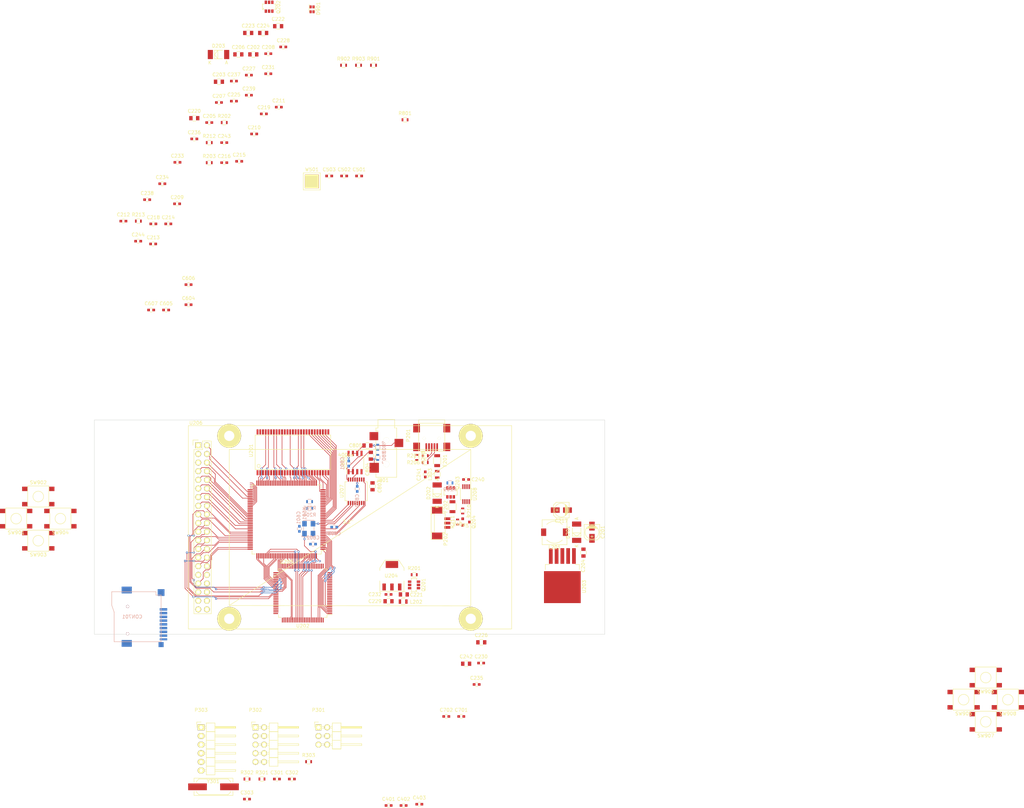
<source format=kicad_pcb>
(kicad_pcb (version 4) (host pcbnew "(2016-02-12 BZR 6554)-stable")

  (general
    (links 482)
    (no_connects 369)
    (area 52.199999 49.949999 202.300001 113.050001)
    (thickness 1.6)
    (drawings 4)
    (tracks 752)
    (zones 0)
    (modules 129)
    (nets 209)
  )

  (page A4)
  (layers
    (0 F.Cu signal)
    (31 B.Cu signal)
    (32 B.Adhes user)
    (33 F.Adhes user)
    (34 B.Paste user)
    (35 F.Paste user)
    (36 B.SilkS user)
    (37 F.SilkS user)
    (38 B.Mask user)
    (39 F.Mask user)
    (40 Dwgs.User user)
    (41 Cmts.User user)
    (42 Eco1.User user)
    (43 Eco2.User user)
    (44 Edge.Cuts user)
    (45 Margin user)
    (46 B.CrtYd user)
    (47 F.CrtYd user)
    (48 B.Fab user)
    (49 F.Fab user hide)
  )

  (setup
    (last_trace_width 0.1524)
    (user_trace_width 0.1524)
    (user_trace_width 0.2)
    (trace_clearance 0.153)
    (zone_clearance 0.508)
    (zone_45_only no)
    (trace_min 0.1524)
    (segment_width 0.2)
    (edge_width 0.1)
    (via_size 0.6096)
    (via_drill 0.3048)
    (via_min_size 0.6096)
    (via_min_drill 0.3048)
    (user_via 0.6096 0.3048)
    (user_via 0.8 0.4)
    (uvia_size 0.3048)
    (uvia_drill 0.1)
    (uvias_allowed no)
    (uvia_min_size 0.2)
    (uvia_min_drill 0.1)
    (pcb_text_width 0.3)
    (pcb_text_size 1.5 1.5)
    (mod_edge_width 0.15)
    (mod_text_size 1 1)
    (mod_text_width 0.15)
    (pad_size 1.5 1.5)
    (pad_drill 0.6)
    (pad_to_mask_clearance 0)
    (aux_axis_origin 0 0)
    (visible_elements FFFFFF7F)
    (pcbplotparams
      (layerselection 0x00030_ffffffff)
      (usegerberextensions false)
      (excludeedgelayer true)
      (linewidth 0.100000)
      (plotframeref false)
      (viasonmask false)
      (mode 1)
      (useauxorigin false)
      (hpglpennumber 1)
      (hpglpenspeed 20)
      (hpglpendiameter 15)
      (psnegative false)
      (psa4output false)
      (plotreference true)
      (plotvalue true)
      (plotinvisibletext false)
      (padsonsilk false)
      (subtractmaskfromsilk false)
      (outputformat 1)
      (mirror false)
      (drillshape 1)
      (scaleselection 1)
      (outputdirectory ""))
  )

  (net 0 "")
  (net 1 VSYS)
  (net 2 GND)
  (net 3 VSTM33)
  (net 4 /powersupply/VCAP1)
  (net 5 /powersupply/VCAP2)
  (net 6 VFPGA33)
  (net 7 +1V2)
  (net 8 VUSB)
  (net 9 /debug/OSCIN)
  (net 10 /debug/OSCOUT)
  (net 11 /audio/DACVREF)
  (net 12 /audio/AOUTL)
  (net 13 /audio/FBL)
  (net 14 /audio/AOUTR)
  (net 15 /audio/FBR)
  (net 16 /FSMC/SDIO_CMD)
  (net 17 /sdcard/SDIO_D3)
  (net 18 /sdcard/SDIO_D2)
  (net 19 /sdcard/SDIO_CLK)
  (net 20 /sdcard/SDIO_D0)
  (net 21 /sdcard/SDIO_D1)
  (net 22 /sdcard/SDCARD_DETECT)
  (net 23 /powersupply/SYS_VOLTAGE)
  (net 24 "Net-(D901-Pad2)")
  (net 25 "Net-(D901-Pad4)")
  (net 26 "Net-(D901-Pad3)")
  (net 27 "Net-(F201-Pad1)")
  (net 28 "Net-(F201-Pad2)")
  (net 29 VBAT)
  (net 30 "Net-(P201-Pad4)")
  (net 31 "Net-(P201-Pad6)")
  (net 32 /powersupply/THERM)
  (net 33 /debug/NRST)
  (net 34 /debug/BOOT0)
  (net 35 /FSMC/BOOT1)
  (net 36 /debug/FTCK)
  (net 37 /debug/FTMS)
  (net 38 /debug/FTDI)
  (net 39 /debug/FTDO)
  (net 40 "Net-(P302-Pad8)")
  (net 41 "Net-(P302-Pad9)")
  (net 42 "Net-(P302-Pad10)")
  (net 43 /debug/JTCK)
  (net 44 /debug/JTMS)
  (net 45 /debug/JTDI)
  (net 46 /FSMC/JTDO)
  (net 47 /FSMC/JRST_N)
  (net 48 /powersupply/FPGA_ENABLE_N)
  (net 49 "Net-(Q202-Pad1)")
  (net 50 /FSMC/BACKLIGHT_EN_N)
  (net 51 /powersupply/CHARGE_ENABLE)
  (net 52 /powersupply/PROG_SWITCHED)
  (net 53 "Net-(R203-Pad1)")
  (net 54 /powersupply/TOE)
  (net 55 /powersupply/CFG0)
  (net 56 /powersupply/CHG_ACTIVE_N)
  (net 57 /powersupply/USB_PRESENT_N)
  (net 58 /powersupply/PROG)
  (net 59 "Net-(R801-Pad1)")
  (net 60 /userif/RGBLED0)
  (net 61 /userif/RGBLED1)
  (net 62 /userif/RGBLED2)
  (net 63 /userif/SW_LEFT)
  (net 64 /userif/SW_UP)
  (net 65 /userif/SW_DOWN)
  (net 66 /userif/SW_RIGHT)
  (net 67 /sdcard/SW_B)
  (net 68 /sdcard/SW_A)
  (net 69 /sdcard/SW_C)
  (net 70 /sdcard/SW_D)
  (net 71 /sdram/DQ0)
  (net 72 /sdram/DQ1)
  (net 73 /sdram/DQ2)
  (net 74 /sdram/DQ3)
  (net 75 /sdram/DQ4)
  (net 76 /sdram/DQ5)
  (net 77 /sdram/DQ6)
  (net 78 /sdram/DQ7)
  (net 79 /sdram/DQML)
  (net 80 /sdram/WE)
  (net 81 /sdram/CAS)
  (net 82 /sdram/RAS)
  (net 83 /sdram/CS)
  (net 84 /sdram/BA0)
  (net 85 /sdram/BA1)
  (net 86 /sdram/A10)
  (net 87 /sdram/A0)
  (net 88 /sdram/A1)
  (net 89 /sdram/A2)
  (net 90 /sdram/A3)
  (net 91 /sdram/A4)
  (net 92 /sdram/A5)
  (net 93 /sdram/A6)
  (net 94 /sdram/A7)
  (net 95 /sdram/A8)
  (net 96 /sdram/A9)
  (net 97 /sdram/A11)
  (net 98 "Net-(U201-Pad36)")
  (net 99 /sdram/CKE)
  (net 100 /sdram/CLK)
  (net 101 /sdram/DQMH)
  (net 102 "Net-(U201-Pad40)")
  (net 103 /sdram/DQ8)
  (net 104 /sdram/DQ9)
  (net 105 /sdram/DQ10)
  (net 106 /sdram/DQ11)
  (net 107 /sdram/DQ12)
  (net 108 /sdram/DQ13)
  (net 109 /sdram/DQ14)
  (net 110 /sdram/DQ15)
  (net 111 /FSMC/A23)
  (net 112 /FSMC/A19)
  (net 113 /FSMC/A20)
  (net 114 /FSMC/A21)
  (net 115 /FSMC/A22)
  (net 116 "Net-(U202-Pad7)")
  (net 117 "Net-(U202-Pad8)")
  (net 118 "Net-(U202-Pad9)")
  (net 119 /sdcard/OSC_EN)
  (net 120 "Net-(U202-Pad34)")
  (net 121 "Net-(U202-Pad35)")
  (net 122 "Net-(U202-Pad36)")
  (net 123 /FSMC/DA4)
  (net 124 /FSMC/DA5)
  (net 125 /FSMC/DA6)
  (net 126 /FSMC/DA7)
  (net 127 /FSMC/DA8)
  (net 128 /FSMC/DA9)
  (net 129 /FSMC/DA10)
  (net 130 /FSMC/DA11)
  (net 131 /FSMC/DA12)
  (net 132 "Net-(U202-Pad47)")
  (net 133 "Net-(U202-Pad48)")
  (net 134 /FSMC/T_CS)
  (net 135 /FSMC/T_CLK)
  (net 136 /FSMC/T_DOUT)
  (net 137 /FSMC/T_DIN)
  (net 138 /FSMC/DA13)
  (net 139 /FSMC/DA14)
  (net 140 /FSMC/DA15)
  (net 141 /FSMC/A16)
  (net 142 /FSMC/A17)
  (net 143 /FSMC/A18)
  (net 144 /FSMC/DA0)
  (net 145 /FSMC/DA1)
  (net 146 /display/T_BUSY)
  (net 147 /display/T_IRQ)
  (net 148 /FSMC/DA2)
  (net 149 /FSMC/DA3)
  (net 150 /FSMC/CLK)
  (net 151 /FSMC/OE_N)
  (net 152 /FSMC/WE_N)
  (net 153 /FSMC/WAIT_N)
  (net 154 /FSMC/E1_N)
  (net 155 "Net-(U202-Pad91)")
  (net 156 "Net-(U202-Pad92)")
  (net 157 /FSMC/ADV_N)
  (net 158 "Net-(U202-Pad95)")
  (net 159 "Net-(U202-Pad96)")
  (net 160 /FSMC/BL0_N)
  (net 161 /FSMC/BL1_N)
  (net 162 /audio/L3MODE)
  (net 163 /audio/ADATA)
  (net 164 /audio/L3DATA)
  (net 165 /audio/ACLK)
  (net 166 /sdram/CLK_50M)
  (net 167 /audio/AWS)
  (net 168 /audio/ABCK)
  (net 169 "Net-(U205-Pad73)")
  (net 170 /display/DB0)
  (net 171 /display/DB1)
  (net 172 /display/DB2)
  (net 173 /display/RS)
  (net 174 /display/DB3)
  (net 175 /display/WR)
  (net 176 /display/DB4)
  (net 177 /display/RD)
  (net 178 /display/DB5)
  (net 179 /display/DB8)
  (net 180 /display/DB6)
  (net 181 /display/DB9)
  (net 182 /display/DB7)
  (net 183 /display/DB10)
  (net 184 /display/DB11)
  (net 185 /display/DB12)
  (net 186 /display/DB13)
  (net 187 /display/DB14)
  (net 188 /display/DB15)
  (net 189 /display/CS)
  (net 190 /display/RST)
  (net 191 "Net-(U206-Pad5)")
  (net 192 "Net-(U206-Pad30)")
  (net 193 "Net-(U206-Pad31)")
  (net 194 "Net-(U206-Pad32)")
  (net 195 "Net-(U206-Pad34)")
  (net 196 "Net-(U206-Pad35)")
  (net 197 "Net-(U206-Pad36)")
  (net 198 "Net-(U206-Pad38)")
  (net 199 "Net-(U206-Pad39)")
  (net 200 "Net-(U206-Pad40)")
  (net 201 /audio/DACL)
  (net 202 /audio/DACR)
  (net 203 "Net-(U208-Pad4)")
  (net 204 /powersupply/LSout)
  (net 205 /powersupply/SSout)
  (net 206 /powersupply/D-)
  (net 207 /powersupply/D+)
  (net 208 /powersupply/B+)

  (net_class Default "This is the default net class."
    (clearance 0.153)
    (trace_width 0.1524)
    (via_dia 0.6096)
    (via_drill 0.3048)
    (uvia_dia 0.3048)
    (uvia_drill 0.1)
    (add_net +1V2)
    (add_net /FSMC/A16)
    (add_net /FSMC/A17)
    (add_net /FSMC/A18)
    (add_net /FSMC/A19)
    (add_net /FSMC/A20)
    (add_net /FSMC/A21)
    (add_net /FSMC/A22)
    (add_net /FSMC/A23)
    (add_net /FSMC/ADV_N)
    (add_net /FSMC/BACKLIGHT_EN_N)
    (add_net /FSMC/BL0_N)
    (add_net /FSMC/BL1_N)
    (add_net /FSMC/BOOT1)
    (add_net /FSMC/CLK)
    (add_net /FSMC/DA0)
    (add_net /FSMC/DA1)
    (add_net /FSMC/DA10)
    (add_net /FSMC/DA11)
    (add_net /FSMC/DA12)
    (add_net /FSMC/DA13)
    (add_net /FSMC/DA14)
    (add_net /FSMC/DA15)
    (add_net /FSMC/DA2)
    (add_net /FSMC/DA3)
    (add_net /FSMC/DA4)
    (add_net /FSMC/DA5)
    (add_net /FSMC/DA6)
    (add_net /FSMC/DA7)
    (add_net /FSMC/DA8)
    (add_net /FSMC/DA9)
    (add_net /FSMC/E1_N)
    (add_net /FSMC/JRST_N)
    (add_net /FSMC/JTDO)
    (add_net /FSMC/OE_N)
    (add_net /FSMC/SDIO_CMD)
    (add_net /FSMC/T_CLK)
    (add_net /FSMC/T_CS)
    (add_net /FSMC/T_DIN)
    (add_net /FSMC/T_DOUT)
    (add_net /FSMC/WAIT_N)
    (add_net /FSMC/WE_N)
    (add_net /audio/ABCK)
    (add_net /audio/ACLK)
    (add_net /audio/ADATA)
    (add_net /audio/AOUTL)
    (add_net /audio/AOUTR)
    (add_net /audio/AWS)
    (add_net /audio/DACL)
    (add_net /audio/DACR)
    (add_net /audio/DACVREF)
    (add_net /audio/FBL)
    (add_net /audio/FBR)
    (add_net /audio/L3DATA)
    (add_net /audio/L3MODE)
    (add_net /debug/BOOT0)
    (add_net /debug/FTCK)
    (add_net /debug/FTDI)
    (add_net /debug/FTDO)
    (add_net /debug/FTMS)
    (add_net /debug/JTCK)
    (add_net /debug/JTDI)
    (add_net /debug/JTMS)
    (add_net /debug/NRST)
    (add_net /debug/OSCIN)
    (add_net /debug/OSCOUT)
    (add_net /display/CS)
    (add_net /display/DB0)
    (add_net /display/DB1)
    (add_net /display/DB10)
    (add_net /display/DB11)
    (add_net /display/DB12)
    (add_net /display/DB13)
    (add_net /display/DB14)
    (add_net /display/DB15)
    (add_net /display/DB2)
    (add_net /display/DB3)
    (add_net /display/DB4)
    (add_net /display/DB5)
    (add_net /display/DB6)
    (add_net /display/DB7)
    (add_net /display/DB8)
    (add_net /display/DB9)
    (add_net /display/RD)
    (add_net /display/RS)
    (add_net /display/RST)
    (add_net /display/T_BUSY)
    (add_net /display/T_IRQ)
    (add_net /display/WR)
    (add_net /powersupply/B+)
    (add_net /powersupply/CFG0)
    (add_net /powersupply/CHARGE_ENABLE)
    (add_net /powersupply/CHG_ACTIVE_N)
    (add_net /powersupply/D+)
    (add_net /powersupply/D-)
    (add_net /powersupply/FPGA_ENABLE_N)
    (add_net /powersupply/LSout)
    (add_net /powersupply/PROG)
    (add_net /powersupply/PROG_SWITCHED)
    (add_net /powersupply/SSout)
    (add_net /powersupply/SYS_VOLTAGE)
    (add_net /powersupply/THERM)
    (add_net /powersupply/TOE)
    (add_net /powersupply/USB_PRESENT_N)
    (add_net /powersupply/VCAP1)
    (add_net /powersupply/VCAP2)
    (add_net /sdcard/OSC_EN)
    (add_net /sdcard/SDCARD_DETECT)
    (add_net /sdcard/SDIO_CLK)
    (add_net /sdcard/SDIO_D0)
    (add_net /sdcard/SDIO_D1)
    (add_net /sdcard/SDIO_D2)
    (add_net /sdcard/SDIO_D3)
    (add_net /sdcard/SW_A)
    (add_net /sdcard/SW_B)
    (add_net /sdcard/SW_C)
    (add_net /sdcard/SW_D)
    (add_net /sdram/A0)
    (add_net /sdram/A1)
    (add_net /sdram/A10)
    (add_net /sdram/A11)
    (add_net /sdram/A2)
    (add_net /sdram/A3)
    (add_net /sdram/A4)
    (add_net /sdram/A5)
    (add_net /sdram/A6)
    (add_net /sdram/A7)
    (add_net /sdram/A8)
    (add_net /sdram/A9)
    (add_net /sdram/BA0)
    (add_net /sdram/BA1)
    (add_net /sdram/CAS)
    (add_net /sdram/CKE)
    (add_net /sdram/CLK)
    (add_net /sdram/CLK_50M)
    (add_net /sdram/CS)
    (add_net /sdram/DQ0)
    (add_net /sdram/DQ1)
    (add_net /sdram/DQ10)
    (add_net /sdram/DQ11)
    (add_net /sdram/DQ12)
    (add_net /sdram/DQ13)
    (add_net /sdram/DQ14)
    (add_net /sdram/DQ15)
    (add_net /sdram/DQ2)
    (add_net /sdram/DQ3)
    (add_net /sdram/DQ4)
    (add_net /sdram/DQ5)
    (add_net /sdram/DQ6)
    (add_net /sdram/DQ7)
    (add_net /sdram/DQ8)
    (add_net /sdram/DQ9)
    (add_net /sdram/DQMH)
    (add_net /sdram/DQML)
    (add_net /sdram/RAS)
    (add_net /sdram/WE)
    (add_net /userif/RGBLED0)
    (add_net /userif/RGBLED1)
    (add_net /userif/RGBLED2)
    (add_net /userif/SW_DOWN)
    (add_net /userif/SW_LEFT)
    (add_net /userif/SW_RIGHT)
    (add_net /userif/SW_UP)
    (add_net GND)
    (add_net "Net-(D901-Pad2)")
    (add_net "Net-(D901-Pad3)")
    (add_net "Net-(D901-Pad4)")
    (add_net "Net-(F201-Pad1)")
    (add_net "Net-(F201-Pad2)")
    (add_net "Net-(P201-Pad4)")
    (add_net "Net-(P201-Pad6)")
    (add_net "Net-(P302-Pad10)")
    (add_net "Net-(P302-Pad8)")
    (add_net "Net-(P302-Pad9)")
    (add_net "Net-(Q202-Pad1)")
    (add_net "Net-(R203-Pad1)")
    (add_net "Net-(R801-Pad1)")
    (add_net "Net-(U201-Pad36)")
    (add_net "Net-(U201-Pad40)")
    (add_net "Net-(U202-Pad34)")
    (add_net "Net-(U202-Pad35)")
    (add_net "Net-(U202-Pad36)")
    (add_net "Net-(U202-Pad47)")
    (add_net "Net-(U202-Pad48)")
    (add_net "Net-(U202-Pad7)")
    (add_net "Net-(U202-Pad8)")
    (add_net "Net-(U202-Pad9)")
    (add_net "Net-(U202-Pad91)")
    (add_net "Net-(U202-Pad92)")
    (add_net "Net-(U202-Pad95)")
    (add_net "Net-(U202-Pad96)")
    (add_net "Net-(U205-Pad73)")
    (add_net "Net-(U206-Pad30)")
    (add_net "Net-(U206-Pad31)")
    (add_net "Net-(U206-Pad32)")
    (add_net "Net-(U206-Pad34)")
    (add_net "Net-(U206-Pad35)")
    (add_net "Net-(U206-Pad36)")
    (add_net "Net-(U206-Pad38)")
    (add_net "Net-(U206-Pad39)")
    (add_net "Net-(U206-Pad40)")
    (add_net "Net-(U206-Pad5)")
    (add_net "Net-(U208-Pad4)")
    (add_net VBAT)
    (add_net VFPGA33)
    (add_net VSTM33)
    (add_net VSYS)
    (add_net VUSB)
  )

  (module Capacitors_SMD:c_elec_4x4.5 (layer F.Cu) (tedit 55725C01) (tstamp 56D850F1)
    (at 198.5 83 270)
    (descr "SMT capacitor, aluminium electrolytic, 4x4.5")
    (path /563244F7/56C2EA4B)
    (attr smd)
    (fp_text reference C201 (at 0 -3.175 270) (layer F.SilkS)
      (effects (font (size 1 1) (thickness 0.15)))
    )
    (fp_text value 220u (at 0 3.175 270) (layer F.Fab)
      (effects (font (size 1 1) (thickness 0.15)))
    )
    (fp_line (start -3.35 2.65) (end 3.35 2.65) (layer F.CrtYd) (width 0.05))
    (fp_line (start 3.35 -2.65) (end -3.35 -2.65) (layer F.CrtYd) (width 0.05))
    (fp_line (start -3.35 -2.65) (end -3.35 2.65) (layer F.CrtYd) (width 0.05))
    (fp_line (start 3.35 2.65) (end 3.35 -2.65) (layer F.CrtYd) (width 0.05))
    (fp_line (start 1.651 0) (end 0.889 0) (layer F.SilkS) (width 0.15))
    (fp_line (start 1.27 -0.381) (end 1.27 0.381) (layer F.SilkS) (width 0.15))
    (fp_line (start 1.524 2.286) (end -2.286 2.286) (layer F.SilkS) (width 0.15))
    (fp_line (start 2.286 -1.524) (end 2.286 1.524) (layer F.SilkS) (width 0.15))
    (fp_line (start 1.524 2.286) (end 2.286 1.524) (layer F.SilkS) (width 0.15))
    (fp_line (start 1.524 -2.286) (end -2.286 -2.286) (layer F.SilkS) (width 0.15))
    (fp_line (start 1.524 -2.286) (end 2.286 -1.524) (layer F.SilkS) (width 0.15))
    (fp_line (start -2.032 0.127) (end -2.032 -0.127) (layer F.SilkS) (width 0.15))
    (fp_line (start -1.905 -0.635) (end -1.905 0.635) (layer F.SilkS) (width 0.15))
    (fp_line (start -1.778 0.889) (end -1.778 -0.889) (layer F.SilkS) (width 0.15))
    (fp_line (start -1.651 1.143) (end -1.651 -1.143) (layer F.SilkS) (width 0.15))
    (fp_line (start -1.524 -1.27) (end -1.524 1.27) (layer F.SilkS) (width 0.15))
    (fp_line (start -1.397 1.397) (end -1.397 -1.397) (layer F.SilkS) (width 0.15))
    (fp_line (start -1.27 -1.524) (end -1.27 1.524) (layer F.SilkS) (width 0.15))
    (fp_line (start -1.143 -1.651) (end -1.143 1.651) (layer F.SilkS) (width 0.15))
    (fp_line (start -2.286 -2.286) (end -2.286 2.286) (layer F.SilkS) (width 0.15))
    (fp_circle (center 0 0) (end -2.032 0) (layer F.SilkS) (width 0.15))
    (pad 1 smd rect (at 1.80086 0 270) (size 2.60096 1.6002) (layers F.Cu F.Paste F.Mask)
      (net 1 VSYS))
    (pad 2 smd rect (at -1.80086 0 270) (size 2.60096 1.6002) (layers F.Cu F.Paste F.Mask)
      (net 2 GND))
    (model Capacitors_SMD.3dshapes/c_elec_4x4.5.wrl
      (at (xyz 0 0 0))
      (scale (xyz 1 1 1))
      (rotate (xyz 0 0 0))
    )
  )

  (module Capacitors_SMD:C_0805 (layer F.Cu) (tedit 5415D6EA) (tstamp 56D850FD)
    (at 98.957546 -57.539378)
    (descr "Capacitor SMD 0805, reflow soldering, AVX (see smccp.pdf)")
    (tags "capacitor 0805")
    (path /563244F7/56C52C65)
    (attr smd)
    (fp_text reference C202 (at 0 -2.1) (layer F.SilkS)
      (effects (font (size 1 1) (thickness 0.15)))
    )
    (fp_text value 10u (at 0 2.1) (layer F.Fab)
      (effects (font (size 1 1) (thickness 0.15)))
    )
    (fp_line (start -1.8 -1) (end 1.8 -1) (layer F.CrtYd) (width 0.05))
    (fp_line (start -1.8 1) (end 1.8 1) (layer F.CrtYd) (width 0.05))
    (fp_line (start -1.8 -1) (end -1.8 1) (layer F.CrtYd) (width 0.05))
    (fp_line (start 1.8 -1) (end 1.8 1) (layer F.CrtYd) (width 0.05))
    (fp_line (start 0.5 -0.85) (end -0.5 -0.85) (layer F.SilkS) (width 0.15))
    (fp_line (start -0.5 0.85) (end 0.5 0.85) (layer F.SilkS) (width 0.15))
    (pad 1 smd rect (at -1 0) (size 1 1.25) (layers F.Cu F.Paste F.Mask)
      (net 3 VSTM33))
    (pad 2 smd rect (at 1 0) (size 1 1.25) (layers F.Cu F.Paste F.Mask)
      (net 2 GND))
    (model Capacitors_SMD.3dshapes/C_0805.wrl
      (at (xyz 0 0 0))
      (scale (xyz 1 1 1))
      (rotate (xyz 0 0 0))
    )
  )

  (module Capacitors_SMD:C_0805 (layer F.Cu) (tedit 5415D6EA) (tstamp 56D85109)
    (at 88.857546 -49.489378)
    (descr "Capacitor SMD 0805, reflow soldering, AVX (see smccp.pdf)")
    (tags "capacitor 0805")
    (path /563244F7/56C5D114)
    (attr smd)
    (fp_text reference C203 (at 0 -2.1) (layer F.SilkS)
      (effects (font (size 1 1) (thickness 0.15)))
    )
    (fp_text value 2.2u (at 0 2.1) (layer F.Fab)
      (effects (font (size 1 1) (thickness 0.15)))
    )
    (fp_line (start -1.8 -1) (end 1.8 -1) (layer F.CrtYd) (width 0.05))
    (fp_line (start -1.8 1) (end 1.8 1) (layer F.CrtYd) (width 0.05))
    (fp_line (start -1.8 -1) (end -1.8 1) (layer F.CrtYd) (width 0.05))
    (fp_line (start 1.8 -1) (end 1.8 1) (layer F.CrtYd) (width 0.05))
    (fp_line (start 0.5 -0.85) (end -0.5 -0.85) (layer F.SilkS) (width 0.15))
    (fp_line (start -0.5 0.85) (end 0.5 0.85) (layer F.SilkS) (width 0.15))
    (pad 1 smd rect (at -1 0) (size 1 1.25) (layers F.Cu F.Paste F.Mask)
      (net 4 /powersupply/VCAP1))
    (pad 2 smd rect (at 1 0) (size 1 1.25) (layers F.Cu F.Paste F.Mask)
      (net 2 GND))
    (model Capacitors_SMD.3dshapes/C_0805.wrl
      (at (xyz 0 0 0))
      (scale (xyz 1 1 1))
      (rotate (xyz 0 0 0))
    )
  )

  (module Capacitors_SMD:C_0805 (layer F.Cu) (tedit 5415D6EA) (tstamp 56D85115)
    (at 196 89 90)
    (descr "Capacitor SMD 0805, reflow soldering, AVX (see smccp.pdf)")
    (tags "capacitor 0805")
    (path /563244F7/56324973)
    (attr smd)
    (fp_text reference C204 (at -3.9 -0.1 90) (layer F.SilkS)
      (effects (font (size 1 1) (thickness 0.15)))
    )
    (fp_text value 10u (at 0 2.1 90) (layer F.Fab)
      (effects (font (size 1 1) (thickness 0.15)))
    )
    (fp_line (start -1.8 -1) (end 1.8 -1) (layer F.CrtYd) (width 0.05))
    (fp_line (start -1.8 1) (end 1.8 1) (layer F.CrtYd) (width 0.05))
    (fp_line (start -1.8 -1) (end -1.8 1) (layer F.CrtYd) (width 0.05))
    (fp_line (start 1.8 -1) (end 1.8 1) (layer F.CrtYd) (width 0.05))
    (fp_line (start 0.5 -0.85) (end -0.5 -0.85) (layer F.SilkS) (width 0.15))
    (fp_line (start -0.5 0.85) (end 0.5 0.85) (layer F.SilkS) (width 0.15))
    (pad 1 smd rect (at -1 0 90) (size 1 1.25) (layers F.Cu F.Paste F.Mask)
      (net 1 VSYS))
    (pad 2 smd rect (at 1 0 90) (size 1 1.25) (layers F.Cu F.Paste F.Mask)
      (net 2 GND))
    (model Capacitors_SMD.3dshapes/C_0805.wrl
      (at (xyz 0 0 0))
      (scale (xyz 1 1 1))
      (rotate (xyz 0 0 0))
    )
  )

  (module Capacitors_SMD:C_0603 (layer F.Cu) (tedit 5415D631) (tstamp 56D85121)
    (at 86.007546 -37.489378)
    (descr "Capacitor SMD 0603, reflow soldering, AVX (see smccp.pdf)")
    (tags "capacitor 0603")
    (path /563244F7/56C50D95)
    (attr smd)
    (fp_text reference C205 (at 0 -1.9) (layer F.SilkS)
      (effects (font (size 1 1) (thickness 0.15)))
    )
    (fp_text value 100n (at 0 1.9) (layer F.Fab)
      (effects (font (size 1 1) (thickness 0.15)))
    )
    (fp_line (start -1.45 -0.75) (end 1.45 -0.75) (layer F.CrtYd) (width 0.05))
    (fp_line (start -1.45 0.75) (end 1.45 0.75) (layer F.CrtYd) (width 0.05))
    (fp_line (start -1.45 -0.75) (end -1.45 0.75) (layer F.CrtYd) (width 0.05))
    (fp_line (start 1.45 -0.75) (end 1.45 0.75) (layer F.CrtYd) (width 0.05))
    (fp_line (start -0.35 -0.6) (end 0.35 -0.6) (layer F.SilkS) (width 0.15))
    (fp_line (start 0.35 0.6) (end -0.35 0.6) (layer F.SilkS) (width 0.15))
    (pad 1 smd rect (at -0.75 0) (size 0.8 0.75) (layers F.Cu F.Paste F.Mask)
      (net 3 VSTM33))
    (pad 2 smd rect (at 0.75 0) (size 0.8 0.75) (layers F.Cu F.Paste F.Mask)
      (net 2 GND))
    (model Capacitors_SMD.3dshapes/C_0603.wrl
      (at (xyz 0 0 0))
      (scale (xyz 1 1 1))
      (rotate (xyz 0 0 0))
    )
  )

  (module Capacitors_SMD:C_0805 (layer F.Cu) (tedit 5415D6EA) (tstamp 56D8512D)
    (at 94.557546 -57.539378)
    (descr "Capacitor SMD 0805, reflow soldering, AVX (see smccp.pdf)")
    (tags "capacitor 0805")
    (path /563244F7/56C5C319)
    (attr smd)
    (fp_text reference C206 (at 0 -2.1) (layer F.SilkS)
      (effects (font (size 1 1) (thickness 0.15)))
    )
    (fp_text value 2.2u (at 0 2.1) (layer F.Fab)
      (effects (font (size 1 1) (thickness 0.15)))
    )
    (fp_line (start -1.8 -1) (end 1.8 -1) (layer F.CrtYd) (width 0.05))
    (fp_line (start -1.8 1) (end 1.8 1) (layer F.CrtYd) (width 0.05))
    (fp_line (start -1.8 -1) (end -1.8 1) (layer F.CrtYd) (width 0.05))
    (fp_line (start 1.8 -1) (end 1.8 1) (layer F.CrtYd) (width 0.05))
    (fp_line (start 0.5 -0.85) (end -0.5 -0.85) (layer F.SilkS) (width 0.15))
    (fp_line (start -0.5 0.85) (end 0.5 0.85) (layer F.SilkS) (width 0.15))
    (pad 1 smd rect (at -1 0) (size 1 1.25) (layers F.Cu F.Paste F.Mask)
      (net 5 /powersupply/VCAP2))
    (pad 2 smd rect (at 1 0) (size 1 1.25) (layers F.Cu F.Paste F.Mask)
      (net 2 GND))
    (model Capacitors_SMD.3dshapes/C_0805.wrl
      (at (xyz 0 0 0))
      (scale (xyz 1 1 1))
      (rotate (xyz 0 0 0))
    )
  )

  (module Capacitors_SMD:C_0603 (layer F.Cu) (tedit 5415D631) (tstamp 56D85139)
    (at 88.857546 -43.389378)
    (descr "Capacitor SMD 0603, reflow soldering, AVX (see smccp.pdf)")
    (tags "capacitor 0603")
    (path /563244F7/56C5067D)
    (attr smd)
    (fp_text reference C207 (at 0 -1.9) (layer F.SilkS)
      (effects (font (size 1 1) (thickness 0.15)))
    )
    (fp_text value 100n (at 0 1.9) (layer F.Fab)
      (effects (font (size 1 1) (thickness 0.15)))
    )
    (fp_line (start -1.45 -0.75) (end 1.45 -0.75) (layer F.CrtYd) (width 0.05))
    (fp_line (start -1.45 0.75) (end 1.45 0.75) (layer F.CrtYd) (width 0.05))
    (fp_line (start -1.45 -0.75) (end -1.45 0.75) (layer F.CrtYd) (width 0.05))
    (fp_line (start 1.45 -0.75) (end 1.45 0.75) (layer F.CrtYd) (width 0.05))
    (fp_line (start -0.35 -0.6) (end 0.35 -0.6) (layer F.SilkS) (width 0.15))
    (fp_line (start 0.35 0.6) (end -0.35 0.6) (layer F.SilkS) (width 0.15))
    (pad 1 smd rect (at -0.75 0) (size 0.8 0.75) (layers F.Cu F.Paste F.Mask)
      (net 3 VSTM33))
    (pad 2 smd rect (at 0.75 0) (size 0.8 0.75) (layers F.Cu F.Paste F.Mask)
      (net 2 GND))
    (model Capacitors_SMD.3dshapes/C_0603.wrl
      (at (xyz 0 0 0))
      (scale (xyz 1 1 1))
      (rotate (xyz 0 0 0))
    )
  )

  (module Capacitors_SMD:C_0603 (layer F.Cu) (tedit 5415D631) (tstamp 56D85145)
    (at 103.357546 -57.739378)
    (descr "Capacitor SMD 0603, reflow soldering, AVX (see smccp.pdf)")
    (tags "capacitor 0603")
    (path /563244F7/56C50683)
    (attr smd)
    (fp_text reference C208 (at 0 -1.9) (layer F.SilkS)
      (effects (font (size 1 1) (thickness 0.15)))
    )
    (fp_text value 100n (at 0 1.9) (layer F.Fab)
      (effects (font (size 1 1) (thickness 0.15)))
    )
    (fp_line (start -1.45 -0.75) (end 1.45 -0.75) (layer F.CrtYd) (width 0.05))
    (fp_line (start -1.45 0.75) (end 1.45 0.75) (layer F.CrtYd) (width 0.05))
    (fp_line (start -1.45 -0.75) (end -1.45 0.75) (layer F.CrtYd) (width 0.05))
    (fp_line (start 1.45 -0.75) (end 1.45 0.75) (layer F.CrtYd) (width 0.05))
    (fp_line (start -0.35 -0.6) (end 0.35 -0.6) (layer F.SilkS) (width 0.15))
    (fp_line (start 0.35 0.6) (end -0.35 0.6) (layer F.SilkS) (width 0.15))
    (pad 1 smd rect (at -0.75 0) (size 0.8 0.75) (layers F.Cu F.Paste F.Mask)
      (net 3 VSTM33))
    (pad 2 smd rect (at 0.75 0) (size 0.8 0.75) (layers F.Cu F.Paste F.Mask)
      (net 2 GND))
    (model Capacitors_SMD.3dshapes/C_0603.wrl
      (at (xyz 0 0 0))
      (scale (xyz 1 1 1))
      (rotate (xyz 0 0 0))
    )
  )

  (module Capacitors_SMD:C_0603 (layer F.Cu) (tedit 5415D631) (tstamp 56D85151)
    (at 76.557546 -13.589378)
    (descr "Capacitor SMD 0603, reflow soldering, AVX (see smccp.pdf)")
    (tags "capacitor 0603")
    (path /563244F7/56C50689)
    (attr smd)
    (fp_text reference C209 (at 0 -1.9) (layer F.SilkS)
      (effects (font (size 1 1) (thickness 0.15)))
    )
    (fp_text value 100n (at 0 1.9) (layer F.Fab)
      (effects (font (size 1 1) (thickness 0.15)))
    )
    (fp_line (start -1.45 -0.75) (end 1.45 -0.75) (layer F.CrtYd) (width 0.05))
    (fp_line (start -1.45 0.75) (end 1.45 0.75) (layer F.CrtYd) (width 0.05))
    (fp_line (start -1.45 -0.75) (end -1.45 0.75) (layer F.CrtYd) (width 0.05))
    (fp_line (start 1.45 -0.75) (end 1.45 0.75) (layer F.CrtYd) (width 0.05))
    (fp_line (start -0.35 -0.6) (end 0.35 -0.6) (layer F.SilkS) (width 0.15))
    (fp_line (start 0.35 0.6) (end -0.35 0.6) (layer F.SilkS) (width 0.15))
    (pad 1 smd rect (at -0.75 0) (size 0.8 0.75) (layers F.Cu F.Paste F.Mask)
      (net 3 VSTM33))
    (pad 2 smd rect (at 0.75 0) (size 0.8 0.75) (layers F.Cu F.Paste F.Mask)
      (net 2 GND))
    (model Capacitors_SMD.3dshapes/C_0603.wrl
      (at (xyz 0 0 0))
      (scale (xyz 1 1 1))
      (rotate (xyz 0 0 0))
    )
  )

  (module Capacitors_SMD:C_0603 (layer F.Cu) (tedit 5415D631) (tstamp 56D8515D)
    (at 99.207546 -34.139378)
    (descr "Capacitor SMD 0603, reflow soldering, AVX (see smccp.pdf)")
    (tags "capacitor 0603")
    (path /563244F7/56C5068F)
    (attr smd)
    (fp_text reference C210 (at 0 -1.9) (layer F.SilkS)
      (effects (font (size 1 1) (thickness 0.15)))
    )
    (fp_text value 100n (at 0 1.9) (layer F.Fab)
      (effects (font (size 1 1) (thickness 0.15)))
    )
    (fp_line (start -1.45 -0.75) (end 1.45 -0.75) (layer F.CrtYd) (width 0.05))
    (fp_line (start -1.45 0.75) (end 1.45 0.75) (layer F.CrtYd) (width 0.05))
    (fp_line (start -1.45 -0.75) (end -1.45 0.75) (layer F.CrtYd) (width 0.05))
    (fp_line (start 1.45 -0.75) (end 1.45 0.75) (layer F.CrtYd) (width 0.05))
    (fp_line (start -0.35 -0.6) (end 0.35 -0.6) (layer F.SilkS) (width 0.15))
    (fp_line (start 0.35 0.6) (end -0.35 0.6) (layer F.SilkS) (width 0.15))
    (pad 1 smd rect (at -0.75 0) (size 0.8 0.75) (layers F.Cu F.Paste F.Mask)
      (net 3 VSTM33))
    (pad 2 smd rect (at 0.75 0) (size 0.8 0.75) (layers F.Cu F.Paste F.Mask)
      (net 2 GND))
    (model Capacitors_SMD.3dshapes/C_0603.wrl
      (at (xyz 0 0 0))
      (scale (xyz 1 1 1))
      (rotate (xyz 0 0 0))
    )
  )

  (module Capacitors_SMD:C_0603 (layer F.Cu) (tedit 5415D631) (tstamp 56D85169)
    (at 106.457546 -42.029378)
    (descr "Capacitor SMD 0603, reflow soldering, AVX (see smccp.pdf)")
    (tags "capacitor 0603")
    (path /563244F7/56C786E8)
    (attr smd)
    (fp_text reference C211 (at 0 -1.9) (layer F.SilkS)
      (effects (font (size 1 1) (thickness 0.15)))
    )
    (fp_text value 100n (at 0 1.9) (layer F.Fab)
      (effects (font (size 1 1) (thickness 0.15)))
    )
    (fp_line (start -1.45 -0.75) (end 1.45 -0.75) (layer F.CrtYd) (width 0.05))
    (fp_line (start -1.45 0.75) (end 1.45 0.75) (layer F.CrtYd) (width 0.05))
    (fp_line (start -1.45 -0.75) (end -1.45 0.75) (layer F.CrtYd) (width 0.05))
    (fp_line (start 1.45 -0.75) (end 1.45 0.75) (layer F.CrtYd) (width 0.05))
    (fp_line (start -0.35 -0.6) (end 0.35 -0.6) (layer F.SilkS) (width 0.15))
    (fp_line (start 0.35 0.6) (end -0.35 0.6) (layer F.SilkS) (width 0.15))
    (pad 1 smd rect (at -0.75 0) (size 0.8 0.75) (layers F.Cu F.Paste F.Mask)
      (net 6 VFPGA33))
    (pad 2 smd rect (at 0.75 0) (size 0.8 0.75) (layers F.Cu F.Paste F.Mask)
      (net 2 GND))
    (model Capacitors_SMD.3dshapes/C_0603.wrl
      (at (xyz 0 0 0))
      (scale (xyz 1 1 1))
      (rotate (xyz 0 0 0))
    )
  )

  (module Capacitors_SMD:C_0603 (layer F.Cu) (tedit 5415D631) (tstamp 56D85175)
    (at 60.767546 -8.499378)
    (descr "Capacitor SMD 0603, reflow soldering, AVX (see smccp.pdf)")
    (tags "capacitor 0603")
    (path /563244F7/56C50695)
    (attr smd)
    (fp_text reference C212 (at 0 -1.9) (layer F.SilkS)
      (effects (font (size 1 1) (thickness 0.15)))
    )
    (fp_text value 100n (at 0 1.9) (layer F.Fab)
      (effects (font (size 1 1) (thickness 0.15)))
    )
    (fp_line (start -1.45 -0.75) (end 1.45 -0.75) (layer F.CrtYd) (width 0.05))
    (fp_line (start -1.45 0.75) (end 1.45 0.75) (layer F.CrtYd) (width 0.05))
    (fp_line (start -1.45 -0.75) (end -1.45 0.75) (layer F.CrtYd) (width 0.05))
    (fp_line (start 1.45 -0.75) (end 1.45 0.75) (layer F.CrtYd) (width 0.05))
    (fp_line (start -0.35 -0.6) (end 0.35 -0.6) (layer F.SilkS) (width 0.15))
    (fp_line (start 0.35 0.6) (end -0.35 0.6) (layer F.SilkS) (width 0.15))
    (pad 1 smd rect (at -0.75 0) (size 0.8 0.75) (layers F.Cu F.Paste F.Mask)
      (net 3 VSTM33))
    (pad 2 smd rect (at 0.75 0) (size 0.8 0.75) (layers F.Cu F.Paste F.Mask)
      (net 2 GND))
    (model Capacitors_SMD.3dshapes/C_0603.wrl
      (at (xyz 0 0 0))
      (scale (xyz 1 1 1))
      (rotate (xyz 0 0 0))
    )
  )

  (module Capacitors_SMD:C_0603 (layer F.Cu) (tedit 5415D631) (tstamp 56D85181)
    (at 69.517546 -1.789378)
    (descr "Capacitor SMD 0603, reflow soldering, AVX (see smccp.pdf)")
    (tags "capacitor 0603")
    (path /563244F7/56C786EE)
    (attr smd)
    (fp_text reference C213 (at 0 -1.9) (layer F.SilkS)
      (effects (font (size 1 1) (thickness 0.15)))
    )
    (fp_text value 100n (at 0 1.9) (layer F.Fab)
      (effects (font (size 1 1) (thickness 0.15)))
    )
    (fp_line (start -1.45 -0.75) (end 1.45 -0.75) (layer F.CrtYd) (width 0.05))
    (fp_line (start -1.45 0.75) (end 1.45 0.75) (layer F.CrtYd) (width 0.05))
    (fp_line (start -1.45 -0.75) (end -1.45 0.75) (layer F.CrtYd) (width 0.05))
    (fp_line (start 1.45 -0.75) (end 1.45 0.75) (layer F.CrtYd) (width 0.05))
    (fp_line (start -0.35 -0.6) (end 0.35 -0.6) (layer F.SilkS) (width 0.15))
    (fp_line (start 0.35 0.6) (end -0.35 0.6) (layer F.SilkS) (width 0.15))
    (pad 1 smd rect (at -0.75 0) (size 0.8 0.75) (layers F.Cu F.Paste F.Mask)
      (net 6 VFPGA33))
    (pad 2 smd rect (at 0.75 0) (size 0.8 0.75) (layers F.Cu F.Paste F.Mask)
      (net 2 GND))
    (model Capacitors_SMD.3dshapes/C_0603.wrl
      (at (xyz 0 0 0))
      (scale (xyz 1 1 1))
      (rotate (xyz 0 0 0))
    )
  )

  (module Capacitors_SMD:C_0603 (layer F.Cu) (tedit 5415D631) (tstamp 56D8518D)
    (at 73.967546 -7.689378)
    (descr "Capacitor SMD 0603, reflow soldering, AVX (see smccp.pdf)")
    (tags "capacitor 0603")
    (path /563244F7/56C5069B)
    (attr smd)
    (fp_text reference C214 (at 0 -1.9) (layer F.SilkS)
      (effects (font (size 1 1) (thickness 0.15)))
    )
    (fp_text value 100n (at 0 1.9) (layer F.Fab)
      (effects (font (size 1 1) (thickness 0.15)))
    )
    (fp_line (start -1.45 -0.75) (end 1.45 -0.75) (layer F.CrtYd) (width 0.05))
    (fp_line (start -1.45 0.75) (end 1.45 0.75) (layer F.CrtYd) (width 0.05))
    (fp_line (start -1.45 -0.75) (end -1.45 0.75) (layer F.CrtYd) (width 0.05))
    (fp_line (start 1.45 -0.75) (end 1.45 0.75) (layer F.CrtYd) (width 0.05))
    (fp_line (start -0.35 -0.6) (end 0.35 -0.6) (layer F.SilkS) (width 0.15))
    (fp_line (start 0.35 0.6) (end -0.35 0.6) (layer F.SilkS) (width 0.15))
    (pad 1 smd rect (at -0.75 0) (size 0.8 0.75) (layers F.Cu F.Paste F.Mask)
      (net 3 VSTM33))
    (pad 2 smd rect (at 0.75 0) (size 0.8 0.75) (layers F.Cu F.Paste F.Mask)
      (net 2 GND))
    (model Capacitors_SMD.3dshapes/C_0603.wrl
      (at (xyz 0 0 0))
      (scale (xyz 1 1 1))
      (rotate (xyz 0 0 0))
    )
  )

  (module Capacitors_SMD:C_0603 (layer F.Cu) (tedit 5415D631) (tstamp 56D85199)
    (at 94.807546 -26.089378)
    (descr "Capacitor SMD 0603, reflow soldering, AVX (see smccp.pdf)")
    (tags "capacitor 0603")
    (path /563244F7/56C786F4)
    (attr smd)
    (fp_text reference C215 (at 0 -1.9) (layer F.SilkS)
      (effects (font (size 1 1) (thickness 0.15)))
    )
    (fp_text value 100n (at 0 1.9) (layer F.Fab)
      (effects (font (size 1 1) (thickness 0.15)))
    )
    (fp_line (start -1.45 -0.75) (end 1.45 -0.75) (layer F.CrtYd) (width 0.05))
    (fp_line (start -1.45 0.75) (end 1.45 0.75) (layer F.CrtYd) (width 0.05))
    (fp_line (start -1.45 -0.75) (end -1.45 0.75) (layer F.CrtYd) (width 0.05))
    (fp_line (start 1.45 -0.75) (end 1.45 0.75) (layer F.CrtYd) (width 0.05))
    (fp_line (start -0.35 -0.6) (end 0.35 -0.6) (layer F.SilkS) (width 0.15))
    (fp_line (start 0.35 0.6) (end -0.35 0.6) (layer F.SilkS) (width 0.15))
    (pad 1 smd rect (at -0.75 0) (size 0.8 0.75) (layers F.Cu F.Paste F.Mask)
      (net 6 VFPGA33))
    (pad 2 smd rect (at 0.75 0) (size 0.8 0.75) (layers F.Cu F.Paste F.Mask)
      (net 2 GND))
    (model Capacitors_SMD.3dshapes/C_0603.wrl
      (at (xyz 0 0 0))
      (scale (xyz 1 1 1))
      (rotate (xyz 0 0 0))
    )
  )

  (module Capacitors_SMD:C_0603 (layer F.Cu) (tedit 5415D631) (tstamp 56D851A5)
    (at 90.407546 -25.689378)
    (descr "Capacitor SMD 0603, reflow soldering, AVX (see smccp.pdf)")
    (tags "capacitor 0603")
    (path /563244F7/56C506A1)
    (attr smd)
    (fp_text reference C216 (at 0 -1.9) (layer F.SilkS)
      (effects (font (size 1 1) (thickness 0.15)))
    )
    (fp_text value 100n (at 0 1.9) (layer F.Fab)
      (effects (font (size 1 1) (thickness 0.15)))
    )
    (fp_line (start -1.45 -0.75) (end 1.45 -0.75) (layer F.CrtYd) (width 0.05))
    (fp_line (start -1.45 0.75) (end 1.45 0.75) (layer F.CrtYd) (width 0.05))
    (fp_line (start -1.45 -0.75) (end -1.45 0.75) (layer F.CrtYd) (width 0.05))
    (fp_line (start 1.45 -0.75) (end 1.45 0.75) (layer F.CrtYd) (width 0.05))
    (fp_line (start -0.35 -0.6) (end 0.35 -0.6) (layer F.SilkS) (width 0.15))
    (fp_line (start 0.35 0.6) (end -0.35 0.6) (layer F.SilkS) (width 0.15))
    (pad 1 smd rect (at -0.75 0) (size 0.8 0.75) (layers F.Cu F.Paste F.Mask)
      (net 3 VSTM33))
    (pad 2 smd rect (at 0.75 0) (size 0.8 0.75) (layers F.Cu F.Paste F.Mask)
      (net 2 GND))
    (model Capacitors_SMD.3dshapes/C_0603.wrl
      (at (xyz 0 0 0))
      (scale (xyz 1 1 1))
      (rotate (xyz 0 0 0))
    )
  )

  (module Capacitors_SMD:c_elec_4x4.5 (layer F.Cu) (tedit 55725C01) (tstamp 56D851C0)
    (at 189.5 76.5 180)
    (descr "SMT capacitor, aluminium electrolytic, 4x4.5")
    (path /563244F7/56C2E260)
    (attr smd)
    (fp_text reference C217 (at 0 -3.175 180) (layer F.SilkS)
      (effects (font (size 1 1) (thickness 0.15)))
    )
    (fp_text value 220u (at 0 3.175 180) (layer F.Fab)
      (effects (font (size 1 1) (thickness 0.15)))
    )
    (fp_line (start -3.35 2.65) (end 3.35 2.65) (layer F.CrtYd) (width 0.05))
    (fp_line (start 3.35 -2.65) (end -3.35 -2.65) (layer F.CrtYd) (width 0.05))
    (fp_line (start -3.35 -2.65) (end -3.35 2.65) (layer F.CrtYd) (width 0.05))
    (fp_line (start 3.35 2.65) (end 3.35 -2.65) (layer F.CrtYd) (width 0.05))
    (fp_line (start 1.651 0) (end 0.889 0) (layer F.SilkS) (width 0.15))
    (fp_line (start 1.27 -0.381) (end 1.27 0.381) (layer F.SilkS) (width 0.15))
    (fp_line (start 1.524 2.286) (end -2.286 2.286) (layer F.SilkS) (width 0.15))
    (fp_line (start 2.286 -1.524) (end 2.286 1.524) (layer F.SilkS) (width 0.15))
    (fp_line (start 1.524 2.286) (end 2.286 1.524) (layer F.SilkS) (width 0.15))
    (fp_line (start 1.524 -2.286) (end -2.286 -2.286) (layer F.SilkS) (width 0.15))
    (fp_line (start 1.524 -2.286) (end 2.286 -1.524) (layer F.SilkS) (width 0.15))
    (fp_line (start -2.032 0.127) (end -2.032 -0.127) (layer F.SilkS) (width 0.15))
    (fp_line (start -1.905 -0.635) (end -1.905 0.635) (layer F.SilkS) (width 0.15))
    (fp_line (start -1.778 0.889) (end -1.778 -0.889) (layer F.SilkS) (width 0.15))
    (fp_line (start -1.651 1.143) (end -1.651 -1.143) (layer F.SilkS) (width 0.15))
    (fp_line (start -1.524 -1.27) (end -1.524 1.27) (layer F.SilkS) (width 0.15))
    (fp_line (start -1.397 1.397) (end -1.397 -1.397) (layer F.SilkS) (width 0.15))
    (fp_line (start -1.27 -1.524) (end -1.27 1.524) (layer F.SilkS) (width 0.15))
    (fp_line (start -1.143 -1.651) (end -1.143 1.651) (layer F.SilkS) (width 0.15))
    (fp_line (start -2.286 -2.286) (end -2.286 2.286) (layer F.SilkS) (width 0.15))
    (fp_circle (center 0 0) (end -2.032 0) (layer F.SilkS) (width 0.15))
    (pad 1 smd rect (at 1.80086 0 180) (size 2.60096 1.6002) (layers F.Cu F.Paste F.Mask)
      (net 3 VSTM33))
    (pad 2 smd rect (at -1.80086 0 180) (size 2.60096 1.6002) (layers F.Cu F.Paste F.Mask)
      (net 2 GND))
    (model Capacitors_SMD.3dshapes/c_elec_4x4.5.wrl
      (at (xyz 0 0 0))
      (scale (xyz 1 1 1))
      (rotate (xyz 0 0 0))
    )
  )

  (module Capacitors_SMD:C_0603 (layer F.Cu) (tedit 5415D631) (tstamp 56D851CC)
    (at 69.567546 -7.689378)
    (descr "Capacitor SMD 0603, reflow soldering, AVX (see smccp.pdf)")
    (tags "capacitor 0603")
    (path /563244F7/56C78700)
    (attr smd)
    (fp_text reference C218 (at 0 -1.9) (layer F.SilkS)
      (effects (font (size 1 1) (thickness 0.15)))
    )
    (fp_text value 10n (at 0 1.9) (layer F.Fab)
      (effects (font (size 1 1) (thickness 0.15)))
    )
    (fp_line (start -1.45 -0.75) (end 1.45 -0.75) (layer F.CrtYd) (width 0.05))
    (fp_line (start -1.45 0.75) (end 1.45 0.75) (layer F.CrtYd) (width 0.05))
    (fp_line (start -1.45 -0.75) (end -1.45 0.75) (layer F.CrtYd) (width 0.05))
    (fp_line (start 1.45 -0.75) (end 1.45 0.75) (layer F.CrtYd) (width 0.05))
    (fp_line (start -0.35 -0.6) (end 0.35 -0.6) (layer F.SilkS) (width 0.15))
    (fp_line (start 0.35 0.6) (end -0.35 0.6) (layer F.SilkS) (width 0.15))
    (pad 1 smd rect (at -0.75 0) (size 0.8 0.75) (layers F.Cu F.Paste F.Mask)
      (net 6 VFPGA33))
    (pad 2 smd rect (at 0.75 0) (size 0.8 0.75) (layers F.Cu F.Paste F.Mask)
      (net 2 GND))
    (model Capacitors_SMD.3dshapes/C_0603.wrl
      (at (xyz 0 0 0))
      (scale (xyz 1 1 1))
      (rotate (xyz 0 0 0))
    )
  )

  (module Capacitors_SMD:C_0603 (layer F.Cu) (tedit 5415D631) (tstamp 56D851D8)
    (at 102.057546 -40.039378)
    (descr "Capacitor SMD 0603, reflow soldering, AVX (see smccp.pdf)")
    (tags "capacitor 0603")
    (path /563244F7/56C5BFA7)
    (attr smd)
    (fp_text reference C219 (at 0 -1.9) (layer F.SilkS)
      (effects (font (size 1 1) (thickness 0.15)))
    )
    (fp_text value 100n (at 0 1.9) (layer F.Fab)
      (effects (font (size 1 1) (thickness 0.15)))
    )
    (fp_line (start -1.45 -0.75) (end 1.45 -0.75) (layer F.CrtYd) (width 0.05))
    (fp_line (start -1.45 0.75) (end 1.45 0.75) (layer F.CrtYd) (width 0.05))
    (fp_line (start -1.45 -0.75) (end -1.45 0.75) (layer F.CrtYd) (width 0.05))
    (fp_line (start 1.45 -0.75) (end 1.45 0.75) (layer F.CrtYd) (width 0.05))
    (fp_line (start -0.35 -0.6) (end 0.35 -0.6) (layer F.SilkS) (width 0.15))
    (fp_line (start 0.35 0.6) (end -0.35 0.6) (layer F.SilkS) (width 0.15))
    (pad 1 smd rect (at -0.75 0) (size 0.8 0.75) (layers F.Cu F.Paste F.Mask)
      (net 6 VFPGA33))
    (pad 2 smd rect (at 0.75 0) (size 0.8 0.75) (layers F.Cu F.Paste F.Mask)
      (net 2 GND))
    (model Capacitors_SMD.3dshapes/C_0603.wrl
      (at (xyz 0 0 0))
      (scale (xyz 1 1 1))
      (rotate (xyz 0 0 0))
    )
  )

  (module Capacitors_SMD:C_0805 (layer F.Cu) (tedit 5415D6EA) (tstamp 56D851E4)
    (at 81.607546 -38.779378)
    (descr "Capacitor SMD 0805, reflow soldering, AVX (see smccp.pdf)")
    (tags "capacitor 0805")
    (path /563244F7/56C58841)
    (attr smd)
    (fp_text reference C220 (at 0 -2.1) (layer F.SilkS)
      (effects (font (size 1 1) (thickness 0.15)))
    )
    (fp_text value 2.2u (at 0 2.1) (layer F.Fab)
      (effects (font (size 1 1) (thickness 0.15)))
    )
    (fp_line (start -1.8 -1) (end 1.8 -1) (layer F.CrtYd) (width 0.05))
    (fp_line (start -1.8 1) (end 1.8 1) (layer F.CrtYd) (width 0.05))
    (fp_line (start -1.8 -1) (end -1.8 1) (layer F.CrtYd) (width 0.05))
    (fp_line (start 1.8 -1) (end 1.8 1) (layer F.CrtYd) (width 0.05))
    (fp_line (start 0.5 -0.85) (end -0.5 -0.85) (layer F.SilkS) (width 0.15))
    (fp_line (start -0.5 0.85) (end 0.5 0.85) (layer F.SilkS) (width 0.15))
    (pad 1 smd rect (at -1 0) (size 1 1.25) (layers F.Cu F.Paste F.Mask)
      (net 6 VFPGA33))
    (pad 2 smd rect (at 1 0) (size 1 1.25) (layers F.Cu F.Paste F.Mask)
      (net 2 GND))
    (model Capacitors_SMD.3dshapes/C_0805.wrl
      (at (xyz 0 0 0))
      (scale (xyz 1 1 1))
      (rotate (xyz 0 0 0))
    )
  )

  (module Capacitors_SMD:C_0805 (layer F.Cu) (tedit 5415D6EA) (tstamp 56D851F0)
    (at 143.2 101.3)
    (descr "Capacitor SMD 0805, reflow soldering, AVX (see smccp.pdf)")
    (tags "capacitor 0805")
    (path /563244F7/56325A6A)
    (attr smd)
    (fp_text reference C221 (at 3.7 0.1) (layer F.SilkS)
      (effects (font (size 1 1) (thickness 0.15)))
    )
    (fp_text value 10u (at 0 2.1) (layer F.Fab)
      (effects (font (size 1 1) (thickness 0.15)))
    )
    (fp_line (start -1.8 -1) (end 1.8 -1) (layer F.CrtYd) (width 0.05))
    (fp_line (start -1.8 1) (end 1.8 1) (layer F.CrtYd) (width 0.05))
    (fp_line (start -1.8 -1) (end -1.8 1) (layer F.CrtYd) (width 0.05))
    (fp_line (start 1.8 -1) (end 1.8 1) (layer F.CrtYd) (width 0.05))
    (fp_line (start 0.5 -0.85) (end -0.5 -0.85) (layer F.SilkS) (width 0.15))
    (fp_line (start -0.5 0.85) (end 0.5 0.85) (layer F.SilkS) (width 0.15))
    (pad 1 smd rect (at -1 0) (size 1 1.25) (layers F.Cu F.Paste F.Mask)
      (net 6 VFPGA33))
    (pad 2 smd rect (at 1 0) (size 1 1.25) (layers F.Cu F.Paste F.Mask)
      (net 2 GND))
    (model Capacitors_SMD.3dshapes/C_0805.wrl
      (at (xyz 0 0 0))
      (scale (xyz 1 1 1))
      (rotate (xyz 0 0 0))
    )
  )

  (module Capacitors_SMD:C_0805 (layer F.Cu) (tedit 5415D6EA) (tstamp 56D851FC)
    (at 106.257546 -65.829378)
    (descr "Capacitor SMD 0805, reflow soldering, AVX (see smccp.pdf)")
    (tags "capacitor 0805")
    (path /563244F7/563274D8)
    (attr smd)
    (fp_text reference C222 (at 0 -2.1) (layer F.SilkS)
      (effects (font (size 1 1) (thickness 0.15)))
    )
    (fp_text value 10u (at 0 2.1) (layer F.Fab)
      (effects (font (size 1 1) (thickness 0.15)))
    )
    (fp_line (start -1.8 -1) (end 1.8 -1) (layer F.CrtYd) (width 0.05))
    (fp_line (start -1.8 1) (end 1.8 1) (layer F.CrtYd) (width 0.05))
    (fp_line (start -1.8 -1) (end -1.8 1) (layer F.CrtYd) (width 0.05))
    (fp_line (start 1.8 -1) (end 1.8 1) (layer F.CrtYd) (width 0.05))
    (fp_line (start 0.5 -0.85) (end -0.5 -0.85) (layer F.SilkS) (width 0.15))
    (fp_line (start -0.5 0.85) (end 0.5 0.85) (layer F.SilkS) (width 0.15))
    (pad 1 smd rect (at -1 0) (size 1 1.25) (layers F.Cu F.Paste F.Mask)
      (net 6 VFPGA33))
    (pad 2 smd rect (at 1 0) (size 1 1.25) (layers F.Cu F.Paste F.Mask)
      (net 2 GND))
    (model Capacitors_SMD.3dshapes/C_0805.wrl
      (at (xyz 0 0 0))
      (scale (xyz 1 1 1))
      (rotate (xyz 0 0 0))
    )
  )

  (module Capacitors_SMD:C_0805 (layer F.Cu) (tedit 5415D6EA) (tstamp 56D85208)
    (at 97.457546 -63.839378)
    (descr "Capacitor SMD 0805, reflow soldering, AVX (see smccp.pdf)")
    (tags "capacitor 0805")
    (path /563244F7/563274DE)
    (attr smd)
    (fp_text reference C223 (at 0 -2.1) (layer F.SilkS)
      (effects (font (size 1 1) (thickness 0.15)))
    )
    (fp_text value 1u (at 0 2.1) (layer F.Fab)
      (effects (font (size 1 1) (thickness 0.15)))
    )
    (fp_line (start -1.8 -1) (end 1.8 -1) (layer F.CrtYd) (width 0.05))
    (fp_line (start -1.8 1) (end 1.8 1) (layer F.CrtYd) (width 0.05))
    (fp_line (start -1.8 -1) (end -1.8 1) (layer F.CrtYd) (width 0.05))
    (fp_line (start 1.8 -1) (end 1.8 1) (layer F.CrtYd) (width 0.05))
    (fp_line (start 0.5 -0.85) (end -0.5 -0.85) (layer F.SilkS) (width 0.15))
    (fp_line (start -0.5 0.85) (end 0.5 0.85) (layer F.SilkS) (width 0.15))
    (pad 1 smd rect (at -1 0) (size 1 1.25) (layers F.Cu F.Paste F.Mask)
      (net 6 VFPGA33))
    (pad 2 smd rect (at 1 0) (size 1 1.25) (layers F.Cu F.Paste F.Mask)
      (net 2 GND))
    (model Capacitors_SMD.3dshapes/C_0805.wrl
      (at (xyz 0 0 0))
      (scale (xyz 1 1 1))
      (rotate (xyz 0 0 0))
    )
  )

  (module Capacitors_SMD:C_0805 (layer F.Cu) (tedit 5415D6EA) (tstamp 56D85214)
    (at 101.857546 -63.839378)
    (descr "Capacitor SMD 0805, reflow soldering, AVX (see smccp.pdf)")
    (tags "capacitor 0805")
    (path /563244F7/56326B84)
    (attr smd)
    (fp_text reference C224 (at 0 -2.1) (layer F.SilkS)
      (effects (font (size 1 1) (thickness 0.15)))
    )
    (fp_text value 10u (at 0 2.1) (layer F.Fab)
      (effects (font (size 1 1) (thickness 0.15)))
    )
    (fp_line (start -1.8 -1) (end 1.8 -1) (layer F.CrtYd) (width 0.05))
    (fp_line (start -1.8 1) (end 1.8 1) (layer F.CrtYd) (width 0.05))
    (fp_line (start -1.8 -1) (end -1.8 1) (layer F.CrtYd) (width 0.05))
    (fp_line (start 1.8 -1) (end 1.8 1) (layer F.CrtYd) (width 0.05))
    (fp_line (start 0.5 -0.85) (end -0.5 -0.85) (layer F.SilkS) (width 0.15))
    (fp_line (start -0.5 0.85) (end 0.5 0.85) (layer F.SilkS) (width 0.15))
    (pad 1 smd rect (at -1 0) (size 1 1.25) (layers F.Cu F.Paste F.Mask)
      (net 7 +1V2))
    (pad 2 smd rect (at 1 0) (size 1 1.25) (layers F.Cu F.Paste F.Mask)
      (net 2 GND))
    (model Capacitors_SMD.3dshapes/C_0805.wrl
      (at (xyz 0 0 0))
      (scale (xyz 1 1 1))
      (rotate (xyz 0 0 0))
    )
  )

  (module Capacitors_SMD:C_0603 (layer F.Cu) (tedit 5415D631) (tstamp 56D85220)
    (at 93.257546 -43.789378)
    (descr "Capacitor SMD 0603, reflow soldering, AVX (see smccp.pdf)")
    (tags "capacitor 0603")
    (path /563244F7/563274E4)
    (attr smd)
    (fp_text reference C225 (at 0 -1.9) (layer F.SilkS)
      (effects (font (size 1 1) (thickness 0.15)))
    )
    (fp_text value 100n (at 0 1.9) (layer F.Fab)
      (effects (font (size 1 1) (thickness 0.15)))
    )
    (fp_line (start -1.45 -0.75) (end 1.45 -0.75) (layer F.CrtYd) (width 0.05))
    (fp_line (start -1.45 0.75) (end 1.45 0.75) (layer F.CrtYd) (width 0.05))
    (fp_line (start -1.45 -0.75) (end -1.45 0.75) (layer F.CrtYd) (width 0.05))
    (fp_line (start 1.45 -0.75) (end 1.45 0.75) (layer F.CrtYd) (width 0.05))
    (fp_line (start -0.35 -0.6) (end 0.35 -0.6) (layer F.SilkS) (width 0.15))
    (fp_line (start 0.35 0.6) (end -0.35 0.6) (layer F.SilkS) (width 0.15))
    (pad 1 smd rect (at -0.75 0) (size 0.8 0.75) (layers F.Cu F.Paste F.Mask)
      (net 6 VFPGA33))
    (pad 2 smd rect (at 0.75 0) (size 0.8 0.75) (layers F.Cu F.Paste F.Mask)
      (net 2 GND))
    (model Capacitors_SMD.3dshapes/C_0603.wrl
      (at (xyz 0 0 0))
      (scale (xyz 1 1 1))
      (rotate (xyz 0 0 0))
    )
  )

  (module Capacitors_SMD:C_0805 (layer F.Cu) (tedit 5415D6EA) (tstamp 56D8522C)
    (at 165.967546 115.380622)
    (descr "Capacitor SMD 0805, reflow soldering, AVX (see smccp.pdf)")
    (tags "capacitor 0805")
    (path /563244F7/56326C38)
    (attr smd)
    (fp_text reference C226 (at 0 -2.1) (layer F.SilkS)
      (effects (font (size 1 1) (thickness 0.15)))
    )
    (fp_text value 1u (at 0 2.1) (layer F.Fab)
      (effects (font (size 1 1) (thickness 0.15)))
    )
    (fp_line (start -1.8 -1) (end 1.8 -1) (layer F.CrtYd) (width 0.05))
    (fp_line (start -1.8 1) (end 1.8 1) (layer F.CrtYd) (width 0.05))
    (fp_line (start -1.8 -1) (end -1.8 1) (layer F.CrtYd) (width 0.05))
    (fp_line (start 1.8 -1) (end 1.8 1) (layer F.CrtYd) (width 0.05))
    (fp_line (start 0.5 -0.85) (end -0.5 -0.85) (layer F.SilkS) (width 0.15))
    (fp_line (start -0.5 0.85) (end 0.5 0.85) (layer F.SilkS) (width 0.15))
    (pad 1 smd rect (at -1 0) (size 1 1.25) (layers F.Cu F.Paste F.Mask)
      (net 7 +1V2))
    (pad 2 smd rect (at 1 0) (size 1 1.25) (layers F.Cu F.Paste F.Mask)
      (net 2 GND))
    (model Capacitors_SMD.3dshapes/C_0805.wrl
      (at (xyz 0 0 0))
      (scale (xyz 1 1 1))
      (rotate (xyz 0 0 0))
    )
  )

  (module Capacitors_SMD:C_0603 (layer F.Cu) (tedit 5415D631) (tstamp 56D85238)
    (at 97.657546 -51.439378)
    (descr "Capacitor SMD 0603, reflow soldering, AVX (see smccp.pdf)")
    (tags "capacitor 0603")
    (path /563244F7/563274EA)
    (attr smd)
    (fp_text reference C227 (at 0 -1.9) (layer F.SilkS)
      (effects (font (size 1 1) (thickness 0.15)))
    )
    (fp_text value 100n (at 0 1.9) (layer F.Fab)
      (effects (font (size 1 1) (thickness 0.15)))
    )
    (fp_line (start -1.45 -0.75) (end 1.45 -0.75) (layer F.CrtYd) (width 0.05))
    (fp_line (start -1.45 0.75) (end 1.45 0.75) (layer F.CrtYd) (width 0.05))
    (fp_line (start -1.45 -0.75) (end -1.45 0.75) (layer F.CrtYd) (width 0.05))
    (fp_line (start 1.45 -0.75) (end 1.45 0.75) (layer F.CrtYd) (width 0.05))
    (fp_line (start -0.35 -0.6) (end 0.35 -0.6) (layer F.SilkS) (width 0.15))
    (fp_line (start 0.35 0.6) (end -0.35 0.6) (layer F.SilkS) (width 0.15))
    (pad 1 smd rect (at -0.75 0) (size 0.8 0.75) (layers F.Cu F.Paste F.Mask)
      (net 6 VFPGA33))
    (pad 2 smd rect (at 0.75 0) (size 0.8 0.75) (layers F.Cu F.Paste F.Mask)
      (net 2 GND))
    (model Capacitors_SMD.3dshapes/C_0603.wrl
      (at (xyz 0 0 0))
      (scale (xyz 1 1 1))
      (rotate (xyz 0 0 0))
    )
  )

  (module Capacitors_SMD:C_0603 (layer F.Cu) (tedit 5415D631) (tstamp 56D85244)
    (at 107.757546 -59.729378)
    (descr "Capacitor SMD 0603, reflow soldering, AVX (see smccp.pdf)")
    (tags "capacitor 0603")
    (path /563244F7/56326CB4)
    (attr smd)
    (fp_text reference C228 (at 0 -1.9) (layer F.SilkS)
      (effects (font (size 1 1) (thickness 0.15)))
    )
    (fp_text value 100n (at 0 1.9) (layer F.Fab)
      (effects (font (size 1 1) (thickness 0.15)))
    )
    (fp_line (start -1.45 -0.75) (end 1.45 -0.75) (layer F.CrtYd) (width 0.05))
    (fp_line (start -1.45 0.75) (end 1.45 0.75) (layer F.CrtYd) (width 0.05))
    (fp_line (start -1.45 -0.75) (end -1.45 0.75) (layer F.CrtYd) (width 0.05))
    (fp_line (start 1.45 -0.75) (end 1.45 0.75) (layer F.CrtYd) (width 0.05))
    (fp_line (start -0.35 -0.6) (end 0.35 -0.6) (layer F.SilkS) (width 0.15))
    (fp_line (start 0.35 0.6) (end -0.35 0.6) (layer F.SilkS) (width 0.15))
    (pad 1 smd rect (at -0.75 0) (size 0.8 0.75) (layers F.Cu F.Paste F.Mask)
      (net 7 +1V2))
    (pad 2 smd rect (at 0.75 0) (size 0.8 0.75) (layers F.Cu F.Paste F.Mask)
      (net 2 GND))
    (model Capacitors_SMD.3dshapes/C_0603.wrl
      (at (xyz 0 0 0))
      (scale (xyz 1 1 1))
      (rotate (xyz 0 0 0))
    )
  )

  (module Capacitors_SMD:C_0805 (layer F.Cu) (tedit 5415D6EA) (tstamp 56D85250)
    (at 138.7 103.3 180)
    (descr "Capacitor SMD 0805, reflow soldering, AVX (see smccp.pdf)")
    (tags "capacitor 0805")
    (path /563244F7/56C62D98)
    (attr smd)
    (fp_text reference C229 (at 4 0 180) (layer F.SilkS)
      (effects (font (size 1 1) (thickness 0.15)))
    )
    (fp_text value 10u (at 0 2.1 180) (layer F.Fab)
      (effects (font (size 1 1) (thickness 0.15)))
    )
    (fp_line (start -1.8 -1) (end 1.8 -1) (layer F.CrtYd) (width 0.05))
    (fp_line (start -1.8 1) (end 1.8 1) (layer F.CrtYd) (width 0.05))
    (fp_line (start -1.8 -1) (end -1.8 1) (layer F.CrtYd) (width 0.05))
    (fp_line (start 1.8 -1) (end 1.8 1) (layer F.CrtYd) (width 0.05))
    (fp_line (start 0.5 -0.85) (end -0.5 -0.85) (layer F.SilkS) (width 0.15))
    (fp_line (start -0.5 0.85) (end 0.5 0.85) (layer F.SilkS) (width 0.15))
    (pad 1 smd rect (at -1 0 180) (size 1 1.25) (layers F.Cu F.Paste F.Mask)
      (net 204 /powersupply/LSout))
    (pad 2 smd rect (at 1 0 180) (size 1 1.25) (layers F.Cu F.Paste F.Mask)
      (net 2 GND))
    (model Capacitors_SMD.3dshapes/C_0805.wrl
      (at (xyz 0 0 0))
      (scale (xyz 1 1 1))
      (rotate (xyz 0 0 0))
    )
  )

  (module Capacitors_SMD:C_0603 (layer F.Cu) (tedit 5415D631) (tstamp 56D8525C)
    (at 165.917546 121.480622)
    (descr "Capacitor SMD 0603, reflow soldering, AVX (see smccp.pdf)")
    (tags "capacitor 0603")
    (path /563244F7/563274F0)
    (attr smd)
    (fp_text reference C230 (at 0 -1.9) (layer F.SilkS)
      (effects (font (size 1 1) (thickness 0.15)))
    )
    (fp_text value 100n (at 0 1.9) (layer F.Fab)
      (effects (font (size 1 1) (thickness 0.15)))
    )
    (fp_line (start -1.45 -0.75) (end 1.45 -0.75) (layer F.CrtYd) (width 0.05))
    (fp_line (start -1.45 0.75) (end 1.45 0.75) (layer F.CrtYd) (width 0.05))
    (fp_line (start -1.45 -0.75) (end -1.45 0.75) (layer F.CrtYd) (width 0.05))
    (fp_line (start 1.45 -0.75) (end 1.45 0.75) (layer F.CrtYd) (width 0.05))
    (fp_line (start -0.35 -0.6) (end 0.35 -0.6) (layer F.SilkS) (width 0.15))
    (fp_line (start 0.35 0.6) (end -0.35 0.6) (layer F.SilkS) (width 0.15))
    (pad 1 smd rect (at -0.75 0) (size 0.8 0.75) (layers F.Cu F.Paste F.Mask)
      (net 6 VFPGA33))
    (pad 2 smd rect (at 0.75 0) (size 0.8 0.75) (layers F.Cu F.Paste F.Mask)
      (net 2 GND))
    (model Capacitors_SMD.3dshapes/C_0603.wrl
      (at (xyz 0 0 0))
      (scale (xyz 1 1 1))
      (rotate (xyz 0 0 0))
    )
  )

  (module Capacitors_SMD:C_0603 (layer F.Cu) (tedit 5415D631) (tstamp 56D85268)
    (at 103.357546 -51.839378)
    (descr "Capacitor SMD 0603, reflow soldering, AVX (see smccp.pdf)")
    (tags "capacitor 0603")
    (path /563244F7/56326D36)
    (attr smd)
    (fp_text reference C231 (at 0 -1.9) (layer F.SilkS)
      (effects (font (size 1 1) (thickness 0.15)))
    )
    (fp_text value 100n (at 0 1.9) (layer F.Fab)
      (effects (font (size 1 1) (thickness 0.15)))
    )
    (fp_line (start -1.45 -0.75) (end 1.45 -0.75) (layer F.CrtYd) (width 0.05))
    (fp_line (start -1.45 0.75) (end 1.45 0.75) (layer F.CrtYd) (width 0.05))
    (fp_line (start -1.45 -0.75) (end -1.45 0.75) (layer F.CrtYd) (width 0.05))
    (fp_line (start 1.45 -0.75) (end 1.45 0.75) (layer F.CrtYd) (width 0.05))
    (fp_line (start -0.35 -0.6) (end 0.35 -0.6) (layer F.SilkS) (width 0.15))
    (fp_line (start 0.35 0.6) (end -0.35 0.6) (layer F.SilkS) (width 0.15))
    (pad 1 smd rect (at -0.75 0) (size 0.8 0.75) (layers F.Cu F.Paste F.Mask)
      (net 7 +1V2))
    (pad 2 smd rect (at 0.75 0) (size 0.8 0.75) (layers F.Cu F.Paste F.Mask)
      (net 2 GND))
    (model Capacitors_SMD.3dshapes/C_0603.wrl
      (at (xyz 0 0 0))
      (scale (xyz 1 1 1))
      (rotate (xyz 0 0 0))
    )
  )

  (module Capacitors_SMD:C_0603 (layer F.Cu) (tedit 5415D631) (tstamp 56D85274)
    (at 138.7 101.3 180)
    (descr "Capacitor SMD 0603, reflow soldering, AVX (see smccp.pdf)")
    (tags "capacitor 0603")
    (path /563244F7/56325A82)
    (attr smd)
    (fp_text reference C232 (at 4 0 180) (layer F.SilkS)
      (effects (font (size 1 1) (thickness 0.15)))
    )
    (fp_text value 100n (at 0 1.9 180) (layer F.Fab)
      (effects (font (size 1 1) (thickness 0.15)))
    )
    (fp_line (start -1.45 -0.75) (end 1.45 -0.75) (layer F.CrtYd) (width 0.05))
    (fp_line (start -1.45 0.75) (end 1.45 0.75) (layer F.CrtYd) (width 0.05))
    (fp_line (start -1.45 -0.75) (end -1.45 0.75) (layer F.CrtYd) (width 0.05))
    (fp_line (start 1.45 -0.75) (end 1.45 0.75) (layer F.CrtYd) (width 0.05))
    (fp_line (start -0.35 -0.6) (end 0.35 -0.6) (layer F.SilkS) (width 0.15))
    (fp_line (start 0.35 0.6) (end -0.35 0.6) (layer F.SilkS) (width 0.15))
    (pad 1 smd rect (at -0.75 0 180) (size 0.8 0.75) (layers F.Cu F.Paste F.Mask)
      (net 204 /powersupply/LSout))
    (pad 2 smd rect (at 0.75 0 180) (size 0.8 0.75) (layers F.Cu F.Paste F.Mask)
      (net 2 GND))
    (model Capacitors_SMD.3dshapes/C_0603.wrl
      (at (xyz 0 0 0))
      (scale (xyz 1 1 1))
      (rotate (xyz 0 0 0))
    )
  )

  (module Capacitors_SMD:C_0603 (layer F.Cu) (tedit 5415D631) (tstamp 56D85280)
    (at 76.657546 -25.789378)
    (descr "Capacitor SMD 0603, reflow soldering, AVX (see smccp.pdf)")
    (tags "capacitor 0603")
    (path /563244F7/563274F6)
    (attr smd)
    (fp_text reference C233 (at 0 -1.9) (layer F.SilkS)
      (effects (font (size 1 1) (thickness 0.15)))
    )
    (fp_text value 100n (at 0 1.9) (layer F.Fab)
      (effects (font (size 1 1) (thickness 0.15)))
    )
    (fp_line (start -1.45 -0.75) (end 1.45 -0.75) (layer F.CrtYd) (width 0.05))
    (fp_line (start -1.45 0.75) (end 1.45 0.75) (layer F.CrtYd) (width 0.05))
    (fp_line (start -1.45 -0.75) (end -1.45 0.75) (layer F.CrtYd) (width 0.05))
    (fp_line (start 1.45 -0.75) (end 1.45 0.75) (layer F.CrtYd) (width 0.05))
    (fp_line (start -0.35 -0.6) (end 0.35 -0.6) (layer F.SilkS) (width 0.15))
    (fp_line (start 0.35 0.6) (end -0.35 0.6) (layer F.SilkS) (width 0.15))
    (pad 1 smd rect (at -0.75 0) (size 0.8 0.75) (layers F.Cu F.Paste F.Mask)
      (net 6 VFPGA33))
    (pad 2 smd rect (at 0.75 0) (size 0.8 0.75) (layers F.Cu F.Paste F.Mask)
      (net 2 GND))
    (model Capacitors_SMD.3dshapes/C_0603.wrl
      (at (xyz 0 0 0))
      (scale (xyz 1 1 1))
      (rotate (xyz 0 0 0))
    )
  )

  (module Capacitors_SMD:C_0603 (layer F.Cu) (tedit 5415D631) (tstamp 56D8528C)
    (at 72.207546 -19.489378)
    (descr "Capacitor SMD 0603, reflow soldering, AVX (see smccp.pdf)")
    (tags "capacitor 0603")
    (path /563244F7/56326D8B)
    (attr smd)
    (fp_text reference C234 (at 0 -1.9) (layer F.SilkS)
      (effects (font (size 1 1) (thickness 0.15)))
    )
    (fp_text value 100n (at 0 1.9) (layer F.Fab)
      (effects (font (size 1 1) (thickness 0.15)))
    )
    (fp_line (start -1.45 -0.75) (end 1.45 -0.75) (layer F.CrtYd) (width 0.05))
    (fp_line (start -1.45 0.75) (end 1.45 0.75) (layer F.CrtYd) (width 0.05))
    (fp_line (start -1.45 -0.75) (end -1.45 0.75) (layer F.CrtYd) (width 0.05))
    (fp_line (start 1.45 -0.75) (end 1.45 0.75) (layer F.CrtYd) (width 0.05))
    (fp_line (start -0.35 -0.6) (end 0.35 -0.6) (layer F.SilkS) (width 0.15))
    (fp_line (start 0.35 0.6) (end -0.35 0.6) (layer F.SilkS) (width 0.15))
    (pad 1 smd rect (at -0.75 0) (size 0.8 0.75) (layers F.Cu F.Paste F.Mask)
      (net 7 +1V2))
    (pad 2 smd rect (at 0.75 0) (size 0.8 0.75) (layers F.Cu F.Paste F.Mask)
      (net 2 GND))
    (model Capacitors_SMD.3dshapes/C_0603.wrl
      (at (xyz 0 0 0))
      (scale (xyz 1 1 1))
      (rotate (xyz 0 0 0))
    )
  )

  (module Capacitors_SMD:C_0603 (layer F.Cu) (tedit 5415D631) (tstamp 56D85298)
    (at 164.607546 127.780622)
    (descr "Capacitor SMD 0603, reflow soldering, AVX (see smccp.pdf)")
    (tags "capacitor 0603")
    (path /563244F7/563274FC)
    (attr smd)
    (fp_text reference C235 (at 0 -1.9) (layer F.SilkS)
      (effects (font (size 1 1) (thickness 0.15)))
    )
    (fp_text value 10n (at 0 1.9) (layer F.Fab)
      (effects (font (size 1 1) (thickness 0.15)))
    )
    (fp_line (start -1.45 -0.75) (end 1.45 -0.75) (layer F.CrtYd) (width 0.05))
    (fp_line (start -1.45 0.75) (end 1.45 0.75) (layer F.CrtYd) (width 0.05))
    (fp_line (start -1.45 -0.75) (end -1.45 0.75) (layer F.CrtYd) (width 0.05))
    (fp_line (start 1.45 -0.75) (end 1.45 0.75) (layer F.CrtYd) (width 0.05))
    (fp_line (start -0.35 -0.6) (end 0.35 -0.6) (layer F.SilkS) (width 0.15))
    (fp_line (start 0.35 0.6) (end -0.35 0.6) (layer F.SilkS) (width 0.15))
    (pad 1 smd rect (at -0.75 0) (size 0.8 0.75) (layers F.Cu F.Paste F.Mask)
      (net 6 VFPGA33))
    (pad 2 smd rect (at 0.75 0) (size 0.8 0.75) (layers F.Cu F.Paste F.Mask)
      (net 2 GND))
    (model Capacitors_SMD.3dshapes/C_0603.wrl
      (at (xyz 0 0 0))
      (scale (xyz 1 1 1))
      (rotate (xyz 0 0 0))
    )
  )

  (module Capacitors_SMD:C_0603 (layer F.Cu) (tedit 5415D631) (tstamp 56D852A4)
    (at 81.607546 -32.679378)
    (descr "Capacitor SMD 0603, reflow soldering, AVX (see smccp.pdf)")
    (tags "capacitor 0603")
    (path /563244F7/56326DDB)
    (attr smd)
    (fp_text reference C236 (at 0 -1.9) (layer F.SilkS)
      (effects (font (size 1 1) (thickness 0.15)))
    )
    (fp_text value 100n (at 0 1.9) (layer F.Fab)
      (effects (font (size 1 1) (thickness 0.15)))
    )
    (fp_line (start -1.45 -0.75) (end 1.45 -0.75) (layer F.CrtYd) (width 0.05))
    (fp_line (start -1.45 0.75) (end 1.45 0.75) (layer F.CrtYd) (width 0.05))
    (fp_line (start -1.45 -0.75) (end -1.45 0.75) (layer F.CrtYd) (width 0.05))
    (fp_line (start 1.45 -0.75) (end 1.45 0.75) (layer F.CrtYd) (width 0.05))
    (fp_line (start -0.35 -0.6) (end 0.35 -0.6) (layer F.SilkS) (width 0.15))
    (fp_line (start 0.35 0.6) (end -0.35 0.6) (layer F.SilkS) (width 0.15))
    (pad 1 smd rect (at -0.75 0) (size 0.8 0.75) (layers F.Cu F.Paste F.Mask)
      (net 7 +1V2))
    (pad 2 smd rect (at 0.75 0) (size 0.8 0.75) (layers F.Cu F.Paste F.Mask)
      (net 2 GND))
    (model Capacitors_SMD.3dshapes/C_0603.wrl
      (at (xyz 0 0 0))
      (scale (xyz 1 1 1))
      (rotate (xyz 0 0 0))
    )
  )

  (module Capacitors_SMD:C_0603 (layer F.Cu) (tedit 5415D631) (tstamp 56D852B0)
    (at 93.257546 -49.689378)
    (descr "Capacitor SMD 0603, reflow soldering, AVX (see smccp.pdf)")
    (tags "capacitor 0603")
    (path /563244F7/563277BE)
    (attr smd)
    (fp_text reference C237 (at 0 -1.9) (layer F.SilkS)
      (effects (font (size 1 1) (thickness 0.15)))
    )
    (fp_text value 10n (at 0 1.9) (layer F.Fab)
      (effects (font (size 1 1) (thickness 0.15)))
    )
    (fp_line (start -1.45 -0.75) (end 1.45 -0.75) (layer F.CrtYd) (width 0.05))
    (fp_line (start -1.45 0.75) (end 1.45 0.75) (layer F.CrtYd) (width 0.05))
    (fp_line (start -1.45 -0.75) (end -1.45 0.75) (layer F.CrtYd) (width 0.05))
    (fp_line (start 1.45 -0.75) (end 1.45 0.75) (layer F.CrtYd) (width 0.05))
    (fp_line (start -0.35 -0.6) (end 0.35 -0.6) (layer F.SilkS) (width 0.15))
    (fp_line (start 0.35 0.6) (end -0.35 0.6) (layer F.SilkS) (width 0.15))
    (pad 1 smd rect (at -0.75 0) (size 0.8 0.75) (layers F.Cu F.Paste F.Mask)
      (net 6 VFPGA33))
    (pad 2 smd rect (at 0.75 0) (size 0.8 0.75) (layers F.Cu F.Paste F.Mask)
      (net 2 GND))
    (model Capacitors_SMD.3dshapes/C_0603.wrl
      (at (xyz 0 0 0))
      (scale (xyz 1 1 1))
      (rotate (xyz 0 0 0))
    )
  )

  (module Capacitors_SMD:C_0603 (layer F.Cu) (tedit 5415D631) (tstamp 56D852BC)
    (at 67.757546 -14.799378)
    (descr "Capacitor SMD 0603, reflow soldering, AVX (see smccp.pdf)")
    (tags "capacitor 0603")
    (path /563244F7/56326E2A)
    (attr smd)
    (fp_text reference C238 (at 0 -1.9) (layer F.SilkS)
      (effects (font (size 1 1) (thickness 0.15)))
    )
    (fp_text value 10n (at 0 1.9) (layer F.Fab)
      (effects (font (size 1 1) (thickness 0.15)))
    )
    (fp_line (start -1.45 -0.75) (end 1.45 -0.75) (layer F.CrtYd) (width 0.05))
    (fp_line (start -1.45 0.75) (end 1.45 0.75) (layer F.CrtYd) (width 0.05))
    (fp_line (start -1.45 -0.75) (end -1.45 0.75) (layer F.CrtYd) (width 0.05))
    (fp_line (start 1.45 -0.75) (end 1.45 0.75) (layer F.CrtYd) (width 0.05))
    (fp_line (start -0.35 -0.6) (end 0.35 -0.6) (layer F.SilkS) (width 0.15))
    (fp_line (start 0.35 0.6) (end -0.35 0.6) (layer F.SilkS) (width 0.15))
    (pad 1 smd rect (at -0.75 0) (size 0.8 0.75) (layers F.Cu F.Paste F.Mask)
      (net 7 +1V2))
    (pad 2 smd rect (at 0.75 0) (size 0.8 0.75) (layers F.Cu F.Paste F.Mask)
      (net 2 GND))
    (model Capacitors_SMD.3dshapes/C_0603.wrl
      (at (xyz 0 0 0))
      (scale (xyz 1 1 1))
      (rotate (xyz 0 0 0))
    )
  )

  (module Capacitors_SMD:C_0603 (layer F.Cu) (tedit 5415D631) (tstamp 56D852C8)
    (at 97.657546 -45.539378)
    (descr "Capacitor SMD 0603, reflow soldering, AVX (see smccp.pdf)")
    (tags "capacitor 0603")
    (path /563244F7/5632782A)
    (attr smd)
    (fp_text reference C239 (at 0 -1.9) (layer F.SilkS)
      (effects (font (size 1 1) (thickness 0.15)))
    )
    (fp_text value 10n (at 0 1.9) (layer F.Fab)
      (effects (font (size 1 1) (thickness 0.15)))
    )
    (fp_line (start -1.45 -0.75) (end 1.45 -0.75) (layer F.CrtYd) (width 0.05))
    (fp_line (start -1.45 0.75) (end 1.45 0.75) (layer F.CrtYd) (width 0.05))
    (fp_line (start -1.45 -0.75) (end -1.45 0.75) (layer F.CrtYd) (width 0.05))
    (fp_line (start 1.45 -0.75) (end 1.45 0.75) (layer F.CrtYd) (width 0.05))
    (fp_line (start -0.35 -0.6) (end 0.35 -0.6) (layer F.SilkS) (width 0.15))
    (fp_line (start 0.35 0.6) (end -0.35 0.6) (layer F.SilkS) (width 0.15))
    (pad 1 smd rect (at -0.75 0) (size 0.8 0.75) (layers F.Cu F.Paste F.Mask)
      (net 6 VFPGA33))
    (pad 2 smd rect (at 0.75 0) (size 0.8 0.75) (layers F.Cu F.Paste F.Mask)
      (net 2 GND))
    (model Capacitors_SMD.3dshapes/C_0603.wrl
      (at (xyz 0 0 0))
      (scale (xyz 1 1 1))
      (rotate (xyz 0 0 0))
    )
  )

  (module Capacitors_SMD:C_0603 (layer F.Cu) (tedit 5415D631) (tstamp 56D852D4)
    (at 149.5 66 90)
    (descr "Capacitor SMD 0603, reflow soldering, AVX (see smccp.pdf)")
    (tags "capacitor 0603")
    (path /563244F7/563362A8)
    (attr smd)
    (fp_text reference C241 (at 0 -1.9 90) (layer F.SilkS)
      (effects (font (size 1 1) (thickness 0.15)))
    )
    (fp_text value 100n (at 0 1.9 90) (layer F.Fab)
      (effects (font (size 1 1) (thickness 0.15)))
    )
    (fp_line (start -1.45 -0.75) (end 1.45 -0.75) (layer F.CrtYd) (width 0.05))
    (fp_line (start -1.45 0.75) (end 1.45 0.75) (layer F.CrtYd) (width 0.05))
    (fp_line (start -1.45 -0.75) (end -1.45 0.75) (layer F.CrtYd) (width 0.05))
    (fp_line (start 1.45 -0.75) (end 1.45 0.75) (layer F.CrtYd) (width 0.05))
    (fp_line (start -0.35 -0.6) (end 0.35 -0.6) (layer F.SilkS) (width 0.15))
    (fp_line (start 0.35 0.6) (end -0.35 0.6) (layer F.SilkS) (width 0.15))
    (pad 1 smd rect (at -0.75 0 90) (size 0.8 0.75) (layers F.Cu F.Paste F.Mask)
      (net 8 VUSB))
    (pad 2 smd rect (at 0.75 0 90) (size 0.8 0.75) (layers F.Cu F.Paste F.Mask)
      (net 2 GND))
    (model Capacitors_SMD.3dshapes/C_0603.wrl
      (at (xyz 0 0 0))
      (scale (xyz 1 1 1))
      (rotate (xyz 0 0 0))
    )
  )

  (module Capacitors_SMD:C_0805 (layer F.Cu) (tedit 5415D6EA) (tstamp 56D852E0)
    (at 161.517546 121.680622)
    (descr "Capacitor SMD 0805, reflow soldering, AVX (see smccp.pdf)")
    (tags "capacitor 0805")
    (path /563244F7/56CA8FB9)
    (attr smd)
    (fp_text reference C242 (at 0 -2.1) (layer F.SilkS)
      (effects (font (size 1 1) (thickness 0.15)))
    )
    (fp_text value 10u (at 0 2.1) (layer F.Fab)
      (effects (font (size 1 1) (thickness 0.15)))
    )
    (fp_line (start -1.8 -1) (end 1.8 -1) (layer F.CrtYd) (width 0.05))
    (fp_line (start -1.8 1) (end 1.8 1) (layer F.CrtYd) (width 0.05))
    (fp_line (start -1.8 -1) (end -1.8 1) (layer F.CrtYd) (width 0.05))
    (fp_line (start 1.8 -1) (end 1.8 1) (layer F.CrtYd) (width 0.05))
    (fp_line (start 0.5 -0.85) (end -0.5 -0.85) (layer F.SilkS) (width 0.15))
    (fp_line (start -0.5 0.85) (end 0.5 0.85) (layer F.SilkS) (width 0.15))
    (pad 1 smd rect (at -1 0) (size 1 1.25) (layers F.Cu F.Paste F.Mask)
      (net 6 VFPGA33))
    (pad 2 smd rect (at 1 0) (size 1 1.25) (layers F.Cu F.Paste F.Mask)
      (net 2 GND))
    (model Capacitors_SMD.3dshapes/C_0805.wrl
      (at (xyz 0 0 0))
      (scale (xyz 1 1 1))
      (rotate (xyz 0 0 0))
    )
  )

  (module Capacitors_SMD:C_0603 (layer F.Cu) (tedit 5415D631) (tstamp 56D852EC)
    (at 90.407546 -31.589378)
    (descr "Capacitor SMD 0603, reflow soldering, AVX (see smccp.pdf)")
    (tags "capacitor 0603")
    (path /563244F7/56CA8222)
    (attr smd)
    (fp_text reference C243 (at 0 -1.9) (layer F.SilkS)
      (effects (font (size 1 1) (thickness 0.15)))
    )
    (fp_text value 100n (at 0 1.9) (layer F.Fab)
      (effects (font (size 1 1) (thickness 0.15)))
    )
    (fp_line (start -1.45 -0.75) (end 1.45 -0.75) (layer F.CrtYd) (width 0.05))
    (fp_line (start -1.45 0.75) (end 1.45 0.75) (layer F.CrtYd) (width 0.05))
    (fp_line (start -1.45 -0.75) (end -1.45 0.75) (layer F.CrtYd) (width 0.05))
    (fp_line (start 1.45 -0.75) (end 1.45 0.75) (layer F.CrtYd) (width 0.05))
    (fp_line (start -0.35 -0.6) (end 0.35 -0.6) (layer F.SilkS) (width 0.15))
    (fp_line (start 0.35 0.6) (end -0.35 0.6) (layer F.SilkS) (width 0.15))
    (pad 1 smd rect (at -0.75 0) (size 0.8 0.75) (layers F.Cu F.Paste F.Mask)
      (net 6 VFPGA33))
    (pad 2 smd rect (at 0.75 0) (size 0.8 0.75) (layers F.Cu F.Paste F.Mask)
      (net 2 GND))
    (model Capacitors_SMD.3dshapes/C_0603.wrl
      (at (xyz 0 0 0))
      (scale (xyz 1 1 1))
      (rotate (xyz 0 0 0))
    )
  )

  (module Capacitors_SMD:C_0603 (layer F.Cu) (tedit 5415D631) (tstamp 56D852F8)
    (at 65.117546 -2.599378)
    (descr "Capacitor SMD 0603, reflow soldering, AVX (see smccp.pdf)")
    (tags "capacitor 0603")
    (path /563244F7/56CA85F2)
    (attr smd)
    (fp_text reference C244 (at 0 -1.9) (layer F.SilkS)
      (effects (font (size 1 1) (thickness 0.15)))
    )
    (fp_text value 100n (at 0 1.9) (layer F.Fab)
      (effects (font (size 1 1) (thickness 0.15)))
    )
    (fp_line (start -1.45 -0.75) (end 1.45 -0.75) (layer F.CrtYd) (width 0.05))
    (fp_line (start -1.45 0.75) (end 1.45 0.75) (layer F.CrtYd) (width 0.05))
    (fp_line (start -1.45 -0.75) (end -1.45 0.75) (layer F.CrtYd) (width 0.05))
    (fp_line (start 1.45 -0.75) (end 1.45 0.75) (layer F.CrtYd) (width 0.05))
    (fp_line (start -0.35 -0.6) (end 0.35 -0.6) (layer F.SilkS) (width 0.15))
    (fp_line (start 0.35 0.6) (end -0.35 0.6) (layer F.SilkS) (width 0.15))
    (pad 1 smd rect (at -0.75 0) (size 0.8 0.75) (layers F.Cu F.Paste F.Mask)
      (net 6 VFPGA33))
    (pad 2 smd rect (at 0.75 0) (size 0.8 0.75) (layers F.Cu F.Paste F.Mask)
      (net 2 GND))
    (model Capacitors_SMD.3dshapes/C_0603.wrl
      (at (xyz 0 0 0))
      (scale (xyz 1 1 1))
      (rotate (xyz 0 0 0))
    )
  )

  (module Capacitors_SMD:C_0603 (layer F.Cu) (tedit 5415D631) (tstamp 56D85304)
    (at 105.897546 155.590622)
    (descr "Capacitor SMD 0603, reflow soldering, AVX (see smccp.pdf)")
    (tags "capacitor 0603")
    (path /56337D98/56C717BF)
    (attr smd)
    (fp_text reference C301 (at 0 -1.9) (layer F.SilkS)
      (effects (font (size 1 1) (thickness 0.15)))
    )
    (fp_text value 20p (at 0 1.9) (layer F.Fab)
      (effects (font (size 1 1) (thickness 0.15)))
    )
    (fp_line (start -1.45 -0.75) (end 1.45 -0.75) (layer F.CrtYd) (width 0.05))
    (fp_line (start -1.45 0.75) (end 1.45 0.75) (layer F.CrtYd) (width 0.05))
    (fp_line (start -1.45 -0.75) (end -1.45 0.75) (layer F.CrtYd) (width 0.05))
    (fp_line (start 1.45 -0.75) (end 1.45 0.75) (layer F.CrtYd) (width 0.05))
    (fp_line (start -0.35 -0.6) (end 0.35 -0.6) (layer F.SilkS) (width 0.15))
    (fp_line (start 0.35 0.6) (end -0.35 0.6) (layer F.SilkS) (width 0.15))
    (pad 1 smd rect (at -0.75 0) (size 0.8 0.75) (layers F.Cu F.Paste F.Mask)
      (net 9 /debug/OSCIN))
    (pad 2 smd rect (at 0.75 0) (size 0.8 0.75) (layers F.Cu F.Paste F.Mask)
      (net 2 GND))
    (model Capacitors_SMD.3dshapes/C_0603.wrl
      (at (xyz 0 0 0))
      (scale (xyz 1 1 1))
      (rotate (xyz 0 0 0))
    )
  )

  (module Capacitors_SMD:C_0603 (layer F.Cu) (tedit 5415D631) (tstamp 56D85310)
    (at 110.297546 155.590622)
    (descr "Capacitor SMD 0603, reflow soldering, AVX (see smccp.pdf)")
    (tags "capacitor 0603")
    (path /56337D98/56C7180C)
    (attr smd)
    (fp_text reference C302 (at 0 -1.9) (layer F.SilkS)
      (effects (font (size 1 1) (thickness 0.15)))
    )
    (fp_text value 20p (at 0 1.9) (layer F.Fab)
      (effects (font (size 1 1) (thickness 0.15)))
    )
    (fp_line (start -1.45 -0.75) (end 1.45 -0.75) (layer F.CrtYd) (width 0.05))
    (fp_line (start -1.45 0.75) (end 1.45 0.75) (layer F.CrtYd) (width 0.05))
    (fp_line (start -1.45 -0.75) (end -1.45 0.75) (layer F.CrtYd) (width 0.05))
    (fp_line (start 1.45 -0.75) (end 1.45 0.75) (layer F.CrtYd) (width 0.05))
    (fp_line (start -0.35 -0.6) (end 0.35 -0.6) (layer F.SilkS) (width 0.15))
    (fp_line (start 0.35 0.6) (end -0.35 0.6) (layer F.SilkS) (width 0.15))
    (pad 1 smd rect (at -0.75 0) (size 0.8 0.75) (layers F.Cu F.Paste F.Mask)
      (net 10 /debug/OSCOUT))
    (pad 2 smd rect (at 0.75 0) (size 0.8 0.75) (layers F.Cu F.Paste F.Mask)
      (net 2 GND))
    (model Capacitors_SMD.3dshapes/C_0603.wrl
      (at (xyz 0 0 0))
      (scale (xyz 1 1 1))
      (rotate (xyz 0 0 0))
    )
  )

  (module Capacitors_SMD:C_0603 (layer F.Cu) (tedit 5415D631) (tstamp 56D8531C)
    (at 97.097546 161.490622)
    (descr "Capacitor SMD 0603, reflow soldering, AVX (see smccp.pdf)")
    (tags "capacitor 0603")
    (path /56337D98/56339277)
    (attr smd)
    (fp_text reference C303 (at 0 -1.9) (layer F.SilkS)
      (effects (font (size 1 1) (thickness 0.15)))
    )
    (fp_text value 10n (at 0 1.9) (layer F.Fab)
      (effects (font (size 1 1) (thickness 0.15)))
    )
    (fp_line (start -1.45 -0.75) (end 1.45 -0.75) (layer F.CrtYd) (width 0.05))
    (fp_line (start -1.45 0.75) (end 1.45 0.75) (layer F.CrtYd) (width 0.05))
    (fp_line (start -1.45 -0.75) (end -1.45 0.75) (layer F.CrtYd) (width 0.05))
    (fp_line (start 1.45 -0.75) (end 1.45 0.75) (layer F.CrtYd) (width 0.05))
    (fp_line (start -0.35 -0.6) (end 0.35 -0.6) (layer F.SilkS) (width 0.15))
    (fp_line (start 0.35 0.6) (end -0.35 0.6) (layer F.SilkS) (width 0.15))
    (pad 1 smd rect (at -0.75 0) (size 0.8 0.75) (layers F.Cu F.Paste F.Mask)
      (net 6 VFPGA33))
    (pad 2 smd rect (at 0.75 0) (size 0.8 0.75) (layers F.Cu F.Paste F.Mask)
      (net 2 GND))
    (model Capacitors_SMD.3dshapes/C_0603.wrl
      (at (xyz 0 0 0))
      (scale (xyz 1 1 1))
      (rotate (xyz 0 0 0))
    )
  )

  (module Capacitors_SMD:C_0603 (layer F.Cu) (tedit 5415D631) (tstamp 56D85328)
    (at 138.727546 163.380622)
    (descr "Capacitor SMD 0603, reflow soldering, AVX (see smccp.pdf)")
    (tags "capacitor 0603")
    (path /56C43C85/56C67EC9)
    (attr smd)
    (fp_text reference C401 (at 0 -1.9) (layer F.SilkS)
      (effects (font (size 1 1) (thickness 0.15)))
    )
    (fp_text value 100n (at 0 1.9) (layer F.Fab)
      (effects (font (size 1 1) (thickness 0.15)))
    )
    (fp_line (start -1.45 -0.75) (end 1.45 -0.75) (layer F.CrtYd) (width 0.05))
    (fp_line (start -1.45 0.75) (end 1.45 0.75) (layer F.CrtYd) (width 0.05))
    (fp_line (start -1.45 -0.75) (end -1.45 0.75) (layer F.CrtYd) (width 0.05))
    (fp_line (start 1.45 -0.75) (end 1.45 0.75) (layer F.CrtYd) (width 0.05))
    (fp_line (start -0.35 -0.6) (end 0.35 -0.6) (layer F.SilkS) (width 0.15))
    (fp_line (start 0.35 0.6) (end -0.35 0.6) (layer F.SilkS) (width 0.15))
    (pad 1 smd rect (at -0.75 0) (size 0.8 0.75) (layers F.Cu F.Paste F.Mask)
      (net 6 VFPGA33))
    (pad 2 smd rect (at 0.75 0) (size 0.8 0.75) (layers F.Cu F.Paste F.Mask)
      (net 2 GND))
    (model Capacitors_SMD.3dshapes/C_0603.wrl
      (at (xyz 0 0 0))
      (scale (xyz 1 1 1))
      (rotate (xyz 0 0 0))
    )
  )

  (module Capacitors_SMD:C_0603 (layer F.Cu) (tedit 5415D631) (tstamp 56D85334)
    (at 143.127546 163.380622)
    (descr "Capacitor SMD 0603, reflow soldering, AVX (see smccp.pdf)")
    (tags "capacitor 0603")
    (path /56C43C85/56C675D2)
    (attr smd)
    (fp_text reference C402 (at 0 -1.9) (layer F.SilkS)
      (effects (font (size 1 1) (thickness 0.15)))
    )
    (fp_text value 100n (at 0 1.9) (layer F.Fab)
      (effects (font (size 1 1) (thickness 0.15)))
    )
    (fp_line (start -1.45 -0.75) (end 1.45 -0.75) (layer F.CrtYd) (width 0.05))
    (fp_line (start -1.45 0.75) (end 1.45 0.75) (layer F.CrtYd) (width 0.05))
    (fp_line (start -1.45 -0.75) (end -1.45 0.75) (layer F.CrtYd) (width 0.05))
    (fp_line (start 1.45 -0.75) (end 1.45 0.75) (layer F.CrtYd) (width 0.05))
    (fp_line (start -0.35 -0.6) (end 0.35 -0.6) (layer F.SilkS) (width 0.15))
    (fp_line (start 0.35 0.6) (end -0.35 0.6) (layer F.SilkS) (width 0.15))
    (pad 1 smd rect (at -0.75 0) (size 0.8 0.75) (layers F.Cu F.Paste F.Mask)
      (net 6 VFPGA33))
    (pad 2 smd rect (at 0.75 0) (size 0.8 0.75) (layers F.Cu F.Paste F.Mask)
      (net 2 GND))
    (model Capacitors_SMD.3dshapes/C_0603.wrl
      (at (xyz 0 0 0))
      (scale (xyz 1 1 1))
      (rotate (xyz 0 0 0))
    )
  )

  (module Capacitors_SMD:C_0603 (layer F.Cu) (tedit 5415D631) (tstamp 56D85340)
    (at 147.75 163)
    (descr "Capacitor SMD 0603, reflow soldering, AVX (see smccp.pdf)")
    (tags "capacitor 0603")
    (path /56C43C85/56C676A2)
    (attr smd)
    (fp_text reference C403 (at 0 -1.9) (layer F.SilkS)
      (effects (font (size 1 1) (thickness 0.15)))
    )
    (fp_text value 100n (at 0 1.9) (layer F.Fab)
      (effects (font (size 1 1) (thickness 0.15)))
    )
    (fp_line (start -1.45 -0.75) (end 1.45 -0.75) (layer F.CrtYd) (width 0.05))
    (fp_line (start -1.45 0.75) (end 1.45 0.75) (layer F.CrtYd) (width 0.05))
    (fp_line (start -1.45 -0.75) (end -1.45 0.75) (layer F.CrtYd) (width 0.05))
    (fp_line (start 1.45 -0.75) (end 1.45 0.75) (layer F.CrtYd) (width 0.05))
    (fp_line (start -0.35 -0.6) (end 0.35 -0.6) (layer F.SilkS) (width 0.15))
    (fp_line (start 0.35 0.6) (end -0.35 0.6) (layer F.SilkS) (width 0.15))
    (pad 1 smd rect (at -0.75 0) (size 0.8 0.75) (layers F.Cu F.Paste F.Mask)
      (net 6 VFPGA33))
    (pad 2 smd rect (at 0.75 0) (size 0.8 0.75) (layers F.Cu F.Paste F.Mask)
      (net 2 GND))
    (model Capacitors_SMD.3dshapes/C_0603.wrl
      (at (xyz 0 0 0))
      (scale (xyz 1 1 1))
      (rotate (xyz 0 0 0))
    )
  )

  (module Capacitors_SMD:C_0603 (layer F.Cu) (tedit 5415D631) (tstamp 56D8534C)
    (at 130.057546 -21.779378)
    (descr "Capacitor SMD 0603, reflow soldering, AVX (see smccp.pdf)")
    (tags "capacitor 0603")
    (path /56C579FC/56C62CBE)
    (attr smd)
    (fp_text reference C501 (at 0 -1.9) (layer F.SilkS)
      (effects (font (size 1 1) (thickness 0.15)))
    )
    (fp_text value 100n (at 0 1.9) (layer F.Fab)
      (effects (font (size 1 1) (thickness 0.15)))
    )
    (fp_line (start -1.45 -0.75) (end 1.45 -0.75) (layer F.CrtYd) (width 0.05))
    (fp_line (start -1.45 0.75) (end 1.45 0.75) (layer F.CrtYd) (width 0.05))
    (fp_line (start -1.45 -0.75) (end -1.45 0.75) (layer F.CrtYd) (width 0.05))
    (fp_line (start 1.45 -0.75) (end 1.45 0.75) (layer F.CrtYd) (width 0.05))
    (fp_line (start -0.35 -0.6) (end 0.35 -0.6) (layer F.SilkS) (width 0.15))
    (fp_line (start 0.35 0.6) (end -0.35 0.6) (layer F.SilkS) (width 0.15))
    (pad 1 smd rect (at -0.75 0) (size 0.8 0.75) (layers F.Cu F.Paste F.Mask)
      (net 6 VFPGA33))
    (pad 2 smd rect (at 0.75 0) (size 0.8 0.75) (layers F.Cu F.Paste F.Mask)
      (net 2 GND))
    (model Capacitors_SMD.3dshapes/C_0603.wrl
      (at (xyz 0 0 0))
      (scale (xyz 1 1 1))
      (rotate (xyz 0 0 0))
    )
  )

  (module Capacitors_SMD:C_0603 (layer F.Cu) (tedit 5415D631) (tstamp 56D85358)
    (at 125.657546 -21.779378)
    (descr "Capacitor SMD 0603, reflow soldering, AVX (see smccp.pdf)")
    (tags "capacitor 0603")
    (path /56C579FC/56C62B5E)
    (attr smd)
    (fp_text reference C502 (at 0 -1.9) (layer F.SilkS)
      (effects (font (size 1 1) (thickness 0.15)))
    )
    (fp_text value 100n (at 0 1.9) (layer F.Fab)
      (effects (font (size 1 1) (thickness 0.15)))
    )
    (fp_line (start -1.45 -0.75) (end 1.45 -0.75) (layer F.CrtYd) (width 0.05))
    (fp_line (start -1.45 0.75) (end 1.45 0.75) (layer F.CrtYd) (width 0.05))
    (fp_line (start -1.45 -0.75) (end -1.45 0.75) (layer F.CrtYd) (width 0.05))
    (fp_line (start 1.45 -0.75) (end 1.45 0.75) (layer F.CrtYd) (width 0.05))
    (fp_line (start -0.35 -0.6) (end 0.35 -0.6) (layer F.SilkS) (width 0.15))
    (fp_line (start 0.35 0.6) (end -0.35 0.6) (layer F.SilkS) (width 0.15))
    (pad 1 smd rect (at -0.75 0) (size 0.8 0.75) (layers F.Cu F.Paste F.Mask)
      (net 6 VFPGA33))
    (pad 2 smd rect (at 0.75 0) (size 0.8 0.75) (layers F.Cu F.Paste F.Mask)
      (net 2 GND))
    (model Capacitors_SMD.3dshapes/C_0603.wrl
      (at (xyz 0 0 0))
      (scale (xyz 1 1 1))
      (rotate (xyz 0 0 0))
    )
  )

  (module Capacitors_SMD:C_0603 (layer F.Cu) (tedit 5415D631) (tstamp 56D85364)
    (at 121.257546 -21.779378)
    (descr "Capacitor SMD 0603, reflow soldering, AVX (see smccp.pdf)")
    (tags "capacitor 0603")
    (path /56C579FC/56C62B65)
    (attr smd)
    (fp_text reference C503 (at 0 -1.9) (layer F.SilkS)
      (effects (font (size 1 1) (thickness 0.15)))
    )
    (fp_text value 100n (at 0 1.9) (layer F.Fab)
      (effects (font (size 1 1) (thickness 0.15)))
    )
    (fp_line (start -1.45 -0.75) (end 1.45 -0.75) (layer F.CrtYd) (width 0.05))
    (fp_line (start -1.45 0.75) (end 1.45 0.75) (layer F.CrtYd) (width 0.05))
    (fp_line (start -1.45 -0.75) (end -1.45 0.75) (layer F.CrtYd) (width 0.05))
    (fp_line (start 1.45 -0.75) (end 1.45 0.75) (layer F.CrtYd) (width 0.05))
    (fp_line (start -0.35 -0.6) (end 0.35 -0.6) (layer F.SilkS) (width 0.15))
    (fp_line (start 0.35 0.6) (end -0.35 0.6) (layer F.SilkS) (width 0.15))
    (pad 1 smd rect (at -0.75 0) (size 0.8 0.75) (layers F.Cu F.Paste F.Mask)
      (net 6 VFPGA33))
    (pad 2 smd rect (at 0.75 0) (size 0.8 0.75) (layers F.Cu F.Paste F.Mask)
      (net 2 GND))
    (model Capacitors_SMD.3dshapes/C_0603.wrl
      (at (xyz 0 0 0))
      (scale (xyz 1 1 1))
      (rotate (xyz 0 0 0))
    )
  )

  (module Capacitors_SMD:C_0603 (layer B.Cu) (tedit 5415D631) (tstamp 56D85370)
    (at 112.5 82 90)
    (descr "Capacitor SMD 0603, reflow soldering, AVX (see smccp.pdf)")
    (tags "capacitor 0603")
    (path /56C6F777/56CA32A6)
    (attr smd)
    (fp_text reference C601 (at 3.25 -0.25 90) (layer B.SilkS)
      (effects (font (size 1 1) (thickness 0.15)) (justify mirror))
    )
    (fp_text value 100n (at -3.25 0.25 90) (layer B.Fab)
      (effects (font (size 1 1) (thickness 0.15)) (justify mirror))
    )
    (fp_line (start -1.45 0.75) (end 1.45 0.75) (layer B.CrtYd) (width 0.05))
    (fp_line (start -1.45 -0.75) (end 1.45 -0.75) (layer B.CrtYd) (width 0.05))
    (fp_line (start -1.45 0.75) (end -1.45 -0.75) (layer B.CrtYd) (width 0.05))
    (fp_line (start 1.45 0.75) (end 1.45 -0.75) (layer B.CrtYd) (width 0.05))
    (fp_line (start -0.35 0.6) (end 0.35 0.6) (layer B.SilkS) (width 0.15))
    (fp_line (start 0.35 -0.6) (end -0.35 -0.6) (layer B.SilkS) (width 0.15))
    (pad 1 smd rect (at -0.75 0 90) (size 0.8 0.75) (layers B.Cu B.Paste B.Mask)
      (net 6 VFPGA33))
    (pad 2 smd rect (at 0.75 0 90) (size 0.8 0.75) (layers B.Cu B.Paste B.Mask)
      (net 2 GND))
    (model Capacitors_SMD.3dshapes/C_0603.wrl
      (at (xyz 0 0 0))
      (scale (xyz 1 1 1))
      (rotate (xyz 0 0 0))
    )
  )

  (module Capacitors_SMD:C_0603 (layer B.Cu) (tedit 5415D631) (tstamp 56D8537C)
    (at 116.5 86.5 180)
    (descr "Capacitor SMD 0603, reflow soldering, AVX (see smccp.pdf)")
    (tags "capacitor 0603")
    (path /56C6F777/56C8051E)
    (attr smd)
    (fp_text reference C602 (at 0 1.9 180) (layer B.SilkS)
      (effects (font (size 1 1) (thickness 0.15)) (justify mirror))
    )
    (fp_text value 100n (at 0 -1.9 180) (layer B.Fab)
      (effects (font (size 1 1) (thickness 0.15)) (justify mirror))
    )
    (fp_line (start -1.45 0.75) (end 1.45 0.75) (layer B.CrtYd) (width 0.05))
    (fp_line (start -1.45 -0.75) (end 1.45 -0.75) (layer B.CrtYd) (width 0.05))
    (fp_line (start -1.45 0.75) (end -1.45 -0.75) (layer B.CrtYd) (width 0.05))
    (fp_line (start 1.45 0.75) (end 1.45 -0.75) (layer B.CrtYd) (width 0.05))
    (fp_line (start -0.35 0.6) (end 0.35 0.6) (layer B.SilkS) (width 0.15))
    (fp_line (start 0.35 -0.6) (end -0.35 -0.6) (layer B.SilkS) (width 0.15))
    (pad 1 smd rect (at -0.75 0 180) (size 0.8 0.75) (layers B.Cu B.Paste B.Mask)
      (net 6 VFPGA33))
    (pad 2 smd rect (at 0.75 0 180) (size 0.8 0.75) (layers B.Cu B.Paste B.Mask)
      (net 2 GND))
    (model Capacitors_SMD.3dshapes/C_0603.wrl
      (at (xyz 0 0 0))
      (scale (xyz 1 1 1))
      (rotate (xyz 0 0 0))
    )
  )

  (module Capacitors_SMD:C_0603 (layer B.Cu) (tedit 5415D631) (tstamp 56D85388)
    (at 122.75 81.5)
    (descr "Capacitor SMD 0603, reflow soldering, AVX (see smccp.pdf)")
    (tags "capacitor 0603")
    (path /56C6F777/56C80517)
    (attr smd)
    (fp_text reference C603 (at 0 1.9) (layer B.SilkS)
      (effects (font (size 1 1) (thickness 0.15)) (justify mirror))
    )
    (fp_text value 100n (at 0 -1.9) (layer B.Fab)
      (effects (font (size 1 1) (thickness 0.15)) (justify mirror))
    )
    (fp_line (start -1.45 0.75) (end 1.45 0.75) (layer B.CrtYd) (width 0.05))
    (fp_line (start -1.45 -0.75) (end 1.45 -0.75) (layer B.CrtYd) (width 0.05))
    (fp_line (start -1.45 0.75) (end -1.45 -0.75) (layer B.CrtYd) (width 0.05))
    (fp_line (start 1.45 0.75) (end 1.45 -0.75) (layer B.CrtYd) (width 0.05))
    (fp_line (start -0.35 0.6) (end 0.35 0.6) (layer B.SilkS) (width 0.15))
    (fp_line (start 0.35 -0.6) (end -0.35 -0.6) (layer B.SilkS) (width 0.15))
    (pad 1 smd rect (at -0.75 0) (size 0.8 0.75) (layers B.Cu B.Paste B.Mask)
      (net 6 VFPGA33))
    (pad 2 smd rect (at 0.75 0) (size 0.8 0.75) (layers B.Cu B.Paste B.Mask)
      (net 2 GND))
    (model Capacitors_SMD.3dshapes/C_0603.wrl
      (at (xyz 0 0 0))
      (scale (xyz 1 1 1))
      (rotate (xyz 0 0 0))
    )
  )

  (module Capacitors_SMD:C_0603 (layer F.Cu) (tedit 5415D631) (tstamp 56D85394)
    (at 79.917546 16.090622)
    (descr "Capacitor SMD 0603, reflow soldering, AVX (see smccp.pdf)")
    (tags "capacitor 0603")
    (path /56C6F777/56C80907)
    (attr smd)
    (fp_text reference C604 (at 0 -1.9) (layer F.SilkS)
      (effects (font (size 1 1) (thickness 0.15)))
    )
    (fp_text value 100n (at 0 1.9) (layer F.Fab)
      (effects (font (size 1 1) (thickness 0.15)))
    )
    (fp_line (start -1.45 -0.75) (end 1.45 -0.75) (layer F.CrtYd) (width 0.05))
    (fp_line (start -1.45 0.75) (end 1.45 0.75) (layer F.CrtYd) (width 0.05))
    (fp_line (start -1.45 -0.75) (end -1.45 0.75) (layer F.CrtYd) (width 0.05))
    (fp_line (start 1.45 -0.75) (end 1.45 0.75) (layer F.CrtYd) (width 0.05))
    (fp_line (start -0.35 -0.6) (end 0.35 -0.6) (layer F.SilkS) (width 0.15))
    (fp_line (start 0.35 0.6) (end -0.35 0.6) (layer F.SilkS) (width 0.15))
    (pad 1 smd rect (at -0.75 0) (size 0.8 0.75) (layers F.Cu F.Paste F.Mask)
      (net 6 VFPGA33))
    (pad 2 smd rect (at 0.75 0) (size 0.8 0.75) (layers F.Cu F.Paste F.Mask)
      (net 2 GND))
    (model Capacitors_SMD.3dshapes/C_0603.wrl
      (at (xyz 0 0 0))
      (scale (xyz 1 1 1))
      (rotate (xyz 0 0 0))
    )
  )

  (module Capacitors_SMD:C_0603 (layer F.Cu) (tedit 5415D631) (tstamp 56D853A0)
    (at 73.327546 17.640622)
    (descr "Capacitor SMD 0603, reflow soldering, AVX (see smccp.pdf)")
    (tags "capacitor 0603")
    (path /56C6F777/56C80798)
    (attr smd)
    (fp_text reference C605 (at 0 -1.9) (layer F.SilkS)
      (effects (font (size 1 1) (thickness 0.15)))
    )
    (fp_text value 100n (at 0 1.9) (layer F.Fab)
      (effects (font (size 1 1) (thickness 0.15)))
    )
    (fp_line (start -1.45 -0.75) (end 1.45 -0.75) (layer F.CrtYd) (width 0.05))
    (fp_line (start -1.45 0.75) (end 1.45 0.75) (layer F.CrtYd) (width 0.05))
    (fp_line (start -1.45 -0.75) (end -1.45 0.75) (layer F.CrtYd) (width 0.05))
    (fp_line (start 1.45 -0.75) (end 1.45 0.75) (layer F.CrtYd) (width 0.05))
    (fp_line (start -0.35 -0.6) (end 0.35 -0.6) (layer F.SilkS) (width 0.15))
    (fp_line (start 0.35 0.6) (end -0.35 0.6) (layer F.SilkS) (width 0.15))
    (pad 1 smd rect (at -0.75 0) (size 0.8 0.75) (layers F.Cu F.Paste F.Mask)
      (net 6 VFPGA33))
    (pad 2 smd rect (at 0.75 0) (size 0.8 0.75) (layers F.Cu F.Paste F.Mask)
      (net 2 GND))
    (model Capacitors_SMD.3dshapes/C_0603.wrl
      (at (xyz 0 0 0))
      (scale (xyz 1 1 1))
      (rotate (xyz 0 0 0))
    )
  )

  (module Capacitors_SMD:C_0603 (layer F.Cu) (tedit 5415D631) (tstamp 56D853AC)
    (at 79.917546 10.190622)
    (descr "Capacitor SMD 0603, reflow soldering, AVX (see smccp.pdf)")
    (tags "capacitor 0603")
    (path /56C6F777/56C80792)
    (attr smd)
    (fp_text reference C606 (at 0 -1.9) (layer F.SilkS)
      (effects (font (size 1 1) (thickness 0.15)))
    )
    (fp_text value 100n (at 0 1.9) (layer F.Fab)
      (effects (font (size 1 1) (thickness 0.15)))
    )
    (fp_line (start -1.45 -0.75) (end 1.45 -0.75) (layer F.CrtYd) (width 0.05))
    (fp_line (start -1.45 0.75) (end 1.45 0.75) (layer F.CrtYd) (width 0.05))
    (fp_line (start -1.45 -0.75) (end -1.45 0.75) (layer F.CrtYd) (width 0.05))
    (fp_line (start 1.45 -0.75) (end 1.45 0.75) (layer F.CrtYd) (width 0.05))
    (fp_line (start -0.35 -0.6) (end 0.35 -0.6) (layer F.SilkS) (width 0.15))
    (fp_line (start 0.35 0.6) (end -0.35 0.6) (layer F.SilkS) (width 0.15))
    (pad 1 smd rect (at -0.75 0) (size 0.8 0.75) (layers F.Cu F.Paste F.Mask)
      (net 6 VFPGA33))
    (pad 2 smd rect (at 0.75 0) (size 0.8 0.75) (layers F.Cu F.Paste F.Mask)
      (net 2 GND))
    (model Capacitors_SMD.3dshapes/C_0603.wrl
      (at (xyz 0 0 0))
      (scale (xyz 1 1 1))
      (rotate (xyz 0 0 0))
    )
  )

  (module Capacitors_SMD:C_0603 (layer F.Cu) (tedit 5415D631) (tstamp 56D853B8)
    (at 68.927546 17.640622)
    (descr "Capacitor SMD 0603, reflow soldering, AVX (see smccp.pdf)")
    (tags "capacitor 0603")
    (path /56C6F777/56C80AD2)
    (attr smd)
    (fp_text reference C607 (at 0 -1.9) (layer F.SilkS)
      (effects (font (size 1 1) (thickness 0.15)))
    )
    (fp_text value 100n (at 0 1.9) (layer F.Fab)
      (effects (font (size 1 1) (thickness 0.15)))
    )
    (fp_line (start -1.45 -0.75) (end 1.45 -0.75) (layer F.CrtYd) (width 0.05))
    (fp_line (start -1.45 0.75) (end 1.45 0.75) (layer F.CrtYd) (width 0.05))
    (fp_line (start -1.45 -0.75) (end -1.45 0.75) (layer F.CrtYd) (width 0.05))
    (fp_line (start 1.45 -0.75) (end 1.45 0.75) (layer F.CrtYd) (width 0.05))
    (fp_line (start -0.35 -0.6) (end 0.35 -0.6) (layer F.SilkS) (width 0.15))
    (fp_line (start 0.35 0.6) (end -0.35 0.6) (layer F.SilkS) (width 0.15))
    (pad 1 smd rect (at -0.75 0) (size 0.8 0.75) (layers F.Cu F.Paste F.Mask)
      (net 6 VFPGA33))
    (pad 2 smd rect (at 0.75 0) (size 0.8 0.75) (layers F.Cu F.Paste F.Mask)
      (net 2 GND))
    (model Capacitors_SMD.3dshapes/C_0603.wrl
      (at (xyz 0 0 0))
      (scale (xyz 1 1 1))
      (rotate (xyz 0 0 0))
    )
  )

  (module Capacitors_SMD:C_0603 (layer F.Cu) (tedit 5415D631) (tstamp 56D853C4)
    (at 160.077546 137.190622)
    (descr "Capacitor SMD 0603, reflow soldering, AVX (see smccp.pdf)")
    (tags "capacitor 0603")
    (path /56C7DD81/56C7E710)
    (attr smd)
    (fp_text reference C701 (at 0 -1.9) (layer F.SilkS)
      (effects (font (size 1 1) (thickness 0.15)))
    )
    (fp_text value 10n (at 0 1.9) (layer F.Fab)
      (effects (font (size 1 1) (thickness 0.15)))
    )
    (fp_line (start -1.45 -0.75) (end 1.45 -0.75) (layer F.CrtYd) (width 0.05))
    (fp_line (start -1.45 0.75) (end 1.45 0.75) (layer F.CrtYd) (width 0.05))
    (fp_line (start -1.45 -0.75) (end -1.45 0.75) (layer F.CrtYd) (width 0.05))
    (fp_line (start 1.45 -0.75) (end 1.45 0.75) (layer F.CrtYd) (width 0.05))
    (fp_line (start -0.35 -0.6) (end 0.35 -0.6) (layer F.SilkS) (width 0.15))
    (fp_line (start 0.35 0.6) (end -0.35 0.6) (layer F.SilkS) (width 0.15))
    (pad 1 smd rect (at -0.75 0) (size 0.8 0.75) (layers F.Cu F.Paste F.Mask)
      (net 3 VSTM33))
    (pad 2 smd rect (at 0.75 0) (size 0.8 0.75) (layers F.Cu F.Paste F.Mask)
      (net 2 GND))
    (model Capacitors_SMD.3dshapes/C_0603.wrl
      (at (xyz 0 0 0))
      (scale (xyz 1 1 1))
      (rotate (xyz 0 0 0))
    )
  )

  (module Capacitors_SMD:C_0603 (layer F.Cu) (tedit 5415D631) (tstamp 56D853D0)
    (at 155.677546 137.190622)
    (descr "Capacitor SMD 0603, reflow soldering, AVX (see smccp.pdf)")
    (tags "capacitor 0603")
    (path /56C7DD81/56C7E737)
    (attr smd)
    (fp_text reference C702 (at 0 -1.9) (layer F.SilkS)
      (effects (font (size 1 1) (thickness 0.15)))
    )
    (fp_text value 100n (at 0 1.9) (layer F.Fab)
      (effects (font (size 1 1) (thickness 0.15)))
    )
    (fp_line (start -1.45 -0.75) (end 1.45 -0.75) (layer F.CrtYd) (width 0.05))
    (fp_line (start -1.45 0.75) (end 1.45 0.75) (layer F.CrtYd) (width 0.05))
    (fp_line (start -1.45 -0.75) (end -1.45 0.75) (layer F.CrtYd) (width 0.05))
    (fp_line (start 1.45 -0.75) (end 1.45 0.75) (layer F.CrtYd) (width 0.05))
    (fp_line (start -0.35 -0.6) (end 0.35 -0.6) (layer F.SilkS) (width 0.15))
    (fp_line (start 0.35 0.6) (end -0.35 0.6) (layer F.SilkS) (width 0.15))
    (pad 1 smd rect (at -0.75 0) (size 0.8 0.75) (layers F.Cu F.Paste F.Mask)
      (net 3 VSTM33))
    (pad 2 smd rect (at 0.75 0) (size 0.8 0.75) (layers F.Cu F.Paste F.Mask)
      (net 2 GND))
    (model Capacitors_SMD.3dshapes/C_0603.wrl
      (at (xyz 0 0 0))
      (scale (xyz 1 1 1))
      (rotate (xyz 0 0 0))
    )
  )

  (module Capacitors_SMD:C_0603 (layer B.Cu) (tedit 5415D631) (tstamp 56D853DC)
    (at 129.5 70.25 270)
    (descr "Capacitor SMD 0603, reflow soldering, AVX (see smccp.pdf)")
    (tags "capacitor 0603")
    (path /56CA5D53/56CAE9B0)
    (attr smd)
    (fp_text reference C802 (at 3.45 0 270) (layer B.SilkS)
      (effects (font (size 1 1) (thickness 0.15)) (justify mirror))
    )
    (fp_text value 100n (at 0 -1.9 270) (layer B.Fab)
      (effects (font (size 1 1) (thickness 0.15)) (justify mirror))
    )
    (fp_line (start -1.45 0.75) (end 1.45 0.75) (layer B.CrtYd) (width 0.05))
    (fp_line (start -1.45 -0.75) (end 1.45 -0.75) (layer B.CrtYd) (width 0.05))
    (fp_line (start -1.45 0.75) (end -1.45 -0.75) (layer B.CrtYd) (width 0.05))
    (fp_line (start 1.45 0.75) (end 1.45 -0.75) (layer B.CrtYd) (width 0.05))
    (fp_line (start -0.35 0.6) (end 0.35 0.6) (layer B.SilkS) (width 0.15))
    (fp_line (start 0.35 -0.6) (end -0.35 -0.6) (layer B.SilkS) (width 0.15))
    (pad 1 smd rect (at -0.75 0 270) (size 0.8 0.75) (layers B.Cu B.Paste B.Mask)
      (net 11 /audio/DACVREF))
    (pad 2 smd rect (at 0.75 0 270) (size 0.8 0.75) (layers B.Cu B.Paste B.Mask)
      (net 2 GND))
    (model Capacitors_SMD.3dshapes/C_0603.wrl
      (at (xyz 0 0 0))
      (scale (xyz 1 1 1))
      (rotate (xyz 0 0 0))
    )
  )

  (module Capacitors_SMD:C_0805 (layer F.Cu) (tedit 5415D6EA) (tstamp 56D85403)
    (at 133.5 60.5 90)
    (descr "Capacitor SMD 0805, reflow soldering, AVX (see smccp.pdf)")
    (tags "capacitor 0805")
    (path /56CA5D53/56CB13B6)
    (attr smd)
    (fp_text reference C804 (at -4 -1 90) (layer F.SilkS)
      (effects (font (size 1 1) (thickness 0.15)))
    )
    (fp_text value 10u (at 0 2.1 90) (layer F.Fab)
      (effects (font (size 1 1) (thickness 0.15)))
    )
    (fp_line (start -1.8 -1) (end 1.8 -1) (layer F.CrtYd) (width 0.05))
    (fp_line (start -1.8 1) (end 1.8 1) (layer F.CrtYd) (width 0.05))
    (fp_line (start -1.8 -1) (end -1.8 1) (layer F.CrtYd) (width 0.05))
    (fp_line (start 1.8 -1) (end 1.8 1) (layer F.CrtYd) (width 0.05))
    (fp_line (start 0.5 -0.85) (end -0.5 -0.85) (layer F.SilkS) (width 0.15))
    (fp_line (start -0.5 0.85) (end 0.5 0.85) (layer F.SilkS) (width 0.15))
    (pad 1 smd rect (at -1 0 90) (size 1 1.25) (layers F.Cu F.Paste F.Mask)
      (net 12 /audio/AOUTL))
    (pad 2 smd rect (at 1 0 90) (size 1 1.25) (layers F.Cu F.Paste F.Mask)
      (net 13 /audio/FBL))
    (model Capacitors_SMD.3dshapes/C_0805.wrl
      (at (xyz 0 0 0))
      (scale (xyz 1 1 1))
      (rotate (xyz 0 0 0))
    )
  )

  (module Capacitors_SMD:C_0805 (layer F.Cu) (tedit 5415D6EA) (tstamp 56D8540F)
    (at 132.5 57.5 180)
    (descr "Capacitor SMD 0805, reflow soldering, AVX (see smccp.pdf)")
    (tags "capacitor 0805")
    (path /56CA5D53/56CB12BD)
    (attr smd)
    (fp_text reference C805 (at 3.5 0 180) (layer F.SilkS)
      (effects (font (size 1 1) (thickness 0.15)))
    )
    (fp_text value 10u (at 0 2.1 180) (layer F.Fab)
      (effects (font (size 1 1) (thickness 0.15)))
    )
    (fp_line (start -1.8 -1) (end 1.8 -1) (layer F.CrtYd) (width 0.05))
    (fp_line (start -1.8 1) (end 1.8 1) (layer F.CrtYd) (width 0.05))
    (fp_line (start -1.8 -1) (end -1.8 1) (layer F.CrtYd) (width 0.05))
    (fp_line (start 1.8 -1) (end 1.8 1) (layer F.CrtYd) (width 0.05))
    (fp_line (start 0.5 -0.85) (end -0.5 -0.85) (layer F.SilkS) (width 0.15))
    (fp_line (start -0.5 0.85) (end 0.5 0.85) (layer F.SilkS) (width 0.15))
    (pad 1 smd rect (at -1 0 180) (size 1 1.25) (layers F.Cu F.Paste F.Mask)
      (net 14 /audio/AOUTR))
    (pad 2 smd rect (at 1 0 180) (size 1 1.25) (layers F.Cu F.Paste F.Mask)
      (net 15 /audio/FBR))
    (model Capacitors_SMD.3dshapes/C_0805.wrl
      (at (xyz 0 0 0))
      (scale (xyz 1 1 1))
      (rotate (xyz 0 0 0))
    )
  )

  (module smd:Micro_SD (layer B.Cu) (tedit 5670652A) (tstamp 56D8542A)
    (at 57.35 100.5)
    (path /56C7DD81/56C8C648)
    (fp_text reference CON701 (at 6 7.35) (layer B.SilkS)
      (effects (font (size 1 1) (thickness 0.15)) (justify mirror))
    )
    (fp_text value Micro_SD (at 10.15 0.85) (layer B.Fab)
      (effects (font (size 1 1) (thickness 0.15)) (justify mirror))
    )
    (fp_line (start 13 0) (end 13 1) (layer B.SilkS) (width 0.15))
    (fp_line (start 14.5 14.7) (end 14.5 1) (layer B.SilkS) (width 0.15))
    (fp_line (start 0.7 14.7) (end 14.5 14.7) (layer B.SilkS) (width 0.15))
    (fp_line (start 0 0) (end 0 4) (layer B.SilkS) (width 0.15))
    (fp_line (start 0 4) (end 0.7 6) (layer B.SilkS) (width 0.15))
    (fp_line (start 0.7 6) (end 0.7 14.7) (layer B.SilkS) (width 0.15))
    (fp_line (start 13 0) (end 0 0) (layer B.SilkS) (width 0.15))
    (fp_line (start 13 1) (end 14.5 1) (layer B.SilkS) (width 0.15))
    (pad "" np_thru_hole circle (at 4.65 12.35) (size 0.9 0.9) (drill 0.762) (layers *.Cu *.Mask B.SilkS))
    (pad "" np_thru_hole circle (at 4.65 4.35) (size 0.9 0.9) (drill 0.762) (layers *.Cu *.Mask B.SilkS))
    (pad 3 smd rect (at 15.2 7.4) (size 2.2 0.75) (layers B.Cu B.Paste B.Mask)
      (net 16 /FSMC/SDIO_CMD))
    (pad 2 smd rect (at 15.2 6.3) (size 2.2 0.75) (layers B.Cu B.Paste B.Mask)
      (net 17 /sdcard/SDIO_D3))
    (pad 1 smd rect (at 15.2 5.2) (size 2.2 0.75) (layers B.Cu B.Paste B.Mask)
      (net 18 /sdcard/SDIO_D2))
    (pad 4 smd rect (at 15.2 8.5) (size 2.2 0.75) (layers B.Cu B.Paste B.Mask)
      (net 3 VSTM33))
    (pad 5 smd rect (at 15.2 9.6) (size 2.2 0.75) (layers B.Cu B.Paste B.Mask)
      (net 19 /sdcard/SDIO_CLK))
    (pad 6 smd rect (at 15.2 10.7) (size 2.2 0.75) (layers B.Cu B.Paste B.Mask)
      (net 2 GND))
    (pad 7 smd rect (at 15.2 11.8) (size 2.2 0.75) (layers B.Cu B.Paste B.Mask)
      (net 20 /sdcard/SDIO_D0))
    (pad 8 smd rect (at 15.2 12.9) (size 2.2 0.75) (layers B.Cu B.Paste B.Mask)
      (net 21 /sdcard/SDIO_D1))
    (pad 9 smd rect (at 15.2 14) (size 2.2 0.6) (layers B.Cu B.Paste B.Mask)
      (net 22 /sdcard/SDCARD_DETECT))
    (pad 11 smd rect (at 4.4 -0.5) (size 3 2) (layers B.Cu B.Paste B.Mask)
      (net 2 GND))
    (pad 10 smd rect (at 14.5 0.25) (size 2 2) (layers B.Cu B.Paste B.Mask)
      (net 2 GND))
    (pad 12 smd rect (at 4.4 15.2) (size 3 2) (layers B.Cu B.Paste B.Mask)
      (net 2 GND))
    (pad 13 smd rect (at 14.5 15.55) (size 1.5 1.5) (layers B.Cu B.Paste B.Mask)
      (net 2 GND))
  )

  (module Diodes_SMD:MELF_Standard (layer F.Cu) (tedit 552FE7DB) (tstamp 56D85441)
    (at 194 83 90)
    (descr "Diode, MELF, Standard,")
    (tags "Diode MELF Standard ")
    (path /563244F7/56C2CCFA)
    (attr smd)
    (fp_text reference D201 (at 0 -2.54 90) (layer F.SilkS)
      (effects (font (size 1 1) (thickness 0.15)))
    )
    (fp_text value Schottky (at 0 2.5 90) (layer F.Fab)
      (effects (font (size 1 1) (thickness 0.15)))
    )
    (fp_line (start -3.4 -1.6) (end 3.4 -1.6) (layer F.CrtYd) (width 0.05))
    (fp_line (start 3.4 -1.6) (end 3.4 1.6) (layer F.CrtYd) (width 0.05))
    (fp_line (start 3.4 1.6) (end -3.4 1.6) (layer F.CrtYd) (width 0.05))
    (fp_line (start -3.4 1.6) (end -3.4 -1.6) (layer F.CrtYd) (width 0.05))
    (fp_line (start -1.15062 0) (end -0.20066 -1.24968) (layer F.SilkS) (width 0.15))
    (fp_line (start -0.20066 -1.24968) (end -0.20066 1.24968) (layer F.SilkS) (width 0.15))
    (fp_line (start -0.20066 1.24968) (end -1.19888 0) (layer F.SilkS) (width 0.15))
    (fp_line (start -1.19888 -1.24968) (end -1.19888 1.24968) (layer F.SilkS) (width 0.15))
    (fp_text user K (at -4 0 90) (layer F.SilkS)
      (effects (font (size 1 1) (thickness 0.15)))
    )
    (fp_text user A (at 4 0 90) (layer F.SilkS)
      (effects (font (size 1 1) (thickness 0.15)))
    )
    (fp_circle (center 0 0) (end -0.8001 0.29972) (layer F.Adhes) (width 0.381))
    (fp_circle (center 0 0) (end 0 0.55118) (layer F.Adhes) (width 0.381))
    (fp_circle (center 0 0) (end 0 0.20066) (layer F.Adhes) (width 0.381))
    (fp_line (start 1.09982 -1.24968) (end 1.19888 -1.24968) (layer F.SilkS) (width 0.15))
    (fp_line (start 1.09982 1.24968) (end 1.19888 1.24968) (layer F.SilkS) (width 0.15))
    (fp_line (start -1.19888 -1.24968) (end 1.15062 -1.24968) (layer F.SilkS) (width 0.15))
    (fp_line (start -1.19888 1.24968) (end 1.04902 1.24968) (layer F.SilkS) (width 0.15))
    (pad 1 smd rect (at -2.4003 0 90) (size 1.50114 2.70002) (layers F.Cu F.Paste F.Mask)
      (net 205 /powersupply/SSout))
    (pad 2 smd rect (at 2.4003 0 90) (size 1.50114 2.70002) (layers F.Cu F.Paste F.Mask)
      (net 2 GND))
    (model Diodes_SMD.3dshapes/MELF_Standard.wrl
      (at (xyz 0 0 0))
      (scale (xyz 0.3937 0.3937 0.3937))
      (rotate (xyz 0 0 180))
    )
  )

  (module Diodes_SMD:MELF_Standard (layer F.Cu) (tedit 552FE7DB) (tstamp 56D85458)
    (at 153 71.5 90)
    (descr "Diode, MELF, Standard,")
    (tags "Diode MELF Standard ")
    (path /563244F7/56C35CB0)
    (attr smd)
    (fp_text reference D202 (at 0 -2.54 90) (layer F.SilkS)
      (effects (font (size 1 1) (thickness 0.15)))
    )
    (fp_text value Schottky (at 0 3.81 90) (layer F.Fab)
      (effects (font (size 1 1) (thickness 0.15)))
    )
    (fp_line (start -3.4 -1.6) (end 3.4 -1.6) (layer F.CrtYd) (width 0.05))
    (fp_line (start 3.4 -1.6) (end 3.4 1.6) (layer F.CrtYd) (width 0.05))
    (fp_line (start 3.4 1.6) (end -3.4 1.6) (layer F.CrtYd) (width 0.05))
    (fp_line (start -3.4 1.6) (end -3.4 -1.6) (layer F.CrtYd) (width 0.05))
    (fp_line (start -1.15062 0) (end -0.20066 -1.24968) (layer F.SilkS) (width 0.15))
    (fp_line (start -0.20066 -1.24968) (end -0.20066 1.24968) (layer F.SilkS) (width 0.15))
    (fp_line (start -0.20066 1.24968) (end -1.19888 0) (layer F.SilkS) (width 0.15))
    (fp_line (start -1.19888 -1.24968) (end -1.19888 1.24968) (layer F.SilkS) (width 0.15))
    (fp_text user K (at -4 0 90) (layer F.SilkS)
      (effects (font (size 1 1) (thickness 0.15)))
    )
    (fp_text user A (at 4 0 90) (layer F.SilkS)
      (effects (font (size 1 1) (thickness 0.15)))
    )
    (fp_circle (center 0 0) (end -0.8001 0.29972) (layer F.Adhes) (width 0.381))
    (fp_circle (center 0 0) (end 0 0.55118) (layer F.Adhes) (width 0.381))
    (fp_circle (center 0 0) (end 0 0.20066) (layer F.Adhes) (width 0.381))
    (fp_line (start 1.09982 -1.24968) (end 1.19888 -1.24968) (layer F.SilkS) (width 0.15))
    (fp_line (start 1.09982 1.24968) (end 1.19888 1.24968) (layer F.SilkS) (width 0.15))
    (fp_line (start -1.19888 -1.24968) (end 1.15062 -1.24968) (layer F.SilkS) (width 0.15))
    (fp_line (start -1.19888 1.24968) (end 1.04902 1.24968) (layer F.SilkS) (width 0.15))
    (pad 1 smd rect (at -2.4003 0 90) (size 1.50114 2.70002) (layers F.Cu F.Paste F.Mask)
      (net 1 VSYS))
    (pad 2 smd rect (at 2.4003 0 90) (size 1.50114 2.70002) (layers F.Cu F.Paste F.Mask)
      (net 8 VUSB))
    (model Diodes_SMD.3dshapes/MELF_Standard.wrl
      (at (xyz 0 0 0))
      (scale (xyz 0.3937 0.3937 0.3937))
      (rotate (xyz 0 0 180))
    )
  )

  (module Diodes_SMD:MELF_Standard (layer F.Cu) (tedit 552FE7DB) (tstamp 56D8546F)
    (at 88.728976 -57.499378)
    (descr "Diode, MELF, Standard,")
    (tags "Diode MELF Standard ")
    (path /563244F7/56C21EC8)
    (attr smd)
    (fp_text reference D203 (at 0 -2.54) (layer F.SilkS)
      (effects (font (size 1 1) (thickness 0.15)))
    )
    (fp_text value 3.3V (at 0 3.81) (layer F.Fab)
      (effects (font (size 1 1) (thickness 0.15)))
    )
    (fp_line (start -3.4 -1.6) (end 3.4 -1.6) (layer F.CrtYd) (width 0.05))
    (fp_line (start 3.4 -1.6) (end 3.4 1.6) (layer F.CrtYd) (width 0.05))
    (fp_line (start 3.4 1.6) (end -3.4 1.6) (layer F.CrtYd) (width 0.05))
    (fp_line (start -3.4 1.6) (end -3.4 -1.6) (layer F.CrtYd) (width 0.05))
    (fp_line (start -1.15062 0) (end -0.20066 -1.24968) (layer F.SilkS) (width 0.15))
    (fp_line (start -0.20066 -1.24968) (end -0.20066 1.24968) (layer F.SilkS) (width 0.15))
    (fp_line (start -0.20066 1.24968) (end -1.19888 0) (layer F.SilkS) (width 0.15))
    (fp_line (start -1.19888 -1.24968) (end -1.19888 1.24968) (layer F.SilkS) (width 0.15))
    (fp_text user K (at -2.55 2.4) (layer F.SilkS)
      (effects (font (size 1 1) (thickness 0.15)))
    )
    (fp_text user A (at 2.35 2.35) (layer F.SilkS)
      (effects (font (size 1 1) (thickness 0.15)))
    )
    (fp_circle (center 0 0) (end -0.8001 0.29972) (layer F.Adhes) (width 0.381))
    (fp_circle (center 0 0) (end 0 0.55118) (layer F.Adhes) (width 0.381))
    (fp_circle (center 0 0) (end 0 0.20066) (layer F.Adhes) (width 0.381))
    (fp_line (start 1.09982 -1.24968) (end 1.19888 -1.24968) (layer F.SilkS) (width 0.15))
    (fp_line (start 1.09982 1.24968) (end 1.19888 1.24968) (layer F.SilkS) (width 0.15))
    (fp_line (start -1.19888 -1.24968) (end 1.15062 -1.24968) (layer F.SilkS) (width 0.15))
    (fp_line (start -1.19888 1.24968) (end 1.04902 1.24968) (layer F.SilkS) (width 0.15))
    (pad 1 smd rect (at -2.4003 0) (size 1.50114 2.70002) (layers F.Cu F.Paste F.Mask)
      (net 23 /powersupply/SYS_VOLTAGE))
    (pad 2 smd rect (at 2.4003 0) (size 1.50114 2.70002) (layers F.Cu F.Paste F.Mask)
      (net 2 GND))
    (model Diodes_SMD.3dshapes/MELF_Standard.wrl
      (at (xyz 0 0 0))
      (scale (xyz 0.3937 0.3937 0.3937))
      (rotate (xyz 0 0 180))
    )
  )

  (module smd:RGB-LED-LTST (layer F.Cu) (tedit 56D72C94) (tstamp 56D8547B)
    (at 115.808975 -71.52033)
    (path /56C86141/56CC8360)
    (fp_text reference D901 (at 2.25 0.5 90) (layer F.SilkS)
      (effects (font (size 1 1) (thickness 0.15)))
    )
    (fp_text value LTST-C19HE1WT (at -1.3 0.65 90) (layer F.Fab)
      (effects (font (size 1 1) (thickness 0.15)))
    )
    (fp_line (start -0.45 -0.55) (end -0.15 -0.55) (layer F.SilkS) (width 0.15))
    (fp_line (start -0.45 -0.25) (end -0.45 -0.55) (layer F.SilkS) (width 0.15))
    (fp_line (start -0.45 -0.05) (end -0.45 1.55) (layer F.SilkS) (width 0.15))
    (fp_line (start 1.3 -0.05) (end 1.3 1.55) (layer F.SilkS) (width 0.15))
    (pad 1 smd rect (at 0 0) (size 0.65 0.85) (layers F.Cu F.Paste F.Mask)
      (net 3 VSTM33))
    (pad 2 smd rect (at 0.85 0) (size 0.65 0.85) (layers F.Cu F.Paste F.Mask)
      (net 24 "Net-(D901-Pad2)"))
    (pad 4 smd rect (at 0 1.45) (size 0.65 0.85) (layers F.Cu F.Paste F.Mask)
      (net 25 "Net-(D901-Pad4)"))
    (pad 3 smd rect (at 0.85 1.45) (size 0.65 0.85) (layers F.Cu F.Paste F.Mask)
      (net 26 "Net-(D901-Pad3)"))
  )

  (module Resistors_SMD:R_1206 (layer F.Cu) (tedit 5415CFA7) (tstamp 56D85487)
    (at 153 61.95 270)
    (descr "Resistor SMD 1206, reflow soldering, Vishay (see dcrcw.pdf)")
    (tags "resistor 1206")
    (path /563244F7/56D79A3E)
    (attr smd)
    (fp_text reference F201 (at 0 -2.3 270) (layer F.SilkS)
      (effects (font (size 1 1) (thickness 0.15)))
    )
    (fp_text value 1A (at 0 2.3 270) (layer F.Fab)
      (effects (font (size 1 1) (thickness 0.15)))
    )
    (fp_line (start -2.2 -1.2) (end 2.2 -1.2) (layer F.CrtYd) (width 0.05))
    (fp_line (start -2.2 1.2) (end 2.2 1.2) (layer F.CrtYd) (width 0.05))
    (fp_line (start -2.2 -1.2) (end -2.2 1.2) (layer F.CrtYd) (width 0.05))
    (fp_line (start 2.2 -1.2) (end 2.2 1.2) (layer F.CrtYd) (width 0.05))
    (fp_line (start 1 1.075) (end -1 1.075) (layer F.SilkS) (width 0.15))
    (fp_line (start -1 -1.075) (end 1 -1.075) (layer F.SilkS) (width 0.15))
    (pad 1 smd rect (at -1.45 0 270) (size 0.9 1.7) (layers F.Cu F.Paste F.Mask)
      (net 27 "Net-(F201-Pad1)"))
    (pad 2 smd rect (at 1.45 0 270) (size 0.9 1.7) (layers F.Cu F.Paste F.Mask)
      (net 28 "Net-(F201-Pad2)"))
    (model Resistors_SMD.3dshapes/R_1206.wrl
      (at (xyz 0 0 0))
      (scale (xyz 1 1 1))
      (rotate (xyz 0 0 0))
    )
  )

  (module Resistors_SMD:R_1206 (layer F.Cu) (tedit 5415CFA7) (tstamp 56D85493)
    (at 157.5 75.5 270)
    (descr "Resistor SMD 1206, reflow soldering, Vishay (see dcrcw.pdf)")
    (tags "resistor 1206")
    (path /563244F7/56D7584B)
    (attr smd)
    (fp_text reference F202 (at 0 2 270) (layer F.SilkS)
      (effects (font (size 1 1) (thickness 0.15)))
    )
    (fp_text value 1A (at 0 2.3 270) (layer F.Fab)
      (effects (font (size 1 1) (thickness 0.15)))
    )
    (fp_line (start -2.2 -1.2) (end 2.2 -1.2) (layer F.CrtYd) (width 0.05))
    (fp_line (start -2.2 1.2) (end 2.2 1.2) (layer F.CrtYd) (width 0.05))
    (fp_line (start -2.2 -1.2) (end -2.2 1.2) (layer F.CrtYd) (width 0.05))
    (fp_line (start 2.2 -1.2) (end 2.2 1.2) (layer F.CrtYd) (width 0.05))
    (fp_line (start 1 1.075) (end -1 1.075) (layer F.SilkS) (width 0.15))
    (fp_line (start -1 -1.075) (end 1 -1.075) (layer F.SilkS) (width 0.15))
    (pad 1 smd rect (at -1.45 0 270) (size 0.9 1.7) (layers F.Cu F.Paste F.Mask)
      (net 29 VBAT))
    (pad 2 smd rect (at 1.45 0 270) (size 0.9 1.7) (layers F.Cu F.Paste F.Mask)
      (net 208 /powersupply/B+))
    (model Resistors_SMD.3dshapes/R_1206.wrl
      (at (xyz 0 0 0))
      (scale (xyz 1 1 1))
      (rotate (xyz 0 0 0))
    )
  )

  (module smd:3.5mm-stereo-audio-jack (layer F.Cu) (tedit 56D70A71) (tstamp 56D854AB)
    (at 133.4 69.95 270)
    (descr http://www.switchcraft.com/Drawings/35rasmt2bhntrx_cd.pdf)
    (tags "TRS Audio 3.5 mm jack headphone phone")
    (path /56CA5D53/56CB18AA)
    (fp_text reference J801 (at -2.25 -3.55 360) (layer F.SilkS)
      (effects (font (size 1 1) (thickness 0.15)))
    )
    (fp_text value JACK_TRS_3PINS (at -11.35 -8.6 270) (layer F.Fab)
      (effects (font (size 1 1) (thickness 0.15)))
    )
    (fp_line (start -3.1 -1.6) (end -3.1 -7.7) (layer F.SilkS) (width 0.15))
    (fp_line (start -11.7 -7.7) (end -3.1 -7.7) (layer F.SilkS) (width 0.15))
    (fp_line (start -11.7 -7.1) (end -11.7 -7.7) (layer F.SilkS) (width 0.15))
    (fp_line (start -11.9 -7.1) (end -11.7 -7.1) (layer F.SilkS) (width 0.15))
    (fp_line (start -4.35 -1.6) (end -3.1 -1.6) (layer F.SilkS) (width 0.15))
    (fp_line (start -13.9 -1.6) (end -7.45 -1.6) (layer F.SilkS) (width 0.15))
    (fp_line (start -17.6 -7.7) (end -14.5 -7.7) (layer F.SilkS) (width 0.15))
    (fp_line (start -20.1 -7.1) (end -20.1 -2.2) (layer F.SilkS) (width 0.15))
    (fp_line (start -17.6 -7.1) (end -20.1 -7.1) (layer F.SilkS) (width 0.15))
    (fp_line (start -17.6 -2.2) (end -20.1 -2.2) (layer F.SilkS) (width 0.15))
    (fp_line (start -17.6 -2.2) (end -17.6 -1.6) (layer F.SilkS) (width 0.15))
    (fp_line (start -16.7 -1.6) (end -17.6 -1.6) (layer F.SilkS) (width 0.15))
    (fp_line (start -16.7 -1.6) (end -16.7 -2.2) (layer F.SilkS) (width 0.15))
    (fp_line (start -16.5 -2.2) (end -16.7 -2.2) (layer F.SilkS) (width 0.15))
    (fp_line (start -17.6 -7.7) (end -17.6 -7.1) (layer F.SilkS) (width 0.15))
    (pad "" np_thru_hole circle (at -14 -4.65 270) (size 1.7 1.7) (drill 1.7) (layers *.Cu *.Mask F.SilkS))
    (pad "" np_thru_hole circle (at -7 -4.65 270) (size 1.8 1.8) (drill 1.8) (layers *.Cu *.Mask F.SilkS))
    (pad 1 smd rect (at -15.2 -1 270) (size 2.4 2.55) (layers F.Cu F.Paste F.Mask)
      (net 2 GND))
    (pad 3 smd rect (at -13.2 -8.35 270) (size 2.4 2.55) (layers F.Cu F.Paste F.Mask)
      (net 14 /audio/AOUTR))
    (pad 2 smd rect (at -5.9 -1.1 270) (size 2.9 2.75) (layers F.Cu F.Paste F.Mask)
      (net 12 /audio/AOUTL))
  )

  (module Choke_SMD:Choke_SMD_7.3x7.3_H4.5 (layer F.Cu) (tedit 552CF781) (tstamp 56D854BD)
    (at 187.5 83 180)
    (descr "Choke, SMD, 7.3x7.3mm 4.5mm height")
    (tags "Choke, SMD")
    (path /563244F7/56C2DF1B)
    (attr smd)
    (fp_text reference L201 (at 0 -4.445 180) (layer F.SilkS)
      (effects (font (size 1 1) (thickness 0.15)))
    )
    (fp_text value 15u (at 0 4.445 180) (layer F.Fab)
      (effects (font (size 1 1) (thickness 0.15)))
    )
    (fp_line (start -4.2 -3.9) (end -4.2 3.9) (layer F.CrtYd) (width 0.05))
    (fp_line (start -4.2 3.9) (end 4.2 3.9) (layer F.CrtYd) (width 0.05))
    (fp_line (start 4.2 3.9) (end 4.2 -3.9) (layer F.CrtYd) (width 0.05))
    (fp_line (start 4.2 -3.9) (end -4.2 -3.9) (layer F.CrtYd) (width 0.05))
    (fp_arc (start 0 0) (end 2.286 2.286) (angle 90) (layer F.SilkS) (width 0.15))
    (fp_arc (start 0 0) (end -2.286 -2.286) (angle 90) (layer F.SilkS) (width 0.15))
    (fp_line (start 3.65 3.65) (end 3.65 1.4) (layer F.SilkS) (width 0.15))
    (fp_line (start 3.65 -3.65) (end 3.65 -1.4) (layer F.SilkS) (width 0.15))
    (fp_line (start -3.65 3.65) (end -3.65 1.4) (layer F.SilkS) (width 0.15))
    (fp_line (start -3.65 -3.65) (end -3.65 -1.4) (layer F.SilkS) (width 0.15))
    (fp_line (start 3.65 3.65) (end -3.65 3.65) (layer F.SilkS) (width 0.15))
    (fp_line (start -3.65 -3.65) (end 3.65 -3.65) (layer F.SilkS) (width 0.15))
    (pad 1 smd rect (at -3.2 0 180) (size 1.5 2.2) (layers F.Cu F.Paste F.Mask)
      (net 205 /powersupply/SSout))
    (pad 2 smd rect (at 3.2 0 180) (size 1.5 2.2) (layers F.Cu F.Paste F.Mask)
      (net 3 VSTM33))
  )

  (module Resistors_SMD:R_0805 (layer F.Cu) (tedit 5415CDEB) (tstamp 56D854C9)
    (at 143 103.4)
    (descr "Resistor SMD 0805, reflow soldering, Vishay (see dcrcw.pdf)")
    (tags "resistor 0805")
    (path /563244F7/56325A95)
    (attr smd)
    (fp_text reference L202 (at 3.8 0.1) (layer F.SilkS)
      (effects (font (size 1 1) (thickness 0.15)))
    )
    (fp_text value Filter (at 0 2.1) (layer F.Fab)
      (effects (font (size 1 1) (thickness 0.15)))
    )
    (fp_line (start -1.6 -1) (end 1.6 -1) (layer F.CrtYd) (width 0.05))
    (fp_line (start -1.6 1) (end 1.6 1) (layer F.CrtYd) (width 0.05))
    (fp_line (start -1.6 -1) (end -1.6 1) (layer F.CrtYd) (width 0.05))
    (fp_line (start 1.6 -1) (end 1.6 1) (layer F.CrtYd) (width 0.05))
    (fp_line (start 0.6 0.875) (end -0.6 0.875) (layer F.SilkS) (width 0.15))
    (fp_line (start -0.6 -0.875) (end 0.6 -0.875) (layer F.SilkS) (width 0.15))
    (pad 1 smd rect (at -0.95 0) (size 0.7 1.3) (layers F.Cu F.Paste F.Mask)
      (net 204 /powersupply/LSout))
    (pad 2 smd rect (at 0.95 0) (size 0.7 1.3) (layers F.Cu F.Paste F.Mask)
      (net 7 +1V2))
    (model Resistors_SMD.3dshapes/R_0805.wrl
      (at (xyz 0 0 0))
      (scale (xyz 1 1 1))
      (rotate (xyz 0 0 0))
    )
  )

  (module Resistors_SMD:R_0805 (layer F.Cu) (tedit 5415CDEB) (tstamp 56D854D5)
    (at 153 66 90)
    (descr "Resistor SMD 0805, reflow soldering, Vishay (see dcrcw.pdf)")
    (tags "resistor 0805")
    (path /563244F7/56331D46)
    (attr smd)
    (fp_text reference L203 (at 0 -2.1 90) (layer F.SilkS)
      (effects (font (size 1 1) (thickness 0.15)))
    )
    (fp_text value Filter (at 0 2.1 90) (layer F.Fab)
      (effects (font (size 1 1) (thickness 0.15)))
    )
    (fp_line (start -1.6 -1) (end 1.6 -1) (layer F.CrtYd) (width 0.05))
    (fp_line (start -1.6 1) (end 1.6 1) (layer F.CrtYd) (width 0.05))
    (fp_line (start -1.6 -1) (end -1.6 1) (layer F.CrtYd) (width 0.05))
    (fp_line (start 1.6 -1) (end 1.6 1) (layer F.CrtYd) (width 0.05))
    (fp_line (start 0.6 0.875) (end -0.6 0.875) (layer F.SilkS) (width 0.15))
    (fp_line (start -0.6 -0.875) (end 0.6 -0.875) (layer F.SilkS) (width 0.15))
    (pad 1 smd rect (at -0.95 0 90) (size 0.7 1.3) (layers F.Cu F.Paste F.Mask)
      (net 8 VUSB))
    (pad 2 smd rect (at 0.95 0 90) (size 0.7 1.3) (layers F.Cu F.Paste F.Mask)
      (net 28 "Net-(F201-Pad2)"))
    (model Resistors_SMD.3dshapes/R_0805.wrl
      (at (xyz 0 0 0))
      (scale (xyz 1 1 1))
      (rotate (xyz 0 0 0))
    )
  )

  (module Connect:USB_Mini-B (layer F.Cu) (tedit 5543E571) (tstamp 56D854ED)
    (at 151.3998 54.55068 270)
    (descr "USB Mini-B 5-pin SMD connector")
    (tags "USB USB_B USB_Mini connector")
    (path /563244F7/5632B6C6)
    (attr smd)
    (fp_text reference P201 (at 0 6.90118 270) (layer F.SilkS)
      (effects (font (size 1 1) (thickness 0.15)))
    )
    (fp_text value USB_OTG (at 0 -7.0993 270) (layer F.Fab)
      (effects (font (size 1 1) (thickness 0.15)))
    )
    (fp_line (start -4.85 -5.7) (end 4.85 -5.7) (layer F.CrtYd) (width 0.05))
    (fp_line (start 4.85 -5.7) (end 4.85 5.7) (layer F.CrtYd) (width 0.05))
    (fp_line (start 4.85 5.7) (end -4.85 5.7) (layer F.CrtYd) (width 0.05))
    (fp_line (start -4.85 5.7) (end -4.85 -5.7) (layer F.CrtYd) (width 0.05))
    (fp_line (start -3.59918 -3.85064) (end -3.59918 3.85064) (layer F.SilkS) (width 0.15))
    (fp_line (start -4.59994 -3.85064) (end -4.59994 3.85064) (layer F.SilkS) (width 0.15))
    (fp_line (start -4.59994 3.85064) (end 4.59994 3.85064) (layer F.SilkS) (width 0.15))
    (fp_line (start 4.59994 3.85064) (end 4.59994 -3.85064) (layer F.SilkS) (width 0.15))
    (fp_line (start 4.59994 -3.85064) (end -4.59994 -3.85064) (layer F.SilkS) (width 0.15))
    (pad 1 smd rect (at 3.44932 -1.6002 270) (size 2.30124 0.50038) (layers F.Cu F.Paste F.Mask)
      (net 27 "Net-(F201-Pad1)"))
    (pad 2 smd rect (at 3.44932 -0.8001 270) (size 2.30124 0.50038) (layers F.Cu F.Paste F.Mask)
      (net 206 /powersupply/D-))
    (pad 3 smd rect (at 3.44932 0 270) (size 2.30124 0.50038) (layers F.Cu F.Paste F.Mask)
      (net 207 /powersupply/D+))
    (pad 4 smd rect (at 3.44932 0.8001 270) (size 2.30124 0.50038) (layers F.Cu F.Paste F.Mask)
      (net 30 "Net-(P201-Pad4)"))
    (pad 5 smd rect (at 3.44932 1.6002 270) (size 2.30124 0.50038) (layers F.Cu F.Paste F.Mask)
      (net 2 GND))
    (pad 6 smd rect (at 3.35026 -4.45008 270) (size 2.49936 1.99898) (layers F.Cu F.Paste F.Mask)
      (net 31 "Net-(P201-Pad6)"))
    (pad 6 smd rect (at -2.14884 -4.45008 270) (size 2.49936 1.99898) (layers F.Cu F.Paste F.Mask)
      (net 31 "Net-(P201-Pad6)"))
    (pad 6 smd rect (at 3.35026 4.45008 270) (size 2.49936 1.99898) (layers F.Cu F.Paste F.Mask)
      (net 31 "Net-(P201-Pad6)"))
    (pad 6 smd rect (at -2.14884 4.45008 270) (size 2.49936 1.99898) (layers F.Cu F.Paste F.Mask)
      (net 31 "Net-(P201-Pad6)"))
    (pad "" np_thru_hole circle (at 0.8509 -2.19964 270) (size 0.89916 0.89916) (drill 0.89916) (layers *.Cu *.Mask F.SilkS))
    (pad "" np_thru_hole circle (at 0.8509 2.19964 270) (size 0.89916 0.89916) (drill 0.89916) (layers *.Cu *.Mask F.SilkS))
  )

  (module Connect:CNT3BRCMS (layer F.Cu) (tedit 0) (tstamp 56D85502)
    (at 155.9845 80.31 180)
    (path /563244F7/56C22F77)
    (attr smd)
    (fp_text reference P202 (at 0.5 -4.77 270) (layer F.SilkS)
      (effects (font (size 1 1) (thickness 0.15)))
    )
    (fp_text value BAT (at 2.54 0 270) (layer F.Fab)
      (effects (font (size 1 1) (thickness 0.15)))
    )
    (fp_line (start 4.7625 -2.667) (end 3.81 -2.667) (layer F.SilkS) (width 0.15))
    (fp_line (start 3.81 -2.667) (end 3.81 2.667) (layer F.SilkS) (width 0.15))
    (fp_line (start 3.81 2.667) (end 4.7625 2.667) (layer F.SilkS) (width 0.15))
    (fp_line (start 0.635 0) (end 0.635 -2.794) (layer F.SilkS) (width 0.15))
    (fp_line (start 0.635 -2.794) (end 1.397 -2.794) (layer F.SilkS) (width 0.15))
    (fp_line (start 1.397 -2.794) (end 1.397 -4.826) (layer F.SilkS) (width 0.15))
    (fp_line (start 1.397 -4.826) (end 4.7625 -4.826) (layer F.SilkS) (width 0.15))
    (fp_line (start 4.7625 -4.826) (end 4.7625 4.826) (layer F.SilkS) (width 0.15))
    (fp_line (start 4.7625 4.826) (end 1.397 4.826) (layer F.SilkS) (width 0.15))
    (fp_line (start 1.397 4.826) (end 1.397 2.794) (layer F.SilkS) (width 0.15))
    (fp_line (start 1.397 2.794) (end 0.635 2.794) (layer F.SilkS) (width 0.15))
    (fp_line (start 0.635 2.794) (end 0.635 0) (layer F.SilkS) (width 0.15))
    (pad 1 smd rect (at 0 -1.27 180) (size 1.778 0.8128) (layers F.Cu F.Paste F.Mask)
      (net 2 GND))
    (pad 2 smd rect (at 0 0 180) (size 1.778 0.8128) (layers F.Cu F.Paste F.Mask)
      (net 208 /powersupply/B+))
    (pad 3 smd rect (at 0 1.27 180) (size 1.778 0.8128) (layers F.Cu F.Paste F.Mask)
      (net 32 /powersupply/THERM))
    (pad "" smd rect (at 2.9845 -3.81 180) (size 3.048 2.032) (layers F.Cu F.Paste F.Mask))
    (pad "" smd rect (at 2.9845 3.81 180) (size 3.048 2.032) (layers F.Cu F.Paste F.Mask))
  )

  (module Pin_Headers:Pin_Header_Angled_2x03 (layer F.Cu) (tedit 0) (tstamp 56D85539)
    (at 118.122308 140.390622)
    (descr "Through hole pin header")
    (tags "pin header")
    (path /56337D98/56CD008F)
    (fp_text reference P301 (at 0 -5.1) (layer F.SilkS)
      (effects (font (size 1 1) (thickness 0.15)))
    )
    (fp_text value CONN_02X03 (at 0 -3.1) (layer F.Fab)
      (effects (font (size 1 1) (thickness 0.15)))
    )
    (fp_line (start -1.35 -1.75) (end -1.35 6.85) (layer F.CrtYd) (width 0.05))
    (fp_line (start 13.2 -1.75) (end 13.2 6.85) (layer F.CrtYd) (width 0.05))
    (fp_line (start -1.35 -1.75) (end 13.2 -1.75) (layer F.CrtYd) (width 0.05))
    (fp_line (start -1.35 6.85) (end 13.2 6.85) (layer F.CrtYd) (width 0.05))
    (fp_line (start 1.524 5.334) (end 1.016 5.334) (layer F.SilkS) (width 0.15))
    (fp_line (start 1.524 4.826) (end 1.016 4.826) (layer F.SilkS) (width 0.15))
    (fp_line (start 1.524 2.794) (end 1.016 2.794) (layer F.SilkS) (width 0.15))
    (fp_line (start 1.524 2.286) (end 1.016 2.286) (layer F.SilkS) (width 0.15))
    (fp_line (start 1.524 0.254) (end 1.016 0.254) (layer F.SilkS) (width 0.15))
    (fp_line (start 1.524 -0.254) (end 1.016 -0.254) (layer F.SilkS) (width 0.15))
    (fp_line (start 4.064 2.286) (end 3.556 2.286) (layer F.SilkS) (width 0.15))
    (fp_line (start 4.064 2.794) (end 3.556 2.794) (layer F.SilkS) (width 0.15))
    (fp_line (start 4.064 4.826) (end 3.556 4.826) (layer F.SilkS) (width 0.15))
    (fp_line (start 4.064 5.334) (end 3.556 5.334) (layer F.SilkS) (width 0.15))
    (fp_line (start 4.064 -0.254) (end 3.556 -0.254) (layer F.SilkS) (width 0.15))
    (fp_line (start 4.064 0.254) (end 3.556 0.254) (layer F.SilkS) (width 0.15))
    (fp_line (start 0 -1.55) (end -1.15 -1.55) (layer F.SilkS) (width 0.15))
    (fp_line (start -1.15 -1.55) (end -1.15 0) (layer F.SilkS) (width 0.15))
    (fp_line (start 6.604 -0.127) (end 12.573 -0.127) (layer F.SilkS) (width 0.15))
    (fp_line (start 12.573 -0.127) (end 12.573 0.127) (layer F.SilkS) (width 0.15))
    (fp_line (start 12.573 0.127) (end 6.731 0.127) (layer F.SilkS) (width 0.15))
    (fp_line (start 6.731 0.127) (end 6.731 0) (layer F.SilkS) (width 0.15))
    (fp_line (start 6.731 0) (end 12.573 0) (layer F.SilkS) (width 0.15))
    (fp_line (start 4.064 1.27) (end 4.064 3.81) (layer F.SilkS) (width 0.15))
    (fp_line (start 4.064 3.81) (end 6.604 3.81) (layer F.SilkS) (width 0.15))
    (fp_line (start 6.604 2.286) (end 12.7 2.286) (layer F.SilkS) (width 0.15))
    (fp_line (start 12.7 2.286) (end 12.7 2.794) (layer F.SilkS) (width 0.15))
    (fp_line (start 12.7 2.794) (end 6.604 2.794) (layer F.SilkS) (width 0.15))
    (fp_line (start 6.604 3.81) (end 6.604 1.27) (layer F.SilkS) (width 0.15))
    (fp_line (start 4.064 6.35) (end 6.604 6.35) (layer F.SilkS) (width 0.15))
    (fp_line (start 6.604 6.35) (end 6.604 3.81) (layer F.SilkS) (width 0.15))
    (fp_line (start 12.7 5.334) (end 6.604 5.334) (layer F.SilkS) (width 0.15))
    (fp_line (start 12.7 4.826) (end 12.7 5.334) (layer F.SilkS) (width 0.15))
    (fp_line (start 6.604 4.826) (end 12.7 4.826) (layer F.SilkS) (width 0.15))
    (fp_line (start 4.064 6.35) (end 6.604 6.35) (layer F.SilkS) (width 0.15))
    (fp_line (start 4.064 3.81) (end 4.064 6.35) (layer F.SilkS) (width 0.15))
    (fp_line (start 4.064 3.81) (end 6.604 3.81) (layer F.SilkS) (width 0.15))
    (fp_line (start 4.064 1.27) (end 6.604 1.27) (layer F.SilkS) (width 0.15))
    (fp_line (start 6.604 1.27) (end 6.604 -1.27) (layer F.SilkS) (width 0.15))
    (fp_line (start 12.7 0.254) (end 6.604 0.254) (layer F.SilkS) (width 0.15))
    (fp_line (start 12.7 -0.254) (end 12.7 0.254) (layer F.SilkS) (width 0.15))
    (fp_line (start 6.604 -0.254) (end 12.7 -0.254) (layer F.SilkS) (width 0.15))
    (fp_line (start 4.064 1.27) (end 6.604 1.27) (layer F.SilkS) (width 0.15))
    (fp_line (start 4.064 -1.27) (end 4.064 1.27) (layer F.SilkS) (width 0.15))
    (fp_line (start 4.064 -1.27) (end 6.604 -1.27) (layer F.SilkS) (width 0.15))
    (pad 1 thru_hole rect (at 0 0) (size 1.7272 1.7272) (drill 1.016) (layers *.Cu *.Mask F.SilkS)
      (net 33 /debug/NRST))
    (pad 2 thru_hole oval (at 2.54 0) (size 1.7272 1.7272) (drill 1.016) (layers *.Cu *.Mask F.SilkS)
      (net 2 GND))
    (pad 3 thru_hole oval (at 0 2.54) (size 1.7272 1.7272) (drill 1.016) (layers *.Cu *.Mask F.SilkS)
      (net 34 /debug/BOOT0))
    (pad 4 thru_hole oval (at 2.54 2.54) (size 1.7272 1.7272) (drill 1.016) (layers *.Cu *.Mask F.SilkS)
      (net 2 GND))
    (pad 5 thru_hole oval (at 0 5.08) (size 1.7272 1.7272) (drill 1.016) (layers *.Cu *.Mask F.SilkS)
      (net 35 /FSMC/BOOT1))
    (pad 6 thru_hole oval (at 2.54 5.08) (size 1.7272 1.7272) (drill 1.016) (layers *.Cu *.Mask F.SilkS)
      (net 2 GND))
    (model Pin_Headers.3dshapes/Pin_Header_Angled_2x03.wrl
      (at (xyz 0.05 -0.1 0))
      (scale (xyz 1 1 1))
      (rotate (xyz 0 0 90))
    )
  )

  (module Pin_Headers:Pin_Header_Angled_2x05 (layer F.Cu) (tedit 0) (tstamp 56D85589)
    (at 99.592309 140.390622)
    (descr "Through hole pin header")
    (tags "pin header")
    (path /56337D98/56338EF4)
    (fp_text reference P302 (at 0 -5.1) (layer F.SilkS)
      (effects (font (size 1 1) (thickness 0.15)))
    )
    (fp_text value Lattice-JTAG (at 0 -3.1) (layer F.Fab)
      (effects (font (size 1 1) (thickness 0.15)))
    )
    (fp_line (start -1.35 -1.75) (end -1.35 11.95) (layer F.CrtYd) (width 0.05))
    (fp_line (start 13.2 -1.75) (end 13.2 11.95) (layer F.CrtYd) (width 0.05))
    (fp_line (start -1.35 -1.75) (end 13.2 -1.75) (layer F.CrtYd) (width 0.05))
    (fp_line (start -1.35 11.95) (end 13.2 11.95) (layer F.CrtYd) (width 0.05))
    (fp_line (start 1.524 10.414) (end 1.016 10.414) (layer F.SilkS) (width 0.15))
    (fp_line (start 1.524 9.906) (end 1.016 9.906) (layer F.SilkS) (width 0.15))
    (fp_line (start 1.524 7.874) (end 1.016 7.874) (layer F.SilkS) (width 0.15))
    (fp_line (start 1.524 7.366) (end 1.016 7.366) (layer F.SilkS) (width 0.15))
    (fp_line (start 1.524 -0.254) (end 1.016 -0.254) (layer F.SilkS) (width 0.15))
    (fp_line (start 1.524 0.254) (end 1.016 0.254) (layer F.SilkS) (width 0.15))
    (fp_line (start 1.524 5.334) (end 1.016 5.334) (layer F.SilkS) (width 0.15))
    (fp_line (start 1.524 4.826) (end 1.016 4.826) (layer F.SilkS) (width 0.15))
    (fp_line (start 1.524 2.794) (end 1.016 2.794) (layer F.SilkS) (width 0.15))
    (fp_line (start 1.524 2.286) (end 1.016 2.286) (layer F.SilkS) (width 0.15))
    (fp_line (start 4.064 10.414) (end 3.556 10.414) (layer F.SilkS) (width 0.15))
    (fp_line (start 4.064 9.906) (end 3.556 9.906) (layer F.SilkS) (width 0.15))
    (fp_line (start 4.064 -0.254) (end 3.556 -0.254) (layer F.SilkS) (width 0.15))
    (fp_line (start 4.064 0.254) (end 3.556 0.254) (layer F.SilkS) (width 0.15))
    (fp_line (start 4.064 2.286) (end 3.556 2.286) (layer F.SilkS) (width 0.15))
    (fp_line (start 4.064 2.794) (end 3.556 2.794) (layer F.SilkS) (width 0.15))
    (fp_line (start 4.064 7.874) (end 3.556 7.874) (layer F.SilkS) (width 0.15))
    (fp_line (start 4.064 7.366) (end 3.556 7.366) (layer F.SilkS) (width 0.15))
    (fp_line (start 4.064 5.334) (end 3.556 5.334) (layer F.SilkS) (width 0.15))
    (fp_line (start 4.064 4.826) (end 3.556 4.826) (layer F.SilkS) (width 0.15))
    (fp_line (start 0 -1.55) (end -1.15 -1.55) (layer F.SilkS) (width 0.15))
    (fp_line (start -1.15 -1.55) (end -1.15 0) (layer F.SilkS) (width 0.15))
    (fp_line (start 6.604 -0.127) (end 12.573 -0.127) (layer F.SilkS) (width 0.15))
    (fp_line (start 12.573 -0.127) (end 12.573 0.127) (layer F.SilkS) (width 0.15))
    (fp_line (start 12.573 0.127) (end 6.731 0.127) (layer F.SilkS) (width 0.15))
    (fp_line (start 6.731 0.127) (end 6.731 0) (layer F.SilkS) (width 0.15))
    (fp_line (start 6.731 0) (end 12.573 0) (layer F.SilkS) (width 0.15))
    (fp_line (start 4.064 8.89) (end 6.604 8.89) (layer F.SilkS) (width 0.15))
    (fp_line (start 4.064 8.89) (end 4.064 11.43) (layer F.SilkS) (width 0.15))
    (fp_line (start 6.604 9.906) (end 12.7 9.906) (layer F.SilkS) (width 0.15))
    (fp_line (start 12.7 9.906) (end 12.7 10.414) (layer F.SilkS) (width 0.15))
    (fp_line (start 12.7 10.414) (end 6.604 10.414) (layer F.SilkS) (width 0.15))
    (fp_line (start 6.604 11.43) (end 6.604 8.89) (layer F.SilkS) (width 0.15))
    (fp_line (start 4.064 11.43) (end 6.604 11.43) (layer F.SilkS) (width 0.15))
    (fp_line (start 4.064 3.81) (end 6.604 3.81) (layer F.SilkS) (width 0.15))
    (fp_line (start 4.064 3.81) (end 4.064 6.35) (layer F.SilkS) (width 0.15))
    (fp_line (start 4.064 6.35) (end 6.604 6.35) (layer F.SilkS) (width 0.15))
    (fp_line (start 6.604 4.826) (end 12.7 4.826) (layer F.SilkS) (width 0.15))
    (fp_line (start 12.7 4.826) (end 12.7 5.334) (layer F.SilkS) (width 0.15))
    (fp_line (start 12.7 5.334) (end 6.604 5.334) (layer F.SilkS) (width 0.15))
    (fp_line (start 6.604 6.35) (end 6.604 3.81) (layer F.SilkS) (width 0.15))
    (fp_line (start 6.604 8.89) (end 6.604 6.35) (layer F.SilkS) (width 0.15))
    (fp_line (start 12.7 7.874) (end 6.604 7.874) (layer F.SilkS) (width 0.15))
    (fp_line (start 12.7 7.366) (end 12.7 7.874) (layer F.SilkS) (width 0.15))
    (fp_line (start 6.604 7.366) (end 12.7 7.366) (layer F.SilkS) (width 0.15))
    (fp_line (start 4.064 8.89) (end 6.604 8.89) (layer F.SilkS) (width 0.15))
    (fp_line (start 4.064 6.35) (end 4.064 8.89) (layer F.SilkS) (width 0.15))
    (fp_line (start 4.064 6.35) (end 6.604 6.35) (layer F.SilkS) (width 0.15))
    (fp_line (start 4.064 1.27) (end 6.604 1.27) (layer F.SilkS) (width 0.15))
    (fp_line (start 4.064 1.27) (end 4.064 3.81) (layer F.SilkS) (width 0.15))
    (fp_line (start 4.064 3.81) (end 6.604 3.81) (layer F.SilkS) (width 0.15))
    (fp_line (start 6.604 2.286) (end 12.7 2.286) (layer F.SilkS) (width 0.15))
    (fp_line (start 12.7 2.286) (end 12.7 2.794) (layer F.SilkS) (width 0.15))
    (fp_line (start 12.7 2.794) (end 6.604 2.794) (layer F.SilkS) (width 0.15))
    (fp_line (start 6.604 3.81) (end 6.604 1.27) (layer F.SilkS) (width 0.15))
    (fp_line (start 6.604 1.27) (end 6.604 -1.27) (layer F.SilkS) (width 0.15))
    (fp_line (start 12.7 0.254) (end 6.604 0.254) (layer F.SilkS) (width 0.15))
    (fp_line (start 12.7 -0.254) (end 12.7 0.254) (layer F.SilkS) (width 0.15))
    (fp_line (start 6.604 -0.254) (end 12.7 -0.254) (layer F.SilkS) (width 0.15))
    (fp_line (start 4.064 1.27) (end 6.604 1.27) (layer F.SilkS) (width 0.15))
    (fp_line (start 4.064 -1.27) (end 4.064 1.27) (layer F.SilkS) (width 0.15))
    (fp_line (start 4.064 -1.27) (end 6.604 -1.27) (layer F.SilkS) (width 0.15))
    (pad 1 thru_hole rect (at 0 0) (size 1.7272 1.7272) (drill 1.016) (layers *.Cu *.Mask F.SilkS)
      (net 36 /debug/FTCK))
    (pad 2 thru_hole oval (at 2.54 0) (size 1.7272 1.7272) (drill 1.016) (layers *.Cu *.Mask F.SilkS)
      (net 2 GND))
    (pad 3 thru_hole oval (at 0 2.54) (size 1.7272 1.7272) (drill 1.016) (layers *.Cu *.Mask F.SilkS)
      (net 37 /debug/FTMS))
    (pad 4 thru_hole oval (at 2.54 2.54) (size 1.7272 1.7272) (drill 1.016) (layers *.Cu *.Mask F.SilkS)
      (net 2 GND))
    (pad 5 thru_hole oval (at 0 5.08) (size 1.7272 1.7272) (drill 1.016) (layers *.Cu *.Mask F.SilkS)
      (net 38 /debug/FTDI))
    (pad 6 thru_hole oval (at 2.54 5.08) (size 1.7272 1.7272) (drill 1.016) (layers *.Cu *.Mask F.SilkS)
      (net 6 VFPGA33))
    (pad 7 thru_hole oval (at 0 7.62) (size 1.7272 1.7272) (drill 1.016) (layers *.Cu *.Mask F.SilkS)
      (net 39 /debug/FTDO))
    (pad 8 thru_hole oval (at 2.54 7.62) (size 1.7272 1.7272) (drill 1.016) (layers *.Cu *.Mask F.SilkS)
      (net 40 "Net-(P302-Pad8)"))
    (pad 9 thru_hole oval (at 0 10.16) (size 1.7272 1.7272) (drill 1.016) (layers *.Cu *.Mask F.SilkS)
      (net 41 "Net-(P302-Pad9)"))
    (pad 10 thru_hole oval (at 2.54 10.16) (size 1.7272 1.7272) (drill 1.016) (layers *.Cu *.Mask F.SilkS)
      (net 42 "Net-(P302-Pad10)"))
    (model Pin_Headers.3dshapes/Pin_Header_Angled_2x05.wrl
      (at (xyz 0.05 -0.2 0))
      (scale (xyz 1 1 1))
      (rotate (xyz 0 0 90))
    )
  )

  (module Pin_Headers:Pin_Header_Angled_1x06 (layer F.Cu) (tedit 0) (tstamp 56D855D4)
    (at 83.61707 140.390622)
    (descr "Through hole pin header")
    (tags "pin header")
    (path /56337D98/56C73EAE)
    (fp_text reference P303 (at 0 -5.1) (layer F.SilkS)
      (effects (font (size 1 1) (thickness 0.15)))
    )
    (fp_text value JTAG-STM (at 0 -3.1) (layer F.Fab)
      (effects (font (size 1 1) (thickness 0.15)))
    )
    (fp_line (start -1.5 -1.75) (end -1.5 14.45) (layer F.CrtYd) (width 0.05))
    (fp_line (start 10.65 -1.75) (end 10.65 14.45) (layer F.CrtYd) (width 0.05))
    (fp_line (start -1.5 -1.75) (end 10.65 -1.75) (layer F.CrtYd) (width 0.05))
    (fp_line (start -1.5 14.45) (end 10.65 14.45) (layer F.CrtYd) (width 0.05))
    (fp_line (start -1.3 -1.55) (end -1.3 0) (layer F.SilkS) (width 0.15))
    (fp_line (start 0 -1.55) (end -1.3 -1.55) (layer F.SilkS) (width 0.15))
    (fp_line (start 4.191 -0.127) (end 10.033 -0.127) (layer F.SilkS) (width 0.15))
    (fp_line (start 10.033 -0.127) (end 10.033 0.127) (layer F.SilkS) (width 0.15))
    (fp_line (start 10.033 0.127) (end 4.191 0.127) (layer F.SilkS) (width 0.15))
    (fp_line (start 4.191 0.127) (end 4.191 0) (layer F.SilkS) (width 0.15))
    (fp_line (start 4.191 0) (end 10.033 0) (layer F.SilkS) (width 0.15))
    (fp_line (start 1.524 -0.254) (end 1.143 -0.254) (layer F.SilkS) (width 0.15))
    (fp_line (start 1.524 0.254) (end 1.143 0.254) (layer F.SilkS) (width 0.15))
    (fp_line (start 1.524 2.286) (end 1.143 2.286) (layer F.SilkS) (width 0.15))
    (fp_line (start 1.524 2.794) (end 1.143 2.794) (layer F.SilkS) (width 0.15))
    (fp_line (start 1.524 4.826) (end 1.143 4.826) (layer F.SilkS) (width 0.15))
    (fp_line (start 1.524 5.334) (end 1.143 5.334) (layer F.SilkS) (width 0.15))
    (fp_line (start 1.524 12.954) (end 1.143 12.954) (layer F.SilkS) (width 0.15))
    (fp_line (start 1.524 12.446) (end 1.143 12.446) (layer F.SilkS) (width 0.15))
    (fp_line (start 1.524 10.414) (end 1.143 10.414) (layer F.SilkS) (width 0.15))
    (fp_line (start 1.524 9.906) (end 1.143 9.906) (layer F.SilkS) (width 0.15))
    (fp_line (start 1.524 7.874) (end 1.143 7.874) (layer F.SilkS) (width 0.15))
    (fp_line (start 1.524 7.366) (end 1.143 7.366) (layer F.SilkS) (width 0.15))
    (fp_line (start 1.524 -1.27) (end 4.064 -1.27) (layer F.SilkS) (width 0.15))
    (fp_line (start 1.524 1.27) (end 4.064 1.27) (layer F.SilkS) (width 0.15))
    (fp_line (start 1.524 1.27) (end 1.524 3.81) (layer F.SilkS) (width 0.15))
    (fp_line (start 1.524 3.81) (end 4.064 3.81) (layer F.SilkS) (width 0.15))
    (fp_line (start 4.064 2.286) (end 10.16 2.286) (layer F.SilkS) (width 0.15))
    (fp_line (start 10.16 2.286) (end 10.16 2.794) (layer F.SilkS) (width 0.15))
    (fp_line (start 10.16 2.794) (end 4.064 2.794) (layer F.SilkS) (width 0.15))
    (fp_line (start 4.064 3.81) (end 4.064 1.27) (layer F.SilkS) (width 0.15))
    (fp_line (start 4.064 1.27) (end 4.064 -1.27) (layer F.SilkS) (width 0.15))
    (fp_line (start 10.16 0.254) (end 4.064 0.254) (layer F.SilkS) (width 0.15))
    (fp_line (start 10.16 -0.254) (end 10.16 0.254) (layer F.SilkS) (width 0.15))
    (fp_line (start 4.064 -0.254) (end 10.16 -0.254) (layer F.SilkS) (width 0.15))
    (fp_line (start 1.524 1.27) (end 4.064 1.27) (layer F.SilkS) (width 0.15))
    (fp_line (start 1.524 -1.27) (end 1.524 1.27) (layer F.SilkS) (width 0.15))
    (fp_line (start 1.524 8.89) (end 4.064 8.89) (layer F.SilkS) (width 0.15))
    (fp_line (start 1.524 8.89) (end 1.524 11.43) (layer F.SilkS) (width 0.15))
    (fp_line (start 1.524 11.43) (end 4.064 11.43) (layer F.SilkS) (width 0.15))
    (fp_line (start 4.064 9.906) (end 10.16 9.906) (layer F.SilkS) (width 0.15))
    (fp_line (start 10.16 9.906) (end 10.16 10.414) (layer F.SilkS) (width 0.15))
    (fp_line (start 10.16 10.414) (end 4.064 10.414) (layer F.SilkS) (width 0.15))
    (fp_line (start 4.064 11.43) (end 4.064 8.89) (layer F.SilkS) (width 0.15))
    (fp_line (start 4.064 13.97) (end 4.064 11.43) (layer F.SilkS) (width 0.15))
    (fp_line (start 10.16 12.954) (end 4.064 12.954) (layer F.SilkS) (width 0.15))
    (fp_line (start 10.16 12.446) (end 10.16 12.954) (layer F.SilkS) (width 0.15))
    (fp_line (start 4.064 12.446) (end 10.16 12.446) (layer F.SilkS) (width 0.15))
    (fp_line (start 1.524 13.97) (end 4.064 13.97) (layer F.SilkS) (width 0.15))
    (fp_line (start 1.524 11.43) (end 1.524 13.97) (layer F.SilkS) (width 0.15))
    (fp_line (start 1.524 11.43) (end 4.064 11.43) (layer F.SilkS) (width 0.15))
    (fp_line (start 1.524 6.35) (end 4.064 6.35) (layer F.SilkS) (width 0.15))
    (fp_line (start 1.524 6.35) (end 1.524 8.89) (layer F.SilkS) (width 0.15))
    (fp_line (start 1.524 8.89) (end 4.064 8.89) (layer F.SilkS) (width 0.15))
    (fp_line (start 4.064 7.366) (end 10.16 7.366) (layer F.SilkS) (width 0.15))
    (fp_line (start 10.16 7.366) (end 10.16 7.874) (layer F.SilkS) (width 0.15))
    (fp_line (start 10.16 7.874) (end 4.064 7.874) (layer F.SilkS) (width 0.15))
    (fp_line (start 4.064 8.89) (end 4.064 6.35) (layer F.SilkS) (width 0.15))
    (fp_line (start 4.064 6.35) (end 4.064 3.81) (layer F.SilkS) (width 0.15))
    (fp_line (start 10.16 5.334) (end 4.064 5.334) (layer F.SilkS) (width 0.15))
    (fp_line (start 10.16 4.826) (end 10.16 5.334) (layer F.SilkS) (width 0.15))
    (fp_line (start 4.064 4.826) (end 10.16 4.826) (layer F.SilkS) (width 0.15))
    (fp_line (start 1.524 6.35) (end 4.064 6.35) (layer F.SilkS) (width 0.15))
    (fp_line (start 1.524 3.81) (end 1.524 6.35) (layer F.SilkS) (width 0.15))
    (fp_line (start 1.524 3.81) (end 4.064 3.81) (layer F.SilkS) (width 0.15))
    (pad 1 thru_hole rect (at 0 0) (size 2.032 1.7272) (drill 1.016) (layers *.Cu *.Mask F.SilkS)
      (net 43 /debug/JTCK))
    (pad 2 thru_hole oval (at 0 2.54) (size 2.032 1.7272) (drill 1.016) (layers *.Cu *.Mask F.SilkS)
      (net 44 /debug/JTMS))
    (pad 3 thru_hole oval (at 0 5.08) (size 2.032 1.7272) (drill 1.016) (layers *.Cu *.Mask F.SilkS)
      (net 45 /debug/JTDI))
    (pad 4 thru_hole oval (at 0 7.62) (size 2.032 1.7272) (drill 1.016) (layers *.Cu *.Mask F.SilkS)
      (net 46 /FSMC/JTDO))
    (pad 5 thru_hole oval (at 0 10.16) (size 2.032 1.7272) (drill 1.016) (layers *.Cu *.Mask F.SilkS)
      (net 47 /FSMC/JRST_N))
    (pad 6 thru_hole oval (at 0 12.7) (size 2.032 1.7272) (drill 1.016) (layers *.Cu *.Mask F.SilkS)
      (net 2 GND))
    (model Pin_Headers.3dshapes/Pin_Header_Angled_1x06.wrl
      (at (xyz 0 -0.25 0))
      (scale (xyz 1 1 1))
      (rotate (xyz 0 0 90))
    )
  )

  (module footprints:FDC608PZ (layer F.Cu) (tedit 56D8223C) (tstamp 56D855E5)
    (at 147.5 99.45 90)
    (descr http://akizukidenshi.com/download/ds/fairchild/supersot_dim.pdf)
    (tags "SuperSOT-6 SMD SSOT")
    (path /563244F7/56C35C12)
    (fp_text reference Q201 (at 0.95 1.5 270) (layer F.SilkS)
      (effects (font (size 1 1) (thickness 0.15)))
    )
    (fp_text value FDC608PZ (at 5 -2.9 180) (layer F.Fab)
      (effects (font (size 1 1) (thickness 0.15)))
    )
    (fp_line (start -1 -2.1) (end -0.5 -2.1) (layer F.SilkS) (width 0.15))
    (fp_line (start 2.9 -2.1) (end 2.4 -2.1) (layer F.SilkS) (width 0.15))
    (fp_line (start 2.9 -0.5) (end 2.4 -0.5) (layer F.SilkS) (width 0.15))
    (fp_line (start -1 -0.5) (end -0.5 -0.5) (layer F.SilkS) (width 0.15))
    (fp_circle (center -0.7 -0.8) (end -0.6 -0.8) (layer F.SilkS) (width 0.1))
    (fp_line (start -1 -0.5) (end -1 -2.1) (layer F.SilkS) (width 0.15))
    (fp_line (start 2.9 -2.1) (end 2.9 -0.5) (layer F.SilkS) (width 0.15))
    (pad 1 smd rect (at 0 0 90) (size 0.7 1) (layers F.Cu F.Paste F.Mask)
      (net 6 VFPGA33))
    (pad 1 smd rect (at 0.95 0 90) (size 0.7 1) (layers F.Cu F.Paste F.Mask)
      (net 6 VFPGA33))
    (pad 2 smd rect (at 1.9 0 90) (size 0.7 1) (layers F.Cu F.Paste F.Mask)
      (net 48 /powersupply/FPGA_ENABLE_N))
    (pad 3 smd rect (at 1.9 -2.6 90) (size 0.7 1) (layers F.Cu F.Paste F.Mask)
      (net 3 VSTM33))
    (pad 1 smd rect (at 0.95 -2.6 90) (size 0.7 1) (layers F.Cu F.Paste F.Mask)
      (net 6 VFPGA33))
    (pad 1 smd rect (at 0 -2.6 90) (size 0.7 1) (layers F.Cu F.Paste F.Mask)
      (net 6 VFPGA33))
  )

  (module footprints:FDC608PZ (layer F.Cu) (tedit 56D8223C) (tstamp 56D855F6)
    (at 102.648976 -70.256044)
    (descr http://akizukidenshi.com/download/ds/fairchild/supersot_dim.pdf)
    (tags "SuperSOT-6 SMD SSOT")
    (path /563244F7/56C5D295)
    (fp_text reference Q202 (at 3.7 -1.2 90) (layer F.SilkS)
      (effects (font (size 1 1) (thickness 0.15)))
    )
    (fp_text value FDC608PZ (at 5 -2.9 90) (layer F.Fab)
      (effects (font (size 1 1) (thickness 0.15)))
    )
    (fp_line (start -1 -2.1) (end -0.5 -2.1) (layer F.SilkS) (width 0.15))
    (fp_line (start 2.9 -2.1) (end 2.4 -2.1) (layer F.SilkS) (width 0.15))
    (fp_line (start 2.9 -0.5) (end 2.4 -0.5) (layer F.SilkS) (width 0.15))
    (fp_line (start -1 -0.5) (end -0.5 -0.5) (layer F.SilkS) (width 0.15))
    (fp_circle (center -0.7 -0.8) (end -0.6 -0.8) (layer F.SilkS) (width 0.1))
    (fp_line (start -1 -0.5) (end -1 -2.1) (layer F.SilkS) (width 0.15))
    (fp_line (start 2.9 -2.1) (end 2.9 -0.5) (layer F.SilkS) (width 0.15))
    (pad 1 smd rect (at 0 0) (size 0.7 1) (layers F.Cu F.Paste F.Mask)
      (net 49 "Net-(Q202-Pad1)"))
    (pad 1 smd rect (at 0.95 0) (size 0.7 1) (layers F.Cu F.Paste F.Mask)
      (net 49 "Net-(Q202-Pad1)"))
    (pad 2 smd rect (at 1.9 0) (size 0.7 1) (layers F.Cu F.Paste F.Mask)
      (net 50 /FSMC/BACKLIGHT_EN_N))
    (pad 3 smd rect (at 1.9 -2.6) (size 0.7 1) (layers F.Cu F.Paste F.Mask)
      (net 6 VFPGA33))
    (pad 1 smd rect (at 0.95 -2.6) (size 0.7 1) (layers F.Cu F.Paste F.Mask)
      (net 49 "Net-(Q202-Pad1)"))
    (pad 1 smd rect (at 0 -2.6) (size 0.7 1) (layers F.Cu F.Paste F.Mask)
      (net 49 "Net-(Q202-Pad1)"))
  )

  (module TO_SOT_Packages_SMD:SOT-23 (layer F.Cu) (tedit 553634F8) (tstamp 56D85606)
    (at 161.50178 80 270)
    (descr "SOT-23, Standard")
    (tags SOT-23)
    (path /563244F7/56C543A2)
    (attr smd)
    (fp_text reference Q204 (at 0 -2.25 270) (layer F.SilkS)
      (effects (font (size 1 1) (thickness 0.15)))
    )
    (fp_text value BSH105 (at 0 2.3 270) (layer F.Fab)
      (effects (font (size 1 1) (thickness 0.15)))
    )
    (fp_line (start -1.65 -1.6) (end 1.65 -1.6) (layer F.CrtYd) (width 0.05))
    (fp_line (start 1.65 -1.6) (end 1.65 1.6) (layer F.CrtYd) (width 0.05))
    (fp_line (start 1.65 1.6) (end -1.65 1.6) (layer F.CrtYd) (width 0.05))
    (fp_line (start -1.65 1.6) (end -1.65 -1.6) (layer F.CrtYd) (width 0.05))
    (fp_line (start 1.29916 -0.65024) (end 1.2509 -0.65024) (layer F.SilkS) (width 0.15))
    (fp_line (start -1.49982 0.0508) (end -1.49982 -0.65024) (layer F.SilkS) (width 0.15))
    (fp_line (start -1.49982 -0.65024) (end -1.2509 -0.65024) (layer F.SilkS) (width 0.15))
    (fp_line (start 1.29916 -0.65024) (end 1.49982 -0.65024) (layer F.SilkS) (width 0.15))
    (fp_line (start 1.49982 -0.65024) (end 1.49982 0.0508) (layer F.SilkS) (width 0.15))
    (pad 1 smd rect (at -0.95 1.00076 270) (size 0.8001 0.8001) (layers F.Cu F.Paste F.Mask)
      (net 51 /powersupply/CHARGE_ENABLE))
    (pad 2 smd rect (at 0.95 1.00076 270) (size 0.8001 0.8001) (layers F.Cu F.Paste F.Mask)
      (net 2 GND))
    (pad 3 smd rect (at 0 -0.99822 270) (size 0.8001 0.8001) (layers F.Cu F.Paste F.Mask)
      (net 52 /powersupply/PROG_SWITCHED))
    (model TO_SOT_Packages_SMD.3dshapes/SOT-23.wrl
      (at (xyz 0 0 0))
      (scale (xyz 1 1 1))
      (rotate (xyz 0 0 0))
    )
  )

  (module footprints:FDC608PZ (layer F.Cu) (tedit 56D8223C) (tstamp 56D85617)
    (at 157.9 70 180)
    (descr http://akizukidenshi.com/download/ds/fairchild/supersot_dim.pdf)
    (tags "SuperSOT-6 SMD SSOT")
    (path /563244F7/56C2F230)
    (fp_text reference Q203 (at -1.1 1.5 450) (layer F.SilkS)
      (effects (font (size 1 1) (thickness 0.15)))
    )
    (fp_text value FDC608PZ (at 5 -2.9 270) (layer F.Fab)
      (effects (font (size 1 1) (thickness 0.15)))
    )
    (fp_line (start -1 -2.1) (end -0.5 -2.1) (layer F.SilkS) (width 0.15))
    (fp_line (start 2.9 -2.1) (end 2.4 -2.1) (layer F.SilkS) (width 0.15))
    (fp_line (start 2.9 -0.5) (end 2.4 -0.5) (layer F.SilkS) (width 0.15))
    (fp_line (start -1 -0.5) (end -0.5 -0.5) (layer F.SilkS) (width 0.15))
    (fp_circle (center -0.7 -0.8) (end -0.6 -0.8) (layer F.SilkS) (width 0.1))
    (fp_line (start -1 -0.5) (end -1 -2.1) (layer F.SilkS) (width 0.15))
    (fp_line (start 2.9 -2.1) (end 2.9 -0.5) (layer F.SilkS) (width 0.15))
    (pad 1 smd rect (at 0 0 180) (size 0.7 1) (layers F.Cu F.Paste F.Mask)
      (net 29 VBAT))
    (pad 1 smd rect (at 0.95 0 180) (size 0.7 1) (layers F.Cu F.Paste F.Mask)
      (net 29 VBAT))
    (pad 2 smd rect (at 1.9 0 180) (size 0.7 1) (layers F.Cu F.Paste F.Mask)
      (net 8 VUSB))
    (pad 3 smd rect (at 1.9 -2.6 180) (size 0.7 1) (layers F.Cu F.Paste F.Mask)
      (net 1 VSYS))
    (pad 1 smd rect (at 0.95 -2.6 180) (size 0.7 1) (layers F.Cu F.Paste F.Mask)
      (net 29 VBAT))
    (pad 1 smd rect (at 0 -2.6 180) (size 0.7 1) (layers F.Cu F.Paste F.Mask)
      (net 29 VBAT))
  )

  (module Resistors_SMD:R_0603 (layer F.Cu) (tedit 5415CC62) (tstamp 56D85623)
    (at 146.25 95.5)
    (descr "Resistor SMD 0603, reflow soldering, Vishay (see dcrcw.pdf)")
    (tags "resistor 0603")
    (path /563244F7/56C37B0F)
    (attr smd)
    (fp_text reference R201 (at 0 -1.9) (layer F.SilkS)
      (effects (font (size 1 1) (thickness 0.15)))
    )
    (fp_text value 10k (at 0 1.9) (layer F.Fab)
      (effects (font (size 1 1) (thickness 0.15)))
    )
    (fp_line (start -1.3 -0.8) (end 1.3 -0.8) (layer F.CrtYd) (width 0.05))
    (fp_line (start -1.3 0.8) (end 1.3 0.8) (layer F.CrtYd) (width 0.05))
    (fp_line (start -1.3 -0.8) (end -1.3 0.8) (layer F.CrtYd) (width 0.05))
    (fp_line (start 1.3 -0.8) (end 1.3 0.8) (layer F.CrtYd) (width 0.05))
    (fp_line (start 0.5 0.675) (end -0.5 0.675) (layer F.SilkS) (width 0.15))
    (fp_line (start -0.5 -0.675) (end 0.5 -0.675) (layer F.SilkS) (width 0.15))
    (pad 1 smd rect (at -0.75 0) (size 0.5 0.9) (layers F.Cu F.Paste F.Mask)
      (net 3 VSTM33))
    (pad 2 smd rect (at 0.75 0) (size 0.5 0.9) (layers F.Cu F.Paste F.Mask)
      (net 48 /powersupply/FPGA_ENABLE_N))
    (model Resistors_SMD.3dshapes/R_0603.wrl
      (at (xyz 0 0 0))
      (scale (xyz 1 1 1))
      (rotate (xyz 0 0 0))
    )
  )

  (module Resistors_SMD:R_0603 (layer F.Cu) (tedit 5415CC62) (tstamp 56D8562F)
    (at 90.407546 -37.489378)
    (descr "Resistor SMD 0603, reflow soldering, Vishay (see dcrcw.pdf)")
    (tags "resistor 0603")
    (path /563244F7/56C641C3)
    (attr smd)
    (fp_text reference R202 (at 0 -1.9) (layer F.SilkS)
      (effects (font (size 1 1) (thickness 0.15)))
    )
    (fp_text value 10k (at 0 1.9) (layer F.Fab)
      (effects (font (size 1 1) (thickness 0.15)))
    )
    (fp_line (start -1.3 -0.8) (end 1.3 -0.8) (layer F.CrtYd) (width 0.05))
    (fp_line (start -1.3 0.8) (end 1.3 0.8) (layer F.CrtYd) (width 0.05))
    (fp_line (start -1.3 -0.8) (end -1.3 0.8) (layer F.CrtYd) (width 0.05))
    (fp_line (start 1.3 -0.8) (end 1.3 0.8) (layer F.CrtYd) (width 0.05))
    (fp_line (start 0.5 0.675) (end -0.5 0.675) (layer F.SilkS) (width 0.15))
    (fp_line (start -0.5 -0.675) (end 0.5 -0.675) (layer F.SilkS) (width 0.15))
    (pad 1 smd rect (at -0.75 0) (size 0.5 0.9) (layers F.Cu F.Paste F.Mask)
      (net 50 /FSMC/BACKLIGHT_EN_N))
    (pad 2 smd rect (at 0.75 0) (size 0.5 0.9) (layers F.Cu F.Paste F.Mask)
      (net 6 VFPGA33))
    (model Resistors_SMD.3dshapes/R_0603.wrl
      (at (xyz 0 0 0))
      (scale (xyz 1 1 1))
      (rotate (xyz 0 0 0))
    )
  )

  (module Resistors_SMD:R_0603 (layer F.Cu) (tedit 5415CC62) (tstamp 56D8563B)
    (at 86.007546 -25.689378)
    (descr "Resistor SMD 0603, reflow soldering, Vishay (see dcrcw.pdf)")
    (tags "resistor 0603")
    (path /563244F7/56C66E4A)
    (attr smd)
    (fp_text reference R203 (at 0 -1.9) (layer F.SilkS)
      (effects (font (size 1 1) (thickness 0.15)))
    )
    (fp_text value 22 (at 0 1.9) (layer F.Fab)
      (effects (font (size 1 1) (thickness 0.15)))
    )
    (fp_line (start -1.3 -0.8) (end 1.3 -0.8) (layer F.CrtYd) (width 0.05))
    (fp_line (start -1.3 0.8) (end 1.3 0.8) (layer F.CrtYd) (width 0.05))
    (fp_line (start -1.3 -0.8) (end -1.3 0.8) (layer F.CrtYd) (width 0.05))
    (fp_line (start 1.3 -0.8) (end 1.3 0.8) (layer F.CrtYd) (width 0.05))
    (fp_line (start 0.5 0.675) (end -0.5 0.675) (layer F.SilkS) (width 0.15))
    (fp_line (start -0.5 -0.675) (end 0.5 -0.675) (layer F.SilkS) (width 0.15))
    (pad 1 smd rect (at -0.75 0) (size 0.5 0.9) (layers F.Cu F.Paste F.Mask)
      (net 53 "Net-(R203-Pad1)"))
    (pad 2 smd rect (at 0.75 0) (size 0.5 0.9) (layers F.Cu F.Paste F.Mask)
      (net 49 "Net-(Q202-Pad1)"))
    (model Resistors_SMD.3dshapes/R_0603.wrl
      (at (xyz 0 0 0))
      (scale (xyz 1 1 1))
      (rotate (xyz 0 0 0))
    )
  )

  (module Resistors_SMD:R_0603 (layer B.Cu) (tedit 5415CC62) (tstamp 56D85647)
    (at 115.5 76)
    (descr "Resistor SMD 0603, reflow soldering, Vishay (see dcrcw.pdf)")
    (tags "resistor 0603")
    (path /563244F7/56323FAE)
    (attr smd)
    (fp_text reference R204 (at 0 1.9) (layer B.SilkS)
      (effects (font (size 1 1) (thickness 0.15)) (justify mirror))
    )
    (fp_text value 10k (at 0 -1.9) (layer B.Fab)
      (effects (font (size 1 1) (thickness 0.15)) (justify mirror))
    )
    (fp_line (start -1.3 0.8) (end 1.3 0.8) (layer B.CrtYd) (width 0.05))
    (fp_line (start -1.3 -0.8) (end 1.3 -0.8) (layer B.CrtYd) (width 0.05))
    (fp_line (start -1.3 0.8) (end -1.3 -0.8) (layer B.CrtYd) (width 0.05))
    (fp_line (start 1.3 0.8) (end 1.3 -0.8) (layer B.CrtYd) (width 0.05))
    (fp_line (start 0.5 -0.675) (end -0.5 -0.675) (layer B.SilkS) (width 0.15))
    (fp_line (start -0.5 0.675) (end 0.5 0.675) (layer B.SilkS) (width 0.15))
    (pad 1 smd rect (at -0.75 0) (size 0.5 0.9) (layers B.Cu B.Paste B.Mask)
      (net 6 VFPGA33))
    (pad 2 smd rect (at 0.75 0) (size 0.5 0.9) (layers B.Cu B.Paste B.Mask)
      (net 54 /powersupply/TOE))
    (model Resistors_SMD.3dshapes/R_0603.wrl
      (at (xyz 0 0 0))
      (scale (xyz 1 1 1))
      (rotate (xyz 0 0 0))
    )
  )

  (module Resistors_SMD:R_0603 (layer B.Cu) (tedit 5415CC62) (tstamp 56D85653)
    (at 115.5 74)
    (descr "Resistor SMD 0603, reflow soldering, Vishay (see dcrcw.pdf)")
    (tags "resistor 0603")
    (path /563244F7/56324015)
    (attr smd)
    (fp_text reference R205 (at 0 1.9) (layer B.SilkS)
      (effects (font (size 1 1) (thickness 0.15)) (justify mirror))
    )
    (fp_text value 10k (at 0 -1.9) (layer B.Fab)
      (effects (font (size 1 1) (thickness 0.15)) (justify mirror))
    )
    (fp_line (start -1.3 0.8) (end 1.3 0.8) (layer B.CrtYd) (width 0.05))
    (fp_line (start -1.3 -0.8) (end 1.3 -0.8) (layer B.CrtYd) (width 0.05))
    (fp_line (start -1.3 0.8) (end -1.3 -0.8) (layer B.CrtYd) (width 0.05))
    (fp_line (start 1.3 0.8) (end 1.3 -0.8) (layer B.CrtYd) (width 0.05))
    (fp_line (start 0.5 -0.675) (end -0.5 -0.675) (layer B.SilkS) (width 0.15))
    (fp_line (start -0.5 0.675) (end 0.5 0.675) (layer B.SilkS) (width 0.15))
    (pad 1 smd rect (at -0.75 0) (size 0.5 0.9) (layers B.Cu B.Paste B.Mask)
      (net 6 VFPGA33))
    (pad 2 smd rect (at 0.75 0) (size 0.5 0.9) (layers B.Cu B.Paste B.Mask)
      (net 55 /powersupply/CFG0))
    (model Resistors_SMD.3dshapes/R_0603.wrl
      (at (xyz 0 0 0))
      (scale (xyz 1 1 1))
      (rotate (xyz 0 0 0))
    )
  )

  (module Resistors_SMD:R_0603 (layer F.Cu) (tedit 5415CC62) (tstamp 56D8566B)
    (at 149.5 62.5 180)
    (descr "Resistor SMD 0603, reflow soldering, Vishay (see dcrcw.pdf)")
    (tags "resistor 0603")
    (path /563244F7/56CCFDB8)
    (attr smd)
    (fp_text reference R206 (at 3.5 0 180) (layer F.SilkS)
      (effects (font (size 1 1) (thickness 0.15)))
    )
    (fp_text value DNP (at 0 1.9 180) (layer F.Fab)
      (effects (font (size 1 1) (thickness 0.15)))
    )
    (fp_line (start -1.3 -0.8) (end 1.3 -0.8) (layer F.CrtYd) (width 0.05))
    (fp_line (start -1.3 0.8) (end 1.3 0.8) (layer F.CrtYd) (width 0.05))
    (fp_line (start -1.3 -0.8) (end -1.3 0.8) (layer F.CrtYd) (width 0.05))
    (fp_line (start 1.3 -0.8) (end 1.3 0.8) (layer F.CrtYd) (width 0.05))
    (fp_line (start 0.5 0.675) (end -0.5 0.675) (layer F.SilkS) (width 0.15))
    (fp_line (start -0.5 -0.675) (end 0.5 -0.675) (layer F.SilkS) (width 0.15))
    (pad 1 smd rect (at -0.75 0 180) (size 0.5 0.9) (layers F.Cu F.Paste F.Mask)
      (net 206 /powersupply/D-))
    (pad 2 smd rect (at 0.75 0 180) (size 0.5 0.9) (layers F.Cu F.Paste F.Mask)
      (net 2 GND))
    (model Resistors_SMD.3dshapes/R_0603.wrl
      (at (xyz 0 0 0))
      (scale (xyz 1 1 1))
      (rotate (xyz 0 0 0))
    )
  )

  (module Resistors_SMD:R_0603 (layer F.Cu) (tedit 5415CC62) (tstamp 56D85683)
    (at 149.5 60.5 180)
    (descr "Resistor SMD 0603, reflow soldering, Vishay (see dcrcw.pdf)")
    (tags "resistor 0603")
    (path /563244F7/56CCFECF)
    (attr smd)
    (fp_text reference R207 (at 3.5 0 180) (layer F.SilkS)
      (effects (font (size 1 1) (thickness 0.15)))
    )
    (fp_text value DNP (at 0 1.9 180) (layer F.Fab)
      (effects (font (size 1 1) (thickness 0.15)))
    )
    (fp_line (start -1.3 -0.8) (end 1.3 -0.8) (layer F.CrtYd) (width 0.05))
    (fp_line (start -1.3 0.8) (end 1.3 0.8) (layer F.CrtYd) (width 0.05))
    (fp_line (start -1.3 -0.8) (end -1.3 0.8) (layer F.CrtYd) (width 0.05))
    (fp_line (start 1.3 -0.8) (end 1.3 0.8) (layer F.CrtYd) (width 0.05))
    (fp_line (start 0.5 0.675) (end -0.5 0.675) (layer F.SilkS) (width 0.15))
    (fp_line (start -0.5 -0.675) (end 0.5 -0.675) (layer F.SilkS) (width 0.15))
    (pad 1 smd rect (at -0.75 0 180) (size 0.5 0.9) (layers F.Cu F.Paste F.Mask)
      (net 207 /powersupply/D+))
    (pad 2 smd rect (at 0.75 0 180) (size 0.5 0.9) (layers F.Cu F.Paste F.Mask)
      (net 2 GND))
    (model Resistors_SMD.3dshapes/R_0603.wrl
      (at (xyz 0 0 0))
      (scale (xyz 1 1 1))
      (rotate (xyz 0 0 0))
    )
  )

  (module Resistors_SMD:R_0603 (layer F.Cu) (tedit 5415CC62) (tstamp 56D8568F)
    (at 147 61 270)
    (descr "Resistor SMD 0603, reflow soldering, Vishay (see dcrcw.pdf)")
    (tags "resistor 0603")
    (path /563244F7/56C5AB35)
    (attr smd)
    (fp_text reference R208 (at 0 -1.9 270) (layer F.SilkS)
      (effects (font (size 1 1) (thickness 0.15)))
    )
    (fp_text value 0 (at 0 1.9 270) (layer F.Fab)
      (effects (font (size 1 1) (thickness 0.15)))
    )
    (fp_line (start -1.3 -0.8) (end 1.3 -0.8) (layer F.CrtYd) (width 0.05))
    (fp_line (start -1.3 0.8) (end 1.3 0.8) (layer F.CrtYd) (width 0.05))
    (fp_line (start -1.3 -0.8) (end -1.3 0.8) (layer F.CrtYd) (width 0.05))
    (fp_line (start 1.3 -0.8) (end 1.3 0.8) (layer F.CrtYd) (width 0.05))
    (fp_line (start 0.5 0.675) (end -0.5 0.675) (layer F.SilkS) (width 0.15))
    (fp_line (start -0.5 -0.675) (end 0.5 -0.675) (layer F.SilkS) (width 0.15))
    (pad 1 smd rect (at -0.75 0 270) (size 0.5 0.9) (layers F.Cu F.Paste F.Mask)
      (net 31 "Net-(P201-Pad6)"))
    (pad 2 smd rect (at 0.75 0 270) (size 0.5 0.9) (layers F.Cu F.Paste F.Mask)
      (net 2 GND))
    (model Resistors_SMD.3dshapes/R_0603.wrl
      (at (xyz 0 0 0))
      (scale (xyz 1 1 1))
      (rotate (xyz 0 0 0))
    )
  )

  (module Resistors_SMD:R_0603 (layer F.Cu) (tedit 5415CC62) (tstamp 56D8569B)
    (at 160.5 76.75 270)
    (descr "Resistor SMD 0603, reflow soldering, Vishay (see dcrcw.pdf)")
    (tags "resistor 0603")
    (path /563244F7/56C24FD6)
    (attr smd)
    (fp_text reference R210 (at 0 -1.9 270) (layer F.SilkS)
      (effects (font (size 1 1) (thickness 0.15)))
    )
    (fp_text value 2.2k (at 0 1.9 270) (layer F.Fab)
      (effects (font (size 1 1) (thickness 0.15)))
    )
    (fp_line (start -1.3 -0.8) (end 1.3 -0.8) (layer F.CrtYd) (width 0.05))
    (fp_line (start -1.3 0.8) (end 1.3 0.8) (layer F.CrtYd) (width 0.05))
    (fp_line (start -1.3 -0.8) (end -1.3 0.8) (layer F.CrtYd) (width 0.05))
    (fp_line (start 1.3 -0.8) (end 1.3 0.8) (layer F.CrtYd) (width 0.05))
    (fp_line (start 0.5 0.675) (end -0.5 0.675) (layer F.SilkS) (width 0.15))
    (fp_line (start -0.5 -0.675) (end 0.5 -0.675) (layer F.SilkS) (width 0.15))
    (pad 1 smd rect (at -0.75 0 270) (size 0.5 0.9) (layers F.Cu F.Paste F.Mask)
      (net 58 /powersupply/PROG))
    (pad 2 smd rect (at 0.75 0 270) (size 0.5 0.9) (layers F.Cu F.Paste F.Mask)
      (net 52 /powersupply/PROG_SWITCHED))
    (model Resistors_SMD.3dshapes/R_0603.wrl
      (at (xyz 0 0 0))
      (scale (xyz 1 1 1))
      (rotate (xyz 0 0 0))
    )
  )

  (module Resistors_SMD:R_0603 (layer B.Cu) (tedit 5415CC62) (tstamp 56D856A7)
    (at 156.75 68.5)
    (descr "Resistor SMD 0603, reflow soldering, Vishay (see dcrcw.pdf)")
    (tags "resistor 0603")
    (path /563244F7/56C2F66F)
    (attr smd)
    (fp_text reference R209 (at 0 1.9) (layer B.SilkS)
      (effects (font (size 1 1) (thickness 0.15)) (justify mirror))
    )
    (fp_text value 10k (at 0 -1.9) (layer B.Fab)
      (effects (font (size 1 1) (thickness 0.15)) (justify mirror))
    )
    (fp_line (start -1.3 0.8) (end 1.3 0.8) (layer B.CrtYd) (width 0.05))
    (fp_line (start -1.3 -0.8) (end 1.3 -0.8) (layer B.CrtYd) (width 0.05))
    (fp_line (start -1.3 0.8) (end -1.3 -0.8) (layer B.CrtYd) (width 0.05))
    (fp_line (start 1.3 0.8) (end 1.3 -0.8) (layer B.CrtYd) (width 0.05))
    (fp_line (start 0.5 -0.675) (end -0.5 -0.675) (layer B.SilkS) (width 0.15))
    (fp_line (start -0.5 0.675) (end 0.5 0.675) (layer B.SilkS) (width 0.15))
    (pad 1 smd rect (at -0.75 0) (size 0.5 0.9) (layers B.Cu B.Paste B.Mask)
      (net 8 VUSB))
    (pad 2 smd rect (at 0.75 0) (size 0.5 0.9) (layers B.Cu B.Paste B.Mask)
      (net 2 GND))
    (model Resistors_SMD.3dshapes/R_0603.wrl
      (at (xyz 0 0 0))
      (scale (xyz 1 1 1))
      (rotate (xyz 0 0 0))
    )
  )

  (module Resistors_SMD:R_0603 (layer F.Cu) (tedit 5415CC62) (tstamp 56D856B3)
    (at 159 80 90)
    (descr "Resistor SMD 0603, reflow soldering, Vishay (see dcrcw.pdf)")
    (tags "resistor 0603")
    (path /563244F7/56C590A7)
    (attr smd)
    (fp_text reference R211 (at 0 -1.5 90) (layer F.SilkS)
      (effects (font (size 1 1) (thickness 0.15)))
    )
    (fp_text value 10k (at 0 1.9 90) (layer F.Fab)
      (effects (font (size 1 1) (thickness 0.15)))
    )
    (fp_line (start -1.3 -0.8) (end 1.3 -0.8) (layer F.CrtYd) (width 0.05))
    (fp_line (start -1.3 0.8) (end 1.3 0.8) (layer F.CrtYd) (width 0.05))
    (fp_line (start -1.3 -0.8) (end -1.3 0.8) (layer F.CrtYd) (width 0.05))
    (fp_line (start 1.3 -0.8) (end 1.3 0.8) (layer F.CrtYd) (width 0.05))
    (fp_line (start 0.5 0.675) (end -0.5 0.675) (layer F.SilkS) (width 0.15))
    (fp_line (start -0.5 -0.675) (end 0.5 -0.675) (layer F.SilkS) (width 0.15))
    (pad 1 smd rect (at -0.75 0 90) (size 0.5 0.9) (layers F.Cu F.Paste F.Mask)
      (net 2 GND))
    (pad 2 smd rect (at 0.75 0 90) (size 0.5 0.9) (layers F.Cu F.Paste F.Mask)
      (net 51 /powersupply/CHARGE_ENABLE))
    (model Resistors_SMD.3dshapes/R_0603.wrl
      (at (xyz 0 0 0))
      (scale (xyz 1 1 1))
      (rotate (xyz 0 0 0))
    )
  )

  (module Resistors_SMD:R_0603 (layer F.Cu) (tedit 5415CC62) (tstamp 56D856BF)
    (at 86.007546 -31.589378)
    (descr "Resistor SMD 0603, reflow soldering, Vishay (see dcrcw.pdf)")
    (tags "resistor 0603")
    (path /563244F7/56C1FB0E)
    (attr smd)
    (fp_text reference R212 (at 0 -1.9) (layer F.SilkS)
      (effects (font (size 1 1) (thickness 0.15)))
    )
    (fp_text value 10k (at 0 1.9) (layer F.Fab)
      (effects (font (size 1 1) (thickness 0.15)))
    )
    (fp_line (start -1.3 -0.8) (end 1.3 -0.8) (layer F.CrtYd) (width 0.05))
    (fp_line (start -1.3 0.8) (end 1.3 0.8) (layer F.CrtYd) (width 0.05))
    (fp_line (start -1.3 -0.8) (end -1.3 0.8) (layer F.CrtYd) (width 0.05))
    (fp_line (start 1.3 -0.8) (end 1.3 0.8) (layer F.CrtYd) (width 0.05))
    (fp_line (start 0.5 0.675) (end -0.5 0.675) (layer F.SilkS) (width 0.15))
    (fp_line (start -0.5 -0.675) (end 0.5 -0.675) (layer F.SilkS) (width 0.15))
    (pad 1 smd rect (at -0.75 0) (size 0.5 0.9) (layers F.Cu F.Paste F.Mask)
      (net 1 VSYS))
    (pad 2 smd rect (at 0.75 0) (size 0.5 0.9) (layers F.Cu F.Paste F.Mask)
      (net 23 /powersupply/SYS_VOLTAGE))
    (model Resistors_SMD.3dshapes/R_0603.wrl
      (at (xyz 0 0 0))
      (scale (xyz 1 1 1))
      (rotate (xyz 0 0 0))
    )
  )

  (module Resistors_SMD:R_0603 (layer F.Cu) (tedit 5415CC62) (tstamp 56D856CB)
    (at 65.167546 -8.499378)
    (descr "Resistor SMD 0603, reflow soldering, Vishay (see dcrcw.pdf)")
    (tags "resistor 0603")
    (path /563244F7/56C20160)
    (attr smd)
    (fp_text reference R213 (at 0 -1.9) (layer F.SilkS)
      (effects (font (size 1 1) (thickness 0.15)))
    )
    (fp_text value 10k (at 0 1.9) (layer F.Fab)
      (effects (font (size 1 1) (thickness 0.15)))
    )
    (fp_line (start -1.3 -0.8) (end 1.3 -0.8) (layer F.CrtYd) (width 0.05))
    (fp_line (start -1.3 0.8) (end 1.3 0.8) (layer F.CrtYd) (width 0.05))
    (fp_line (start -1.3 -0.8) (end -1.3 0.8) (layer F.CrtYd) (width 0.05))
    (fp_line (start 1.3 -0.8) (end 1.3 0.8) (layer F.CrtYd) (width 0.05))
    (fp_line (start 0.5 0.675) (end -0.5 0.675) (layer F.SilkS) (width 0.15))
    (fp_line (start -0.5 -0.675) (end 0.5 -0.675) (layer F.SilkS) (width 0.15))
    (pad 1 smd rect (at -0.75 0) (size 0.5 0.9) (layers F.Cu F.Paste F.Mask)
      (net 23 /powersupply/SYS_VOLTAGE))
    (pad 2 smd rect (at 0.75 0) (size 0.5 0.9) (layers F.Cu F.Paste F.Mask)
      (net 2 GND))
    (model Resistors_SMD.3dshapes/R_0603.wrl
      (at (xyz 0 0 0))
      (scale (xyz 1 1 1))
      (rotate (xyz 0 0 0))
    )
  )

  (module Resistors_SMD:R_0603 (layer F.Cu) (tedit 5415CC62) (tstamp 56D856D7)
    (at 101.497546 155.590622)
    (descr "Resistor SMD 0603, reflow soldering, Vishay (see dcrcw.pdf)")
    (tags "resistor 0603")
    (path /56337D98/56CD0D17)
    (attr smd)
    (fp_text reference R301 (at 0 -1.9) (layer F.SilkS)
      (effects (font (size 1 1) (thickness 0.15)))
    )
    (fp_text value 10k (at 0 1.9) (layer F.Fab)
      (effects (font (size 1 1) (thickness 0.15)))
    )
    (fp_line (start -1.3 -0.8) (end 1.3 -0.8) (layer F.CrtYd) (width 0.05))
    (fp_line (start -1.3 0.8) (end 1.3 0.8) (layer F.CrtYd) (width 0.05))
    (fp_line (start -1.3 -0.8) (end -1.3 0.8) (layer F.CrtYd) (width 0.05))
    (fp_line (start 1.3 -0.8) (end 1.3 0.8) (layer F.CrtYd) (width 0.05))
    (fp_line (start 0.5 0.675) (end -0.5 0.675) (layer F.SilkS) (width 0.15))
    (fp_line (start -0.5 -0.675) (end 0.5 -0.675) (layer F.SilkS) (width 0.15))
    (pad 1 smd rect (at -0.75 0) (size 0.5 0.9) (layers F.Cu F.Paste F.Mask)
      (net 3 VSTM33))
    (pad 2 smd rect (at 0.75 0) (size 0.5 0.9) (layers F.Cu F.Paste F.Mask)
      (net 35 /FSMC/BOOT1))
    (model Resistors_SMD.3dshapes/R_0603.wrl
      (at (xyz 0 0 0))
      (scale (xyz 1 1 1))
      (rotate (xyz 0 0 0))
    )
  )

  (module Resistors_SMD:R_0603 (layer F.Cu) (tedit 5415CC62) (tstamp 56D856E3)
    (at 97.097546 155.590622)
    (descr "Resistor SMD 0603, reflow soldering, Vishay (see dcrcw.pdf)")
    (tags "resistor 0603")
    (path /56337D98/56CD0F59)
    (attr smd)
    (fp_text reference R302 (at 0 -1.9) (layer F.SilkS)
      (effects (font (size 1 1) (thickness 0.15)))
    )
    (fp_text value 10k (at 0 1.9) (layer F.Fab)
      (effects (font (size 1 1) (thickness 0.15)))
    )
    (fp_line (start -1.3 -0.8) (end 1.3 -0.8) (layer F.CrtYd) (width 0.05))
    (fp_line (start -1.3 0.8) (end 1.3 0.8) (layer F.CrtYd) (width 0.05))
    (fp_line (start -1.3 -0.8) (end -1.3 0.8) (layer F.CrtYd) (width 0.05))
    (fp_line (start 1.3 -0.8) (end 1.3 0.8) (layer F.CrtYd) (width 0.05))
    (fp_line (start 0.5 0.675) (end -0.5 0.675) (layer F.SilkS) (width 0.15))
    (fp_line (start -0.5 -0.675) (end 0.5 -0.675) (layer F.SilkS) (width 0.15))
    (pad 1 smd rect (at -0.75 0) (size 0.5 0.9) (layers F.Cu F.Paste F.Mask)
      (net 3 VSTM33))
    (pad 2 smd rect (at 0.75 0) (size 0.5 0.9) (layers F.Cu F.Paste F.Mask)
      (net 34 /debug/BOOT0))
    (model Resistors_SMD.3dshapes/R_0603.wrl
      (at (xyz 0 0 0))
      (scale (xyz 1 1 1))
      (rotate (xyz 0 0 0))
    )
  )

  (module Resistors_SMD:R_0603 (layer F.Cu) (tedit 5415CC62) (tstamp 56D856EF)
    (at 115.217546 150.490622)
    (descr "Resistor SMD 0603, reflow soldering, Vishay (see dcrcw.pdf)")
    (tags "resistor 0603")
    (path /56337D98/56CD0F97)
    (attr smd)
    (fp_text reference R303 (at 0 -1.9) (layer F.SilkS)
      (effects (font (size 1 1) (thickness 0.15)))
    )
    (fp_text value 10k (at 0 1.9) (layer F.Fab)
      (effects (font (size 1 1) (thickness 0.15)))
    )
    (fp_line (start -1.3 -0.8) (end 1.3 -0.8) (layer F.CrtYd) (width 0.05))
    (fp_line (start -1.3 0.8) (end 1.3 0.8) (layer F.CrtYd) (width 0.05))
    (fp_line (start -1.3 -0.8) (end -1.3 0.8) (layer F.CrtYd) (width 0.05))
    (fp_line (start 1.3 -0.8) (end 1.3 0.8) (layer F.CrtYd) (width 0.05))
    (fp_line (start 0.5 0.675) (end -0.5 0.675) (layer F.SilkS) (width 0.15))
    (fp_line (start -0.5 -0.675) (end 0.5 -0.675) (layer F.SilkS) (width 0.15))
    (pad 1 smd rect (at -0.75 0) (size 0.5 0.9) (layers F.Cu F.Paste F.Mask)
      (net 3 VSTM33))
    (pad 2 smd rect (at 0.75 0) (size 0.5 0.9) (layers F.Cu F.Paste F.Mask)
      (net 33 /debug/NRST))
    (model Resistors_SMD.3dshapes/R_0603.wrl
      (at (xyz 0 0 0))
      (scale (xyz 1 1 1))
      (rotate (xyz 0 0 0))
    )
  )

  (module Resistors_SMD:R_0603 (layer F.Cu) (tedit 5415CC62) (tstamp 56D856FB)
    (at 143.557546 -38.309378)
    (descr "Resistor SMD 0603, reflow soldering, Vishay (see dcrcw.pdf)")
    (tags "resistor 0603")
    (path /56CA5D53/56CC26E6)
    (attr smd)
    (fp_text reference R801 (at 0 -1.9) (layer F.SilkS)
      (effects (font (size 1 1) (thickness 0.15)))
    )
    (fp_text value 0 (at 0 1.9) (layer F.Fab)
      (effects (font (size 1 1) (thickness 0.15)))
    )
    (fp_line (start -1.3 -0.8) (end 1.3 -0.8) (layer F.CrtYd) (width 0.05))
    (fp_line (start -1.3 0.8) (end 1.3 0.8) (layer F.CrtYd) (width 0.05))
    (fp_line (start -1.3 -0.8) (end -1.3 0.8) (layer F.CrtYd) (width 0.05))
    (fp_line (start 1.3 -0.8) (end 1.3 0.8) (layer F.CrtYd) (width 0.05))
    (fp_line (start 0.5 0.675) (end -0.5 0.675) (layer F.SilkS) (width 0.15))
    (fp_line (start -0.5 -0.675) (end 0.5 -0.675) (layer F.SilkS) (width 0.15))
    (pad 1 smd rect (at -0.75 0) (size 0.5 0.9) (layers F.Cu F.Paste F.Mask)
      (net 59 "Net-(R801-Pad1)"))
    (pad 2 smd rect (at 0.75 0) (size 0.5 0.9) (layers F.Cu F.Paste F.Mask)
      (net 2 GND))
    (model Resistors_SMD.3dshapes/R_0603.wrl
      (at (xyz 0 0 0))
      (scale (xyz 1 1 1))
      (rotate (xyz 0 0 0))
    )
  )

  (module Resistors_SMD:R_0603 (layer B.Cu) (tedit 5415CC62) (tstamp 56D85707)
    (at 135.5 61 90)
    (descr "Resistor SMD 0603, reflow soldering, Vishay (see dcrcw.pdf)")
    (tags "resistor 0603")
    (path /56CA5D53/56CB1669)
    (attr smd)
    (fp_text reference R802 (at 0 1.9 90) (layer B.SilkS)
      (effects (font (size 1 1) (thickness 0.15)) (justify mirror))
    )
    (fp_text value 10k (at 0 -1.9 90) (layer B.Fab)
      (effects (font (size 1 1) (thickness 0.15)) (justify mirror))
    )
    (fp_line (start -1.3 0.8) (end 1.3 0.8) (layer B.CrtYd) (width 0.05))
    (fp_line (start -1.3 -0.8) (end 1.3 -0.8) (layer B.CrtYd) (width 0.05))
    (fp_line (start -1.3 0.8) (end -1.3 -0.8) (layer B.CrtYd) (width 0.05))
    (fp_line (start 1.3 0.8) (end 1.3 -0.8) (layer B.CrtYd) (width 0.05))
    (fp_line (start 0.5 -0.675) (end -0.5 -0.675) (layer B.SilkS) (width 0.15))
    (fp_line (start -0.5 0.675) (end 0.5 0.675) (layer B.SilkS) (width 0.15))
    (pad 1 smd rect (at -0.75 0 90) (size 0.5 0.9) (layers B.Cu B.Paste B.Mask)
      (net 12 /audio/AOUTL))
    (pad 2 smd rect (at 0.75 0 90) (size 0.5 0.9) (layers B.Cu B.Paste B.Mask)
      (net 2 GND))
    (model Resistors_SMD.3dshapes/R_0603.wrl
      (at (xyz 0 0 0))
      (scale (xyz 1 1 1))
      (rotate (xyz 0 0 0))
    )
  )

  (module Resistors_SMD:R_0603 (layer B.Cu) (tedit 5415CC62) (tstamp 56D85713)
    (at 135.5 58 90)
    (descr "Resistor SMD 0603, reflow soldering, Vishay (see dcrcw.pdf)")
    (tags "resistor 0603")
    (path /56CA5D53/56CB16B1)
    (attr smd)
    (fp_text reference R803 (at 0 1.9 90) (layer B.SilkS)
      (effects (font (size 1 1) (thickness 0.15)) (justify mirror))
    )
    (fp_text value 10k (at 0 -1.9 90) (layer B.Fab)
      (effects (font (size 1 1) (thickness 0.15)) (justify mirror))
    )
    (fp_line (start -1.3 0.8) (end 1.3 0.8) (layer B.CrtYd) (width 0.05))
    (fp_line (start -1.3 -0.8) (end 1.3 -0.8) (layer B.CrtYd) (width 0.05))
    (fp_line (start -1.3 0.8) (end -1.3 -0.8) (layer B.CrtYd) (width 0.05))
    (fp_line (start 1.3 0.8) (end 1.3 -0.8) (layer B.CrtYd) (width 0.05))
    (fp_line (start 0.5 -0.675) (end -0.5 -0.675) (layer B.SilkS) (width 0.15))
    (fp_line (start -0.5 0.675) (end 0.5 0.675) (layer B.SilkS) (width 0.15))
    (pad 1 smd rect (at -0.75 0 90) (size 0.5 0.9) (layers B.Cu B.Paste B.Mask)
      (net 2 GND))
    (pad 2 smd rect (at 0.75 0 90) (size 0.5 0.9) (layers B.Cu B.Paste B.Mask)
      (net 14 /audio/AOUTR))
    (model Resistors_SMD.3dshapes/R_0603.wrl
      (at (xyz 0 0 0))
      (scale (xyz 1 1 1))
      (rotate (xyz 0 0 0))
    )
  )

  (module Resistors_SMD:R_0603 (layer F.Cu) (tedit 5415CC62) (tstamp 56D8571F)
    (at 134.287546 -54.339378)
    (descr "Resistor SMD 0603, reflow soldering, Vishay (see dcrcw.pdf)")
    (tags "resistor 0603")
    (path /56C86141/56C8FF13)
    (attr smd)
    (fp_text reference R901 (at 0 -1.9) (layer F.SilkS)
      (effects (font (size 1 1) (thickness 0.15)))
    )
    (fp_text value 220 (at 0 1.9) (layer F.Fab)
      (effects (font (size 1 1) (thickness 0.15)))
    )
    (fp_line (start -1.3 -0.8) (end 1.3 -0.8) (layer F.CrtYd) (width 0.05))
    (fp_line (start -1.3 0.8) (end 1.3 0.8) (layer F.CrtYd) (width 0.05))
    (fp_line (start -1.3 -0.8) (end -1.3 0.8) (layer F.CrtYd) (width 0.05))
    (fp_line (start 1.3 -0.8) (end 1.3 0.8) (layer F.CrtYd) (width 0.05))
    (fp_line (start 0.5 0.675) (end -0.5 0.675) (layer F.SilkS) (width 0.15))
    (fp_line (start -0.5 -0.675) (end 0.5 -0.675) (layer F.SilkS) (width 0.15))
    (pad 1 smd rect (at -0.75 0) (size 0.5 0.9) (layers F.Cu F.Paste F.Mask)
      (net 24 "Net-(D901-Pad2)"))
    (pad 2 smd rect (at 0.75 0) (size 0.5 0.9) (layers F.Cu F.Paste F.Mask)
      (net 60 /userif/RGBLED0))
    (model Resistors_SMD.3dshapes/R_0603.wrl
      (at (xyz 0 0 0))
      (scale (xyz 1 1 1))
      (rotate (xyz 0 0 0))
    )
  )

  (module Resistors_SMD:R_0603 (layer F.Cu) (tedit 5415CC62) (tstamp 56D8572B)
    (at 125.487546 -54.339378)
    (descr "Resistor SMD 0603, reflow soldering, Vishay (see dcrcw.pdf)")
    (tags "resistor 0603")
    (path /56C86141/56C90060)
    (attr smd)
    (fp_text reference R902 (at 0 -1.9) (layer F.SilkS)
      (effects (font (size 1 1) (thickness 0.15)))
    )
    (fp_text value 220 (at 0 1.9) (layer F.Fab)
      (effects (font (size 1 1) (thickness 0.15)))
    )
    (fp_line (start -1.3 -0.8) (end 1.3 -0.8) (layer F.CrtYd) (width 0.05))
    (fp_line (start -1.3 0.8) (end 1.3 0.8) (layer F.CrtYd) (width 0.05))
    (fp_line (start -1.3 -0.8) (end -1.3 0.8) (layer F.CrtYd) (width 0.05))
    (fp_line (start 1.3 -0.8) (end 1.3 0.8) (layer F.CrtYd) (width 0.05))
    (fp_line (start 0.5 0.675) (end -0.5 0.675) (layer F.SilkS) (width 0.15))
    (fp_line (start -0.5 -0.675) (end 0.5 -0.675) (layer F.SilkS) (width 0.15))
    (pad 1 smd rect (at -0.75 0) (size 0.5 0.9) (layers F.Cu F.Paste F.Mask)
      (net 26 "Net-(D901-Pad3)"))
    (pad 2 smd rect (at 0.75 0) (size 0.5 0.9) (layers F.Cu F.Paste F.Mask)
      (net 61 /userif/RGBLED1))
    (model Resistors_SMD.3dshapes/R_0603.wrl
      (at (xyz 0 0 0))
      (scale (xyz 1 1 1))
      (rotate (xyz 0 0 0))
    )
  )

  (module Resistors_SMD:R_0603 (layer F.Cu) (tedit 5415CC62) (tstamp 56D85737)
    (at 129.887546 -54.339378)
    (descr "Resistor SMD 0603, reflow soldering, Vishay (see dcrcw.pdf)")
    (tags "resistor 0603")
    (path /56C86141/56C90098)
    (attr smd)
    (fp_text reference R903 (at 0 -1.9) (layer F.SilkS)
      (effects (font (size 1 1) (thickness 0.15)))
    )
    (fp_text value 220 (at 0 1.9) (layer F.Fab)
      (effects (font (size 1 1) (thickness 0.15)))
    )
    (fp_line (start -1.3 -0.8) (end 1.3 -0.8) (layer F.CrtYd) (width 0.05))
    (fp_line (start -1.3 0.8) (end 1.3 0.8) (layer F.CrtYd) (width 0.05))
    (fp_line (start -1.3 -0.8) (end -1.3 0.8) (layer F.CrtYd) (width 0.05))
    (fp_line (start 1.3 -0.8) (end 1.3 0.8) (layer F.CrtYd) (width 0.05))
    (fp_line (start 0.5 0.675) (end -0.5 0.675) (layer F.SilkS) (width 0.15))
    (fp_line (start -0.5 -0.675) (end 0.5 -0.675) (layer F.SilkS) (width 0.15))
    (pad 1 smd rect (at -0.75 0) (size 0.5 0.9) (layers F.Cu F.Paste F.Mask)
      (net 25 "Net-(D901-Pad4)"))
    (pad 2 smd rect (at 0.75 0) (size 0.5 0.9) (layers F.Cu F.Paste F.Mask)
      (net 62 /userif/RGBLED2))
    (model Resistors_SMD.3dshapes/R_0603.wrl
      (at (xyz 0 0 0))
      (scale (xyz 1 1 1))
      (rotate (xyz 0 0 0))
    )
  )

  (module smd:Tactile_Switch (layer F.Cu) (tedit 56D83919) (tstamp 56D85744)
    (at 29.25 79)
    (path /56C86141/56C875E6)
    (fp_text reference SW901 (at 0 4.1) (layer F.SilkS)
      (effects (font (size 1 1) (thickness 0.15)))
    )
    (fp_text value LEFT (at 0 5.6) (layer F.Fab)
      (effects (font (size 1 1) (thickness 0.15)))
    )
    (fp_circle (center 0 0) (end 1.4 0.7) (layer F.SilkS) (width 0.15))
    (fp_line (start 3.1 -3.1) (end -3.1 -3.1) (layer F.SilkS) (width 0.15))
    (fp_line (start 3.1 3.1) (end 3.1 -3.1) (layer F.SilkS) (width 0.15))
    (fp_line (start -3.1 3.1) (end 3.1 3.1) (layer F.SilkS) (width 0.15))
    (fp_line (start -3.1 -3.1) (end -3.1 3.1) (layer F.SilkS) (width 0.15))
    (pad 1 smd rect (at -3.975 -2.25) (size 1.55 1.3) (layers F.Cu F.Paste F.Mask)
      (net 63 /userif/SW_LEFT))
    (pad 1 smd rect (at 3.975 -2.25) (size 1.55 1.3) (layers F.Cu F.Paste F.Mask)
      (net 63 /userif/SW_LEFT))
    (pad 2 smd rect (at -3.975 2.25) (size 1.55 1.3) (layers F.Cu F.Paste F.Mask)
      (net 2 GND))
    (pad 2 smd rect (at 3.975 2.25) (size 1.55 1.3) (layers F.Cu F.Paste F.Mask)
      (net 2 GND))
  )

  (module smd:Tactile_Switch (layer F.Cu) (tedit 56D83919) (tstamp 56D85751)
    (at 35.75 72.5 180)
    (path /56C86141/56C87530)
    (fp_text reference SW902 (at 0 4.1 180) (layer F.SilkS)
      (effects (font (size 1 1) (thickness 0.15)))
    )
    (fp_text value UP (at 0 5.6 180) (layer F.Fab)
      (effects (font (size 1 1) (thickness 0.15)))
    )
    (fp_circle (center 0 0) (end 1.4 0.7) (layer F.SilkS) (width 0.15))
    (fp_line (start 3.1 -3.1) (end -3.1 -3.1) (layer F.SilkS) (width 0.15))
    (fp_line (start 3.1 3.1) (end 3.1 -3.1) (layer F.SilkS) (width 0.15))
    (fp_line (start -3.1 3.1) (end 3.1 3.1) (layer F.SilkS) (width 0.15))
    (fp_line (start -3.1 -3.1) (end -3.1 3.1) (layer F.SilkS) (width 0.15))
    (pad 1 smd rect (at -3.975 -2.25 180) (size 1.55 1.3) (layers F.Cu F.Paste F.Mask)
      (net 64 /userif/SW_UP))
    (pad 1 smd rect (at 3.975 -2.25 180) (size 1.55 1.3) (layers F.Cu F.Paste F.Mask)
      (net 64 /userif/SW_UP))
    (pad 2 smd rect (at -3.975 2.25 180) (size 1.55 1.3) (layers F.Cu F.Paste F.Mask)
      (net 2 GND))
    (pad 2 smd rect (at 3.975 2.25 180) (size 1.55 1.3) (layers F.Cu F.Paste F.Mask)
      (net 2 GND))
  )

  (module smd:Tactile_Switch (layer F.Cu) (tedit 56D83919) (tstamp 56D8575E)
    (at 35.75 85.5)
    (path /56C86141/56C87621)
    (fp_text reference SW903 (at 0 4.1) (layer F.SilkS)
      (effects (font (size 1 1) (thickness 0.15)))
    )
    (fp_text value DOWN (at 0 5.6) (layer F.Fab)
      (effects (font (size 1 1) (thickness 0.15)))
    )
    (fp_circle (center 0 0) (end 1.4 0.7) (layer F.SilkS) (width 0.15))
    (fp_line (start 3.1 -3.1) (end -3.1 -3.1) (layer F.SilkS) (width 0.15))
    (fp_line (start 3.1 3.1) (end 3.1 -3.1) (layer F.SilkS) (width 0.15))
    (fp_line (start -3.1 3.1) (end 3.1 3.1) (layer F.SilkS) (width 0.15))
    (fp_line (start -3.1 -3.1) (end -3.1 3.1) (layer F.SilkS) (width 0.15))
    (pad 1 smd rect (at -3.975 -2.25) (size 1.55 1.3) (layers F.Cu F.Paste F.Mask)
      (net 65 /userif/SW_DOWN))
    (pad 1 smd rect (at 3.975 -2.25) (size 1.55 1.3) (layers F.Cu F.Paste F.Mask)
      (net 65 /userif/SW_DOWN))
    (pad 2 smd rect (at -3.975 2.25) (size 1.55 1.3) (layers F.Cu F.Paste F.Mask)
      (net 2 GND))
    (pad 2 smd rect (at 3.975 2.25) (size 1.55 1.3) (layers F.Cu F.Paste F.Mask)
      (net 2 GND))
  )

  (module smd:Tactile_Switch (layer F.Cu) (tedit 56D83919) (tstamp 56D8576B)
    (at 42.25 79)
    (path /56C86141/56C875BA)
    (fp_text reference SW904 (at 0 4.1) (layer F.SilkS)
      (effects (font (size 1 1) (thickness 0.15)))
    )
    (fp_text value RIGHT (at 0 5.6) (layer F.Fab)
      (effects (font (size 1 1) (thickness 0.15)))
    )
    (fp_circle (center 0 0) (end 1.4 0.7) (layer F.SilkS) (width 0.15))
    (fp_line (start 3.1 -3.1) (end -3.1 -3.1) (layer F.SilkS) (width 0.15))
    (fp_line (start 3.1 3.1) (end 3.1 -3.1) (layer F.SilkS) (width 0.15))
    (fp_line (start -3.1 3.1) (end 3.1 3.1) (layer F.SilkS) (width 0.15))
    (fp_line (start -3.1 -3.1) (end -3.1 3.1) (layer F.SilkS) (width 0.15))
    (pad 1 smd rect (at -3.975 -2.25) (size 1.55 1.3) (layers F.Cu F.Paste F.Mask)
      (net 66 /userif/SW_RIGHT))
    (pad 1 smd rect (at 3.975 -2.25) (size 1.55 1.3) (layers F.Cu F.Paste F.Mask)
      (net 66 /userif/SW_RIGHT))
    (pad 2 smd rect (at -3.975 2.25) (size 1.55 1.3) (layers F.Cu F.Paste F.Mask)
      (net 2 GND))
    (pad 2 smd rect (at 3.975 2.25) (size 1.55 1.3) (layers F.Cu F.Paste F.Mask)
      (net 2 GND))
  )

  (module smd:Tactile_Switch (layer F.Cu) (tedit 56D83919) (tstamp 56D85778)
    (at 307.75 132.25)
    (path /56C86141/56C88438)
    (fp_text reference SW905 (at 0 4.1) (layer F.SilkS)
      (effects (font (size 1 1) (thickness 0.15)))
    )
    (fp_text value B (at 0 5.6) (layer F.Fab)
      (effects (font (size 1 1) (thickness 0.15)))
    )
    (fp_circle (center 0 0) (end 1.4 0.7) (layer F.SilkS) (width 0.15))
    (fp_line (start 3.1 -3.1) (end -3.1 -3.1) (layer F.SilkS) (width 0.15))
    (fp_line (start 3.1 3.1) (end 3.1 -3.1) (layer F.SilkS) (width 0.15))
    (fp_line (start -3.1 3.1) (end 3.1 3.1) (layer F.SilkS) (width 0.15))
    (fp_line (start -3.1 -3.1) (end -3.1 3.1) (layer F.SilkS) (width 0.15))
    (pad 1 smd rect (at -3.975 -2.25) (size 1.55 1.3) (layers F.Cu F.Paste F.Mask)
      (net 67 /sdcard/SW_B))
    (pad 1 smd rect (at 3.975 -2.25) (size 1.55 1.3) (layers F.Cu F.Paste F.Mask)
      (net 67 /sdcard/SW_B))
    (pad 2 smd rect (at -3.975 2.25) (size 1.55 1.3) (layers F.Cu F.Paste F.Mask)
      (net 2 GND))
    (pad 2 smd rect (at 3.975 2.25) (size 1.55 1.3) (layers F.Cu F.Paste F.Mask)
      (net 2 GND))
  )

  (module smd:Tactile_Switch (layer F.Cu) (tedit 56D83919) (tstamp 56D85785)
    (at 314.25 125.75)
    (path /56C86141/56C8842C)
    (fp_text reference SW906 (at 0 4.1) (layer F.SilkS)
      (effects (font (size 1 1) (thickness 0.15)))
    )
    (fp_text value A (at 0 5.6) (layer F.Fab)
      (effects (font (size 1 1) (thickness 0.15)))
    )
    (fp_circle (center 0 0) (end 1.4 0.7) (layer F.SilkS) (width 0.15))
    (fp_line (start 3.1 -3.1) (end -3.1 -3.1) (layer F.SilkS) (width 0.15))
    (fp_line (start 3.1 3.1) (end 3.1 -3.1) (layer F.SilkS) (width 0.15))
    (fp_line (start -3.1 3.1) (end 3.1 3.1) (layer F.SilkS) (width 0.15))
    (fp_line (start -3.1 -3.1) (end -3.1 3.1) (layer F.SilkS) (width 0.15))
    (pad 1 smd rect (at -3.975 -2.25) (size 1.55 1.3) (layers F.Cu F.Paste F.Mask)
      (net 68 /sdcard/SW_A))
    (pad 1 smd rect (at 3.975 -2.25) (size 1.55 1.3) (layers F.Cu F.Paste F.Mask)
      (net 68 /sdcard/SW_A))
    (pad 2 smd rect (at -3.975 2.25) (size 1.55 1.3) (layers F.Cu F.Paste F.Mask)
      (net 2 GND))
    (pad 2 smd rect (at 3.975 2.25) (size 1.55 1.3) (layers F.Cu F.Paste F.Mask)
      (net 2 GND))
  )

  (module smd:Tactile_Switch (layer F.Cu) (tedit 56D83919) (tstamp 56D85792)
    (at 314.25 138.75)
    (path /56C86141/56C8843E)
    (fp_text reference SW907 (at 0 4.1) (layer F.SilkS)
      (effects (font (size 1 1) (thickness 0.15)))
    )
    (fp_text value C (at 0 5.6) (layer F.Fab)
      (effects (font (size 1 1) (thickness 0.15)))
    )
    (fp_circle (center 0 0) (end 1.4 0.7) (layer F.SilkS) (width 0.15))
    (fp_line (start 3.1 -3.1) (end -3.1 -3.1) (layer F.SilkS) (width 0.15))
    (fp_line (start 3.1 3.1) (end 3.1 -3.1) (layer F.SilkS) (width 0.15))
    (fp_line (start -3.1 3.1) (end 3.1 3.1) (layer F.SilkS) (width 0.15))
    (fp_line (start -3.1 -3.1) (end -3.1 3.1) (layer F.SilkS) (width 0.15))
    (pad 1 smd rect (at -3.975 -2.25) (size 1.55 1.3) (layers F.Cu F.Paste F.Mask)
      (net 69 /sdcard/SW_C))
    (pad 1 smd rect (at 3.975 -2.25) (size 1.55 1.3) (layers F.Cu F.Paste F.Mask)
      (net 69 /sdcard/SW_C))
    (pad 2 smd rect (at -3.975 2.25) (size 1.55 1.3) (layers F.Cu F.Paste F.Mask)
      (net 2 GND))
    (pad 2 smd rect (at 3.975 2.25) (size 1.55 1.3) (layers F.Cu F.Paste F.Mask)
      (net 2 GND))
  )

  (module smd:Tactile_Switch (layer F.Cu) (tedit 56D83919) (tstamp 56D8579F)
    (at 320.75 132.25)
    (path /56C86141/56C88432)
    (fp_text reference SW908 (at 0 4.1) (layer F.SilkS)
      (effects (font (size 1 1) (thickness 0.15)))
    )
    (fp_text value D (at 0 5.6) (layer F.Fab)
      (effects (font (size 1 1) (thickness 0.15)))
    )
    (fp_circle (center 0 0) (end 1.4 0.7) (layer F.SilkS) (width 0.15))
    (fp_line (start 3.1 -3.1) (end -3.1 -3.1) (layer F.SilkS) (width 0.15))
    (fp_line (start 3.1 3.1) (end 3.1 -3.1) (layer F.SilkS) (width 0.15))
    (fp_line (start -3.1 3.1) (end 3.1 3.1) (layer F.SilkS) (width 0.15))
    (fp_line (start -3.1 -3.1) (end -3.1 3.1) (layer F.SilkS) (width 0.15))
    (pad 1 smd rect (at -3.975 -2.25) (size 1.55 1.3) (layers F.Cu F.Paste F.Mask)
      (net 70 /sdcard/SW_D))
    (pad 1 smd rect (at 3.975 -2.25) (size 1.55 1.3) (layers F.Cu F.Paste F.Mask)
      (net 70 /sdcard/SW_D))
    (pad 2 smd rect (at -3.975 2.25) (size 1.55 1.3) (layers F.Cu F.Paste F.Mask)
      (net 2 GND))
    (pad 2 smd rect (at 3.975 2.25) (size 1.55 1.3) (layers F.Cu F.Paste F.Mask)
      (net 2 GND))
  )

  (module smd:TSOP-54 (layer F.Cu) (tedit 56C6D015) (tstamp 56D857DE)
    (at 100.2 65.5)
    (path /563244F7/56C702B2)
    (fp_text reference U201 (at -1.9 -6.5 90) (layer F.SilkS)
      (effects (font (size 1 1) (thickness 0.15)))
    )
    (fp_text value IS42S16800F (at 10.05 -5.8) (layer F.Fab)
      (effects (font (size 1 1) (thickness 0.15)))
    )
    (fp_circle (center 0.323502 -2) (end 0.55 -1.6) (layer F.SilkS) (width 0.15))
    (fp_line (start 21.5 -11.05) (end -0.7 -11.05) (layer F.SilkS) (width 0.15))
    (fp_line (start 21.5 -0.95) (end 21.5 -11.05) (layer F.SilkS) (width 0.15))
    (fp_line (start -0.7 -0.95) (end 21.5 -0.95) (layer F.SilkS) (width 0.15))
    (fp_line (start -0.7 -11.05) (end -0.7 -0.95) (layer F.SilkS) (width 0.15))
    (pad 1 smd rect (at 0 0) (size 0.55 1.5) (layers F.Cu F.Paste F.Mask)
      (net 6 VFPGA33))
    (pad 2 smd rect (at 0.8 0) (size 0.55 1.5) (layers F.Cu F.Paste F.Mask)
      (net 71 /sdram/DQ0))
    (pad 3 smd rect (at 1.6 0) (size 0.55 1.5) (layers F.Cu F.Paste F.Mask)
      (net 2 GND))
    (pad 4 smd rect (at 2.4 0) (size 0.55 1.5) (layers F.Cu F.Paste F.Mask)
      (net 72 /sdram/DQ1))
    (pad 5 smd rect (at 3.2 0) (size 0.55 1.5) (layers F.Cu F.Paste F.Mask)
      (net 73 /sdram/DQ2))
    (pad 6 smd rect (at 4 0) (size 0.55 1.5) (layers F.Cu F.Paste F.Mask)
      (net 2 GND))
    (pad 7 smd rect (at 4.8 0) (size 0.55 1.5) (layers F.Cu F.Paste F.Mask)
      (net 107 /sdram/DQ12))
    (pad 8 smd rect (at 5.6 0) (size 0.55 1.5) (layers F.Cu F.Paste F.Mask)
      (net 106 /sdram/DQ11))
    (pad 9 smd rect (at 6.4 0) (size 0.55 1.5) (layers F.Cu F.Paste F.Mask)
      (net 2 GND))
    (pad 10 smd rect (at 7.2 0) (size 0.55 1.5) (layers F.Cu F.Paste F.Mask)
      (net 105 /sdram/DQ10))
    (pad 11 smd rect (at 8 0) (size 0.55 1.5) (layers F.Cu F.Paste F.Mask)
      (net 76 /sdram/DQ5))
    (pad 12 smd rect (at 8.8 0) (size 0.55 1.5) (layers F.Cu F.Paste F.Mask)
      (net 2 GND))
    (pad 13 smd rect (at 9.6 0) (size 0.55 1.5) (layers F.Cu F.Paste F.Mask)
      (net 103 /sdram/DQ8))
    (pad 14 smd rect (at 10.4 0) (size 0.55 1.5) (layers F.Cu F.Paste F.Mask)
      (net 6 VFPGA33))
    (pad 15 smd rect (at 11.2 0) (size 0.55 1.5) (layers F.Cu F.Paste F.Mask)
      (net 79 /sdram/DQML))
    (pad 16 smd rect (at 12 0) (size 0.55 1.5) (layers F.Cu F.Paste F.Mask)
      (net 80 /sdram/WE))
    (pad 17 smd rect (at 12.8 0) (size 0.55 1.5) (layers F.Cu F.Paste F.Mask)
      (net 81 /sdram/CAS))
    (pad 18 smd rect (at 13.6 0) (size 0.55 1.5) (layers F.Cu F.Paste F.Mask)
      (net 82 /sdram/RAS))
    (pad 19 smd rect (at 14.4 0) (size 0.55 1.5) (layers F.Cu F.Paste F.Mask)
      (net 83 /sdram/CS))
    (pad 20 smd rect (at 15.2 0) (size 0.55 1.5) (layers F.Cu F.Paste F.Mask)
      (net 84 /sdram/BA0))
    (pad 21 smd rect (at 16 0) (size 0.55 1.5) (layers F.Cu F.Paste F.Mask)
      (net 85 /sdram/BA1))
    (pad 22 smd rect (at 16.8 0) (size 0.55 1.5) (layers F.Cu F.Paste F.Mask)
      (net 86 /sdram/A10))
    (pad 23 smd rect (at 17.6 0) (size 0.55 1.5) (layers F.Cu F.Paste F.Mask)
      (net 87 /sdram/A0))
    (pad 24 smd rect (at 18.4 0) (size 0.55 1.5) (layers F.Cu F.Paste F.Mask)
      (net 88 /sdram/A1))
    (pad 25 smd rect (at 19.2 0) (size 0.55 1.5) (layers F.Cu F.Paste F.Mask)
      (net 89 /sdram/A2))
    (pad 26 smd rect (at 20 0) (size 0.55 1.5) (layers F.Cu F.Paste F.Mask)
      (net 90 /sdram/A3))
    (pad 27 smd rect (at 20.8 0) (size 0.55 1.5) (layers F.Cu F.Paste F.Mask)
      (net 6 VFPGA33))
    (pad 28 smd rect (at 20.8 -12) (size 0.55 1.5) (layers F.Cu F.Paste F.Mask)
      (net 6 VFPGA33))
    (pad 29 smd rect (at 20 -12) (size 0.55 1.5) (layers F.Cu F.Paste F.Mask)
      (net 91 /sdram/A4))
    (pad 30 smd rect (at 19.2 -12) (size 0.55 1.5) (layers F.Cu F.Paste F.Mask)
      (net 92 /sdram/A5))
    (pad 31 smd rect (at 18.4 -12) (size 0.55 1.5) (layers F.Cu F.Paste F.Mask)
      (net 93 /sdram/A6))
    (pad 32 smd rect (at 17.6 -12) (size 0.55 1.5) (layers F.Cu F.Paste F.Mask)
      (net 94 /sdram/A7))
    (pad 33 smd rect (at 16.8 -12) (size 0.55 1.5) (layers F.Cu F.Paste F.Mask)
      (net 95 /sdram/A8))
    (pad 34 smd rect (at 16 -12) (size 0.55 1.5) (layers F.Cu F.Paste F.Mask)
      (net 96 /sdram/A9))
    (pad 35 smd rect (at 15.2 -12) (size 0.55 1.5) (layers F.Cu F.Paste F.Mask)
      (net 97 /sdram/A11))
    (pad 36 smd rect (at 14.4 -12) (size 0.55 1.5) (layers F.Cu F.Paste F.Mask)
      (net 98 "Net-(U201-Pad36)"))
    (pad 37 smd rect (at 13.6 -12) (size 0.55 1.5) (layers F.Cu F.Paste F.Mask)
      (net 99 /sdram/CKE))
    (pad 38 smd rect (at 12.8 -12) (size 0.55 1.5) (layers F.Cu F.Paste F.Mask)
      (net 100 /sdram/CLK))
    (pad 39 smd rect (at 12 -12) (size 0.55 1.5) (layers F.Cu F.Paste F.Mask)
      (net 101 /sdram/DQMH))
    (pad 40 smd rect (at 11.2 -12) (size 0.55 1.5) (layers F.Cu F.Paste F.Mask)
      (net 102 "Net-(U201-Pad40)"))
    (pad 41 smd rect (at 10.4 -12) (size 0.55 1.5) (layers F.Cu F.Paste F.Mask)
      (net 6 VFPGA33))
    (pad 42 smd rect (at 9.6 -12) (size 0.55 1.5) (layers F.Cu F.Paste F.Mask)
      (net 78 /sdram/DQ7))
    (pad 43 smd rect (at 8.8 -12) (size 0.55 1.5) (layers F.Cu F.Paste F.Mask)
      (net 2 GND))
    (pad 44 smd rect (at 8 -12) (size 0.55 1.5) (layers F.Cu F.Paste F.Mask)
      (net 77 /sdram/DQ6))
    (pad 45 smd rect (at 7.2 -12) (size 0.55 1.5) (layers F.Cu F.Paste F.Mask)
      (net 104 /sdram/DQ9))
    (pad 46 smd rect (at 6.4 -12) (size 0.55 1.5) (layers F.Cu F.Paste F.Mask)
      (net 2 GND))
    (pad 47 smd rect (at 5.6 -12) (size 0.55 1.5) (layers F.Cu F.Paste F.Mask)
      (net 75 /sdram/DQ4))
    (pad 48 smd rect (at 4.8 -12) (size 0.55 1.5) (layers F.Cu F.Paste F.Mask)
      (net 74 /sdram/DQ3))
    (pad 49 smd rect (at 4 -12) (size 0.55 1.5) (layers F.Cu F.Paste F.Mask)
      (net 2 GND))
    (pad 50 smd rect (at 3.2 -12) (size 0.55 1.5) (layers F.Cu F.Paste F.Mask)
      (net 108 /sdram/DQ13))
    (pad 51 smd rect (at 2.4 -12) (size 0.55 1.5) (layers F.Cu F.Paste F.Mask)
      (net 109 /sdram/DQ14))
    (pad 52 smd rect (at 1.6 -12) (size 0.55 1.5) (layers F.Cu F.Paste F.Mask)
      (net 2 GND))
    (pad 53 smd rect (at 0.8 -12) (size 0.55 1.5) (layers F.Cu F.Paste F.Mask)
      (net 110 /sdram/DQ15))
    (pad 54 smd rect (at 0 -12) (size 0.55 1.5) (layers F.Cu F.Paste F.Mask)
      (net 6 VFPGA33))
  )

  (module footprints:LQFP-100_14x14mm_Pitch0.5mm-SMALLCORNER (layer F.Cu) (tedit 56C73E19) (tstamp 56D85853)
    (at 113.5 100.9 180)
    (descr "LQFP100: plastic low profile quad flat package; 100 leads; body 14 x 14 x 1.4 mm (see NXP sot407-1_po.pdf and sot407-1_fr.pdf)")
    (tags "QFP 0.5")
    (path /563244F7/56C476C3)
    (attr smd)
    (fp_text reference U202 (at 0 -9.65 180) (layer F.SilkS)
      (effects (font (size 1 1) (thickness 0.15)))
    )
    (fp_text value STM32F407VGT (at 0 9.65 180) (layer F.Fab)
      (effects (font (size 1 1) (thickness 0.15)))
    )
    (fp_line (start -8.9 -8.9) (end -8.9 8.9) (layer F.CrtYd) (width 0.05))
    (fp_line (start 8.9 -8.9) (end 8.9 8.9) (layer F.CrtYd) (width 0.05))
    (fp_line (start -8.9 -8.9) (end 8.9 -8.9) (layer F.CrtYd) (width 0.05))
    (fp_line (start -8.9 8.9) (end 8.9 8.9) (layer F.CrtYd) (width 0.05))
    (fp_line (start -7.125 -7.125) (end -7.125 -6.365) (layer F.SilkS) (width 0.15))
    (fp_line (start 7.125 -7.125) (end 7.125 -6.365) (layer F.SilkS) (width 0.15))
    (fp_line (start 7.125 7.125) (end 7.125 6.365) (layer F.SilkS) (width 0.15))
    (fp_line (start -7.125 7.125) (end -7.125 6.365) (layer F.SilkS) (width 0.15))
    (fp_line (start -7.125 -7.125) (end -6.365 -7.125) (layer F.SilkS) (width 0.15))
    (fp_line (start -7.125 7.125) (end -6.365 7.125) (layer F.SilkS) (width 0.15))
    (fp_line (start 7.125 7.125) (end 6.365 7.125) (layer F.SilkS) (width 0.15))
    (fp_line (start 7.125 -7.125) (end 6.365 -7.125) (layer F.SilkS) (width 0.15))
    (fp_line (start -7.125 -6.365) (end -8.65 -6.365) (layer F.SilkS) (width 0.15))
    (pad 1 smd rect (at -7.95 -6 180) (size 1.4 0.28) (layers F.Cu F.Paste F.Mask)
      (net 111 /FSMC/A23))
    (pad 2 smd rect (at -7.9 -5.5 180) (size 1.5 0.28) (layers F.Cu F.Paste F.Mask)
      (net 112 /FSMC/A19))
    (pad 3 smd rect (at -7.9 -5 180) (size 1.5 0.28) (layers F.Cu F.Paste F.Mask)
      (net 113 /FSMC/A20))
    (pad 4 smd rect (at -7.9 -4.5 180) (size 1.5 0.28) (layers F.Cu F.Paste F.Mask)
      (net 114 /FSMC/A21))
    (pad 5 smd rect (at -7.9 -4 180) (size 1.5 0.28) (layers F.Cu F.Paste F.Mask)
      (net 115 /FSMC/A22))
    (pad 6 smd rect (at -7.9 -3.5 180) (size 1.5 0.28) (layers F.Cu F.Paste F.Mask)
      (net 3 VSTM33))
    (pad 7 smd rect (at -7.9 -3 180) (size 1.5 0.28) (layers F.Cu F.Paste F.Mask)
      (net 116 "Net-(U202-Pad7)"))
    (pad 8 smd rect (at -7.9 -2.5 180) (size 1.5 0.28) (layers F.Cu F.Paste F.Mask)
      (net 117 "Net-(U202-Pad8)"))
    (pad 9 smd rect (at -7.9 -2 180) (size 1.5 0.28) (layers F.Cu F.Paste F.Mask)
      (net 118 "Net-(U202-Pad9)"))
    (pad 10 smd rect (at -7.9 -1.5 180) (size 1.5 0.28) (layers F.Cu F.Paste F.Mask)
      (net 2 GND))
    (pad 11 smd rect (at -7.9 -1 180) (size 1.5 0.28) (layers F.Cu F.Paste F.Mask)
      (net 3 VSTM33))
    (pad 12 smd rect (at -7.9 -0.5 180) (size 1.5 0.28) (layers F.Cu F.Paste F.Mask)
      (net 9 /debug/OSCIN))
    (pad 13 smd rect (at -7.9 0 180) (size 1.5 0.28) (layers F.Cu F.Paste F.Mask)
      (net 10 /debug/OSCOUT))
    (pad 14 smd rect (at -7.9 0.5 180) (size 1.5 0.28) (layers F.Cu F.Paste F.Mask)
      (net 33 /debug/NRST))
    (pad 15 smd rect (at -7.9 1 180) (size 1.5 0.28) (layers F.Cu F.Paste F.Mask)
      (net 69 /sdcard/SW_C))
    (pad 16 smd rect (at -7.9 1.5 180) (size 1.5 0.28) (layers F.Cu F.Paste F.Mask)
      (net 70 /sdcard/SW_D))
    (pad 17 smd rect (at -7.9 2 180) (size 1.5 0.28) (layers F.Cu F.Paste F.Mask)
      (net 68 /sdcard/SW_A))
    (pad 18 smd rect (at -7.9 2.5 180) (size 1.5 0.28) (layers F.Cu F.Paste F.Mask)
      (net 67 /sdcard/SW_B))
    (pad 19 smd rect (at -7.9 3 180) (size 1.5 0.28) (layers F.Cu F.Paste F.Mask)
      (net 3 VSTM33))
    (pad 20 smd rect (at -7.9 3.5 180) (size 1.5 0.28) (layers F.Cu F.Paste F.Mask)
      (net 2 GND))
    (pad 21 smd rect (at -7.9 4 180) (size 1.5 0.28) (layers F.Cu F.Paste F.Mask)
      (net 3 VSTM33))
    (pad 22 smd rect (at -7.9 4.5 180) (size 1.5 0.28) (layers F.Cu F.Paste F.Mask)
      (net 3 VSTM33))
    (pad 23 smd rect (at -7.9 5 180) (size 1.5 0.28) (layers F.Cu F.Paste F.Mask)
      (net 60 /userif/RGBLED0))
    (pad 24 smd rect (at -7.9 5.5 180) (size 1.5 0.28) (layers F.Cu F.Paste F.Mask)
      (net 61 /userif/RGBLED1))
    (pad 25 smd rect (at -7.95 6 180) (size 1.4 0.28) (layers F.Cu F.Paste F.Mask)
      (net 62 /userif/RGBLED2))
    (pad 26 smd rect (at -6 7.95 270) (size 1.4 0.28) (layers F.Cu F.Paste F.Mask)
      (net 23 /powersupply/SYS_VOLTAGE))
    (pad 27 smd rect (at -5.5 7.9 270) (size 1.5 0.28) (layers F.Cu F.Paste F.Mask)
      (net 2 GND))
    (pad 28 smd rect (at -5 7.9 270) (size 1.5 0.28) (layers F.Cu F.Paste F.Mask)
      (net 3 VSTM33))
    (pad 29 smd rect (at -4.5 7.9 270) (size 1.5 0.28) (layers F.Cu F.Paste F.Mask)
      (net 57 /powersupply/USB_PRESENT_N))
    (pad 30 smd rect (at -4 7.9 270) (size 1.5 0.28) (layers F.Cu F.Paste F.Mask)
      (net 56 /powersupply/CHG_ACTIVE_N))
    (pad 31 smd rect (at -3.5 7.9 270) (size 1.5 0.28) (layers F.Cu F.Paste F.Mask)
      (net 48 /powersupply/FPGA_ENABLE_N))
    (pad 32 smd rect (at -3 7.9 270) (size 1.5 0.28) (layers F.Cu F.Paste F.Mask)
      (net 51 /powersupply/CHARGE_ENABLE))
    (pad 33 smd rect (at -2.5 7.9 270) (size 1.5 0.28) (layers F.Cu F.Paste F.Mask)
      (net 119 /sdcard/OSC_EN))
    (pad 34 smd rect (at -2 7.9 270) (size 1.5 0.28) (layers F.Cu F.Paste F.Mask)
      (net 120 "Net-(U202-Pad34)"))
    (pad 35 smd rect (at -1.5 7.9 270) (size 1.5 0.28) (layers F.Cu F.Paste F.Mask)
      (net 121 "Net-(U202-Pad35)"))
    (pad 36 smd rect (at -1 7.9 270) (size 1.5 0.28) (layers F.Cu F.Paste F.Mask)
      (net 122 "Net-(U202-Pad36)"))
    (pad 37 smd rect (at -0.5 7.9 270) (size 1.5 0.28) (layers F.Cu F.Paste F.Mask)
      (net 35 /FSMC/BOOT1))
    (pad 38 smd rect (at 0 7.9 270) (size 1.5 0.28) (layers F.Cu F.Paste F.Mask)
      (net 123 /FSMC/DA4))
    (pad 39 smd rect (at 0.5 7.9 270) (size 1.5 0.28) (layers F.Cu F.Paste F.Mask)
      (net 124 /FSMC/DA5))
    (pad 40 smd rect (at 1 7.9 270) (size 1.5 0.28) (layers F.Cu F.Paste F.Mask)
      (net 125 /FSMC/DA6))
    (pad 41 smd rect (at 1.5 7.9 270) (size 1.5 0.28) (layers F.Cu F.Paste F.Mask)
      (net 126 /FSMC/DA7))
    (pad 42 smd rect (at 2 7.9 270) (size 1.5 0.28) (layers F.Cu F.Paste F.Mask)
      (net 127 /FSMC/DA8))
    (pad 43 smd rect (at 2.5 7.9 270) (size 1.5 0.28) (layers F.Cu F.Paste F.Mask)
      (net 128 /FSMC/DA9))
    (pad 44 smd rect (at 3 7.9 270) (size 1.5 0.28) (layers F.Cu F.Paste F.Mask)
      (net 129 /FSMC/DA10))
    (pad 45 smd rect (at 3.5 7.9 270) (size 1.5 0.28) (layers F.Cu F.Paste F.Mask)
      (net 130 /FSMC/DA11))
    (pad 46 smd rect (at 4 7.9 270) (size 1.5 0.28) (layers F.Cu F.Paste F.Mask)
      (net 131 /FSMC/DA12))
    (pad 47 smd rect (at 4.5 7.9 270) (size 1.5 0.28) (layers F.Cu F.Paste F.Mask)
      (net 132 "Net-(U202-Pad47)"))
    (pad 48 smd rect (at 5 7.9 270) (size 1.5 0.28) (layers F.Cu F.Paste F.Mask)
      (net 133 "Net-(U202-Pad48)"))
    (pad 49 smd rect (at 5.5 7.9 270) (size 1.5 0.28) (layers F.Cu F.Paste F.Mask)
      (net 4 /powersupply/VCAP1))
    (pad 50 smd rect (at 6 7.95 270) (size 1.4 0.28) (layers F.Cu F.Paste F.Mask)
      (net 3 VSTM33))
    (pad 51 smd rect (at 7.95 6 180) (size 1.4 0.28) (layers F.Cu F.Paste F.Mask)
      (net 134 /FSMC/T_CS))
    (pad 52 smd rect (at 7.9 5.5 180) (size 1.5 0.28) (layers F.Cu F.Paste F.Mask)
      (net 135 /FSMC/T_CLK))
    (pad 53 smd rect (at 7.9 5 180) (size 1.5 0.28) (layers F.Cu F.Paste F.Mask)
      (net 136 /FSMC/T_DOUT))
    (pad 54 smd rect (at 7.9 4.5 180) (size 1.5 0.28) (layers F.Cu F.Paste F.Mask)
      (net 137 /FSMC/T_DIN))
    (pad 55 smd rect (at 7.9 4 180) (size 1.5 0.28) (layers F.Cu F.Paste F.Mask)
      (net 138 /FSMC/DA13))
    (pad 56 smd rect (at 7.9 3.5 180) (size 1.5 0.28) (layers F.Cu F.Paste F.Mask)
      (net 139 /FSMC/DA14))
    (pad 57 smd rect (at 7.9 3 180) (size 1.5 0.28) (layers F.Cu F.Paste F.Mask)
      (net 140 /FSMC/DA15))
    (pad 58 smd rect (at 7.9 2.5 180) (size 1.5 0.28) (layers F.Cu F.Paste F.Mask)
      (net 141 /FSMC/A16))
    (pad 59 smd rect (at 7.9 2 180) (size 1.5 0.28) (layers F.Cu F.Paste F.Mask)
      (net 142 /FSMC/A17))
    (pad 60 smd rect (at 7.9 1.5 180) (size 1.5 0.28) (layers F.Cu F.Paste F.Mask)
      (net 143 /FSMC/A18))
    (pad 61 smd rect (at 7.9 1 180) (size 1.5 0.28) (layers F.Cu F.Paste F.Mask)
      (net 144 /FSMC/DA0))
    (pad 62 smd rect (at 7.9 0.5 180) (size 1.5 0.28) (layers F.Cu F.Paste F.Mask)
      (net 145 /FSMC/DA1))
    (pad 63 smd rect (at 7.9 0 180) (size 1.5 0.28) (layers F.Cu F.Paste F.Mask)
      (net 146 /display/T_BUSY))
    (pad 64 smd rect (at 7.9 -0.5 180) (size 1.5 0.28) (layers F.Cu F.Paste F.Mask)
      (net 147 /display/T_IRQ))
    (pad 65 smd rect (at 7.9 -1 180) (size 1.5 0.28) (layers F.Cu F.Paste F.Mask)
      (net 20 /sdcard/SDIO_D0))
    (pad 66 smd rect (at 7.9 -1.5 180) (size 1.5 0.28) (layers F.Cu F.Paste F.Mask)
      (net 21 /sdcard/SDIO_D1))
    (pad 67 smd rect (at 7.9 -2 180) (size 1.5 0.28) (layers F.Cu F.Paste F.Mask)
      (net 64 /userif/SW_UP))
    (pad 68 smd rect (at 7.9 -2.5 180) (size 1.5 0.28) (layers F.Cu F.Paste F.Mask)
      (net 66 /userif/SW_RIGHT))
    (pad 69 smd rect (at 7.9 -3 180) (size 1.5 0.28) (layers F.Cu F.Paste F.Mask)
      (net 63 /userif/SW_LEFT))
    (pad 70 smd rect (at 7.9 -3.5 180) (size 1.5 0.28) (layers F.Cu F.Paste F.Mask)
      (net 65 /userif/SW_DOWN))
    (pad 71 smd rect (at 7.9 -4 180) (size 1.5 0.28) (layers F.Cu F.Paste F.Mask)
      (net 22 /sdcard/SDCARD_DETECT))
    (pad 72 smd rect (at 7.9 -4.5 180) (size 1.5 0.28) (layers F.Cu F.Paste F.Mask)
      (net 44 /debug/JTMS))
    (pad 73 smd rect (at 7.9 -5 180) (size 1.5 0.28) (layers F.Cu F.Paste F.Mask)
      (net 5 /powersupply/VCAP2))
    (pad 74 smd rec
... [121150 chars truncated]
</source>
